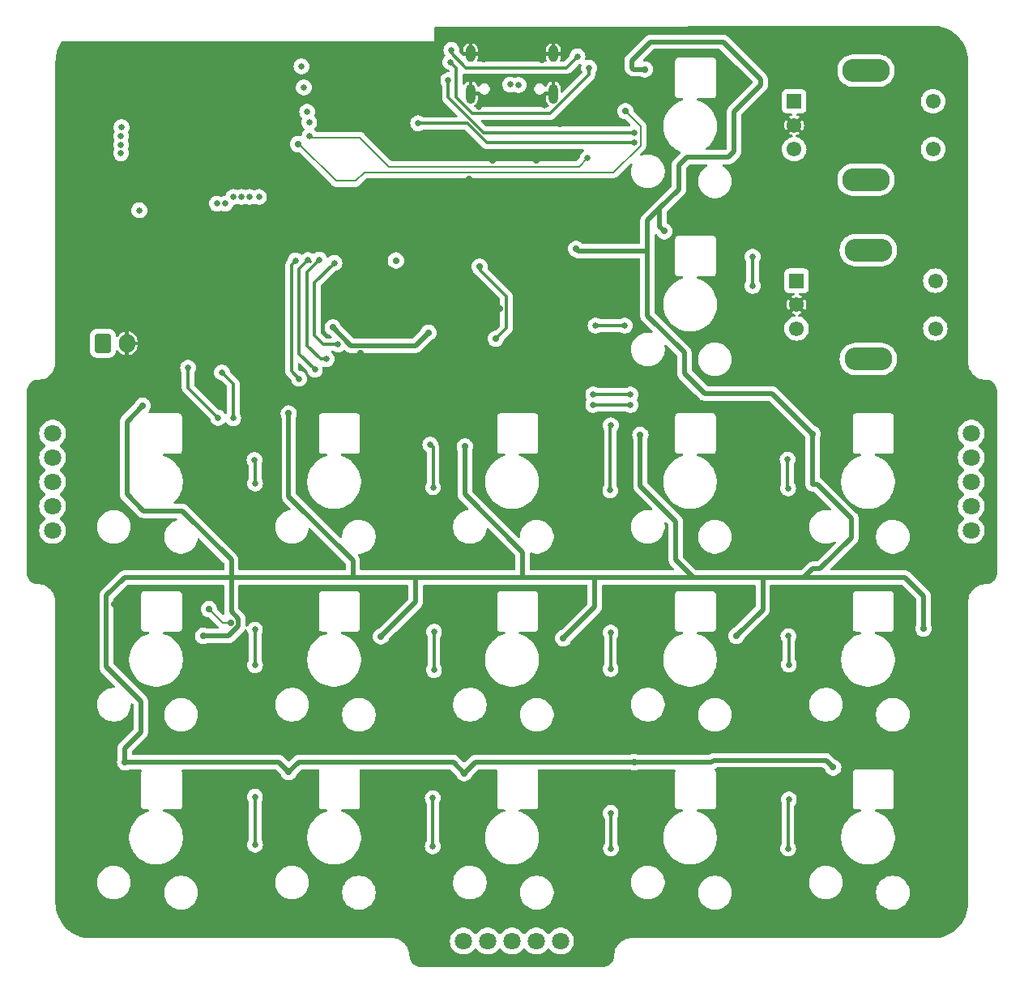
<source format=gbr>
%TF.GenerationSoftware,KiCad,Pcbnew,8.0.6*%
%TF.CreationDate,2025-02-02T15:37:03-07:00*%
%TF.ProjectId,Modular MacroPad,4d6f6475-6c61-4722-904d-6163726f5061,rev?*%
%TF.SameCoordinates,Original*%
%TF.FileFunction,Copper,L3,Inr*%
%TF.FilePolarity,Positive*%
%FSLAX46Y46*%
G04 Gerber Fmt 4.6, Leading zero omitted, Abs format (unit mm)*
G04 Created by KiCad (PCBNEW 8.0.6) date 2025-02-02 15:37:03*
%MOMM*%
%LPD*%
G01*
G04 APERTURE LIST*
G04 Aperture macros list*
%AMRoundRect*
0 Rectangle with rounded corners*
0 $1 Rounding radius*
0 $2 $3 $4 $5 $6 $7 $8 $9 X,Y pos of 4 corners*
0 Add a 4 corners polygon primitive as box body*
4,1,4,$2,$3,$4,$5,$6,$7,$8,$9,$2,$3,0*
0 Add four circle primitives for the rounded corners*
1,1,$1+$1,$2,$3*
1,1,$1+$1,$4,$5*
1,1,$1+$1,$6,$7*
1,1,$1+$1,$8,$9*
0 Add four rect primitives between the rounded corners*
20,1,$1+$1,$2,$3,$4,$5,0*
20,1,$1+$1,$4,$5,$6,$7,0*
20,1,$1+$1,$6,$7,$8,$9,0*
20,1,$1+$1,$8,$9,$2,$3,0*%
G04 Aperture macros list end*
%TA.AperFunction,ComponentPad*%
%ADD10C,1.800000*%
%TD*%
%TA.AperFunction,ComponentPad*%
%ADD11C,1.550000*%
%TD*%
%TA.AperFunction,ComponentPad*%
%ADD12R,1.550000X1.550000*%
%TD*%
%TA.AperFunction,ComponentPad*%
%ADD13RoundRect,1.200000X-1.300000X0.000010X-1.300000X-0.000010X1.300000X-0.000010X1.300000X0.000010X0*%
%TD*%
%TA.AperFunction,ComponentPad*%
%ADD14O,1.000000X2.100000*%
%TD*%
%TA.AperFunction,ComponentPad*%
%ADD15O,1.000000X1.800000*%
%TD*%
%TA.AperFunction,ComponentPad*%
%ADD16O,1.700000X2.000000*%
%TD*%
%TA.AperFunction,ComponentPad*%
%ADD17RoundRect,0.250000X-0.600000X-0.750000X0.600000X-0.750000X0.600000X0.750000X-0.600000X0.750000X0*%
%TD*%
%TA.AperFunction,ViaPad*%
%ADD18C,0.700000*%
%TD*%
%TA.AperFunction,ViaPad*%
%ADD19C,0.650000*%
%TD*%
%TA.AperFunction,Conductor*%
%ADD20C,0.300000*%
%TD*%
%TA.AperFunction,Conductor*%
%ADD21C,0.500000*%
%TD*%
%TA.AperFunction,Conductor*%
%ADD22C,0.200000*%
%TD*%
G04 APERTURE END LIST*
D10*
%TO.N,unconnected-(J4-Pin_5-Pad5)*%
%TO.C,J4*%
X153311608Y-142096589D03*
%TO.N,unconnected-(J4-Pin_4-Pad4)*%
X150771608Y-142096589D03*
%TO.N,unconnected-(J4-Pin_3-Pad3)*%
X148231608Y-142096589D03*
%TO.N,unconnected-(J4-Pin_2-Pad2)*%
X145691608Y-142096589D03*
%TO.N,unconnected-(J4-Pin_1-Pad1)*%
X143151608Y-142096589D03*
%TD*%
%TO.N,unconnected-(J3-Pin_1-Pad1)*%
%TO.C,J3*%
X100225608Y-89010589D03*
%TO.N,unconnected-(J3-Pin_2-Pad2)*%
X100225608Y-91550589D03*
%TO.N,unconnected-(J3-Pin_3-Pad3)*%
X100225608Y-94090589D03*
%TO.N,unconnected-(J3-Pin_4-Pad4)*%
X100225608Y-96630589D03*
%TO.N,unconnected-(J3-Pin_5-Pad5)*%
X100225608Y-99170589D03*
%TD*%
%TO.N,unconnected-(J2-Pin_5-Pad5)*%
%TO.C,J2*%
X196237608Y-99170589D03*
%TO.N,unconnected-(J2-Pin_4-Pad4)*%
X196237608Y-96630589D03*
%TO.N,unconnected-(J2-Pin_3-Pad3)*%
X196237608Y-94090589D03*
%TO.N,unconnected-(J2-Pin_2-Pad2)*%
X196237608Y-91550589D03*
%TO.N,unconnected-(J2-Pin_1-Pad1)*%
X196237608Y-89010589D03*
%TD*%
D11*
%TO.N,Col4*%
%TO.C,SW20*%
X192486390Y-78061208D03*
%TO.N,Net-(D41-A)*%
X192486390Y-73061208D03*
%TO.N,GND*%
X177986390Y-75561208D03*
%TO.N,Rotary2B*%
X177986390Y-78061208D03*
D12*
%TO.N,Rotary2A*%
X177986390Y-73061208D03*
D13*
%TO.N,N/C*%
X185486390Y-81261208D03*
X185486390Y-69861208D03*
%TD*%
D11*
%TO.N,Col4*%
%TO.C,SW21*%
X192236390Y-59311208D03*
%TO.N,Net-(D40-A)*%
X192236390Y-54311208D03*
%TO.N,GND*%
X177736390Y-56811208D03*
%TO.N,Rotary1B*%
X177736390Y-59311208D03*
D12*
%TO.N,Rotary1A*%
X177736390Y-54311208D03*
D13*
%TO.N,N/C*%
X185236390Y-62511208D03*
X185236390Y-51111208D03*
%TD*%
D14*
%TO.N,GND*%
%TO.C,J1*%
X152558390Y-53516208D03*
D15*
X152558390Y-49336208D03*
D14*
X143918390Y-53516208D03*
D15*
X143918390Y-49336208D03*
%TD*%
D16*
%TO.N,GND*%
%TO.C,J5*%
X107986390Y-79611208D03*
D17*
%TO.N,BAT+*%
X105486390Y-79611208D03*
%TD*%
D18*
%TO.N,GND*%
X152036390Y-65461208D03*
D19*
X111636390Y-50761208D03*
D18*
X152086390Y-51761208D03*
D19*
X120336390Y-55861208D03*
D18*
X153554408Y-89943189D03*
D19*
X113286390Y-49911208D03*
X116586390Y-49911208D03*
X111586390Y-49961208D03*
D18*
X190904408Y-89893189D03*
X109936390Y-79461208D03*
D19*
X136536390Y-53661208D03*
X124436390Y-64111208D03*
X115836390Y-58711208D03*
X118286390Y-49911208D03*
D18*
X170704408Y-72493189D03*
X132436390Y-80661208D03*
D19*
X123386390Y-49861208D03*
X114436390Y-57461208D03*
D18*
X170704408Y-128543189D03*
D19*
X115686390Y-49911208D03*
D18*
X176286390Y-56761208D03*
X147586390Y-64761208D03*
X106654408Y-106843189D03*
X146948890Y-76011208D03*
D19*
X112486390Y-49911208D03*
X119186390Y-58761208D03*
D18*
X133836390Y-73061208D03*
X133786390Y-64761208D03*
X150786390Y-60461208D03*
D19*
X110436390Y-64111208D03*
D18*
X129586390Y-64761208D03*
D19*
X119986390Y-49911208D03*
X121686390Y-49911208D03*
X122536390Y-49861208D03*
D18*
X125554408Y-106843189D03*
D19*
X144736390Y-54911208D03*
D18*
X134804408Y-127143189D03*
X134804408Y-89943189D03*
D19*
X115836390Y-52811208D03*
D18*
X162604408Y-106793189D03*
X145286390Y-49861208D03*
D19*
X114886390Y-49911208D03*
D18*
X144248890Y-76711208D03*
D19*
X136536390Y-52061208D03*
X119086390Y-52811208D03*
D18*
X107986390Y-81411208D03*
D19*
X114036390Y-49911208D03*
D18*
X144486390Y-51961208D03*
X172204408Y-89943189D03*
D19*
X108186390Y-54111208D03*
D18*
X181354408Y-106793189D03*
X130636390Y-77161208D03*
D19*
X119136390Y-49911208D03*
X114436390Y-55861208D03*
X151586390Y-54761208D03*
D18*
X146196390Y-60486208D03*
X138286390Y-66861208D03*
D19*
X118036390Y-55811208D03*
D18*
X107986390Y-77911208D03*
X109886390Y-80511208D03*
D19*
X117486390Y-58761208D03*
X117436390Y-52711208D03*
D18*
X135136390Y-73061208D03*
D19*
X117436390Y-49911208D03*
D18*
X145236390Y-48911208D03*
D19*
X120836390Y-49911208D03*
D18*
X131486390Y-64611208D03*
X153236390Y-56711208D03*
X141886390Y-64811208D03*
X116504408Y-127143189D03*
D19*
X114486390Y-54261208D03*
D18*
X179386390Y-56761208D03*
D19*
X120386390Y-54211208D03*
X127173890Y-51811208D03*
D18*
X147636390Y-67411208D03*
D19*
X120436390Y-57461208D03*
D18*
X143736390Y-62461208D03*
X116354408Y-89993189D03*
X153454408Y-127143189D03*
X144104408Y-106793189D03*
X151336390Y-49961208D03*
X190754408Y-127093189D03*
X143486390Y-66911208D03*
D19*
X123436390Y-52411208D03*
D18*
X151336390Y-48961208D03*
D19*
X123436390Y-51611208D03*
D18*
X176486390Y-75511208D03*
X130636390Y-74911208D03*
X170654408Y-53993189D03*
X179586390Y-75511208D03*
%TO.N,VBUS*%
X181804408Y-123943189D03*
X107804408Y-123393189D03*
X179654408Y-89093189D03*
X154954408Y-69743189D03*
X161654408Y-89193189D03*
X153604408Y-110443189D03*
X171704408Y-110193189D03*
X143304408Y-90393189D03*
X161004408Y-123393189D03*
X164154408Y-67893189D03*
X134554408Y-110243189D03*
X109654408Y-86143189D03*
X143254408Y-124543189D03*
X124904408Y-124443189D03*
X124904408Y-86943189D03*
X191254408Y-109443189D03*
X162129408Y-50968189D03*
X115954408Y-110193189D03*
%TO.N,BAT+*%
X139504408Y-78493189D03*
X129504408Y-77943189D03*
D19*
%TO.N,USB_N*%
X148036390Y-52561208D03*
X117388042Y-65008186D03*
%TO.N,USB_P*%
X118286390Y-65011208D03*
X148936390Y-52611208D03*
%TO.N,Col3*%
X158511390Y-94986208D03*
X158536390Y-113661208D03*
X158536390Y-128711208D03*
X158586390Y-132411208D03*
X158536390Y-109861208D03*
X158570590Y-88193189D03*
X156136390Y-60261208D03*
X127086390Y-57961208D03*
%TO.N,Col0*%
X107436390Y-57011208D03*
%TO.N,Col1*%
X121366790Y-109543189D03*
X121386390Y-94261208D03*
X109286390Y-65711208D03*
X121386390Y-113261208D03*
X121336390Y-91811208D03*
X119104408Y-87443189D03*
X121366790Y-126993189D03*
X117936390Y-82661208D03*
X121386390Y-132011208D03*
%TO.N,Col2*%
X125986390Y-83311208D03*
X125636390Y-70961208D03*
X139986390Y-94661208D03*
X139966790Y-132191608D03*
X140086390Y-109761208D03*
X140086390Y-113761208D03*
X139704408Y-90193189D03*
X139966790Y-127143189D03*
X119136390Y-64311208D03*
%TO.N,Col4*%
X177036390Y-91761208D03*
X177086390Y-132411208D03*
X160636390Y-86061208D03*
X126936390Y-70911208D03*
X156736390Y-86061208D03*
X177166790Y-113191608D03*
X177086390Y-94761208D03*
X119986390Y-64311208D03*
X177136390Y-110211208D03*
X177166790Y-127293189D03*
X127636390Y-82361208D03*
%TO.N,Rotary1B*%
X161010764Y-57586834D03*
X141586390Y-52111208D03*
X126836390Y-55411208D03*
%TO.N,Rotary1A*%
X126236390Y-50661208D03*
X155086390Y-49611208D03*
X141911390Y-48936208D03*
%TO.N,Rotary2B*%
X128886390Y-81261208D03*
X128086390Y-70861208D03*
X120836390Y-64311208D03*
X160636390Y-84961208D03*
X156736390Y-84961208D03*
%TO.N,Rotary2A*%
X129686390Y-71211208D03*
X156986390Y-77761208D03*
X121786390Y-64311208D03*
X160036390Y-77761208D03*
X130061390Y-79736208D03*
%TO.N,Row0*%
X156286390Y-50811208D03*
X141786390Y-50211208D03*
X126486390Y-52861208D03*
%TO.N,Row1*%
X173386390Y-73611208D03*
X161036390Y-58661208D03*
X138436390Y-56611208D03*
X127036390Y-56511208D03*
X173386390Y-70561208D03*
%TO.N,Row2*%
X107386390Y-59761208D03*
X117536390Y-87393189D03*
X114386390Y-82161208D03*
%TO.N,Row3*%
X107386390Y-58861208D03*
%TO.N,Row4*%
X107386390Y-57961208D03*
D18*
%TO.N,GPIO16*%
X136104408Y-70943189D03*
%TO.N,LED_GPIO*%
X160104408Y-55343189D03*
X125904408Y-58793189D03*
%TO.N,Net-(D15-DOUT)*%
X116554408Y-107393189D03*
X118854408Y-108843189D03*
%TO.N,Net-(U7-FB)*%
X146554408Y-79143189D03*
X144854408Y-71593189D03*
%TD*%
D20*
%TO.N,Rotary1A*%
X155086390Y-49611208D02*
X153888609Y-50808989D01*
X141911390Y-49263971D02*
X141911390Y-48936208D01*
X153888609Y-50808989D02*
X143456408Y-50808989D01*
X143456408Y-50808989D02*
X141911390Y-49263971D01*
D21*
%TO.N,VBUS*%
X178762408Y-104093189D02*
X174454408Y-104093189D01*
X189304408Y-104093189D02*
X178762408Y-104093189D01*
X124904408Y-95603657D02*
X124904408Y-86943189D01*
X118904408Y-102253657D02*
X113794359Y-97143608D01*
X107754408Y-123343189D02*
X107804408Y-123393189D01*
X166254408Y-82743189D02*
X166254408Y-80593189D01*
X163204408Y-96093189D02*
X161654408Y-94543189D01*
X181054408Y-123193189D02*
X181804408Y-123943189D01*
X131604408Y-104093189D02*
X118904408Y-104093189D01*
X149354408Y-104093189D02*
X138154408Y-104093189D01*
X156904408Y-107143189D02*
X153604408Y-110443189D01*
X113794359Y-97143608D02*
X109754827Y-97143608D01*
X170854408Y-60143189D02*
X171454408Y-59543189D01*
X107754408Y-121943189D02*
X107754408Y-123343189D01*
X167204408Y-104093189D02*
X156904408Y-104093189D01*
X119654408Y-108411818D02*
X118904408Y-107661818D01*
X118904408Y-107661818D02*
X118904408Y-104093189D01*
X149354408Y-104093189D02*
X149354408Y-101453657D01*
X174254408Y-52593189D02*
X174254408Y-52043189D01*
X118904408Y-104093189D02*
X107754408Y-104093189D01*
X161004408Y-123393189D02*
X169104408Y-123393189D01*
X156904408Y-104093189D02*
X156904408Y-107143189D01*
X107754408Y-104093189D02*
X105854408Y-105993189D01*
X125954408Y-123393189D02*
X142104408Y-123393189D01*
X169304408Y-123193189D02*
X181054408Y-123193189D01*
X156904408Y-104093189D02*
X149354408Y-104093189D01*
X166504408Y-60143189D02*
X170854408Y-60143189D01*
X162404408Y-66793189D02*
X163679408Y-65518189D01*
X166254408Y-80593189D02*
X162404408Y-76743189D01*
X170304408Y-48093189D02*
X162704408Y-48093189D01*
X171454408Y-59543189D02*
X171454408Y-55393189D01*
X162129408Y-50968189D02*
X160929408Y-50968189D01*
X118904408Y-104093189D02*
X118904408Y-102253657D01*
X165654408Y-60993189D02*
X166504408Y-60143189D01*
X162404408Y-76743189D02*
X162404408Y-69993189D01*
X107981790Y-87815807D02*
X109654408Y-86143189D01*
X107981790Y-95370571D02*
X107981790Y-87815807D01*
X162404408Y-69993189D02*
X155204408Y-69993189D01*
X107804408Y-123393189D02*
X123854408Y-123393189D01*
X160754408Y-50043189D02*
X160754408Y-50793189D01*
X109454408Y-120243189D02*
X107754408Y-121943189D01*
X174254408Y-52043189D02*
X170304408Y-48093189D01*
X105854408Y-105993189D02*
X105854408Y-113443189D01*
X167204408Y-104093189D02*
X165354408Y-102243189D01*
X131604408Y-104093189D02*
X131604408Y-102303657D01*
X138154408Y-106643189D02*
X134554408Y-110243189D01*
X149354408Y-101453657D02*
X143304408Y-95403657D01*
X163679408Y-65518189D02*
X165704408Y-63493189D01*
X162704408Y-48093189D02*
X160754408Y-50043189D01*
X161654408Y-94543189D02*
X161654408Y-89193189D01*
X165354408Y-98243189D02*
X163204408Y-96093189D01*
X138154408Y-104093189D02*
X138154408Y-106643189D01*
X160929408Y-50968189D02*
X160754408Y-50793189D01*
X162404408Y-69993189D02*
X162404408Y-66793189D01*
X191254408Y-109443189D02*
X191254408Y-106043189D01*
X123854408Y-123393189D02*
X124904408Y-124443189D01*
X163679408Y-67418189D02*
X163679408Y-65518189D01*
X142104408Y-123393189D02*
X143254408Y-124543189D01*
X165354408Y-102243189D02*
X165354408Y-98743189D01*
X179654408Y-89093189D02*
X175404408Y-84843189D01*
X174454408Y-107443189D02*
X171704408Y-110193189D01*
X171454408Y-55393189D02*
X174254408Y-52593189D01*
X165704408Y-63493189D02*
X165654408Y-63443189D01*
X138154408Y-104093189D02*
X131604408Y-104093189D01*
X175404408Y-84843189D02*
X168354408Y-84843189D01*
X174454408Y-104093189D02*
X174454408Y-107443189D01*
X155204408Y-69993189D02*
X154954408Y-69743189D01*
X165654408Y-63443189D02*
X165654408Y-60993189D01*
X169104408Y-123393189D02*
X169304408Y-123193189D01*
X165354408Y-98743189D02*
X165354408Y-98243189D01*
X143304408Y-95403657D02*
X143304408Y-90393189D01*
X105854408Y-113443189D02*
X109454408Y-117043189D01*
X174454408Y-104093189D02*
X167204408Y-104093189D01*
X191254408Y-106043189D02*
X189304408Y-104093189D01*
X131604408Y-102303657D02*
X124904408Y-95603657D01*
X124904408Y-124443189D02*
X125954408Y-123393189D01*
X115954408Y-110193189D02*
X118635779Y-110193189D01*
X109454408Y-117043189D02*
X109454408Y-120243189D01*
X109754827Y-97143608D02*
X107981790Y-95370571D01*
X119654408Y-109174560D02*
X119654408Y-108411818D01*
X143254408Y-124543189D02*
X144404408Y-123393189D01*
X164154408Y-67893189D02*
X163679408Y-67418189D01*
X144404408Y-123393189D02*
X161004408Y-123393189D01*
X118635779Y-110193189D02*
X119654408Y-109174560D01*
X168354408Y-84843189D02*
X166254408Y-82743189D01*
%TO.N,BAT+*%
X131422427Y-79861208D02*
X129504408Y-77943189D01*
X139504408Y-78493189D02*
X138136389Y-79861208D01*
X138136389Y-79861208D02*
X131422427Y-79861208D01*
D22*
%TO.N,Col3*%
X155261390Y-61136208D02*
X156136390Y-60261208D01*
X132336390Y-58111208D02*
X135361390Y-61136208D01*
D20*
X158511390Y-94986208D02*
X158511390Y-88252389D01*
D22*
X127236390Y-58111208D02*
X132336390Y-58111208D01*
D20*
X158570590Y-88193189D02*
X158486390Y-88277389D01*
D22*
X135361390Y-61136208D02*
X155261390Y-61136208D01*
D20*
X158586390Y-128761208D02*
X158536390Y-128711208D01*
X158586390Y-132411208D02*
X158586390Y-128761208D01*
X158511390Y-88252389D02*
X158570590Y-88193189D01*
X158536390Y-113661208D02*
X158536390Y-109861208D01*
X158536390Y-109861208D02*
X158536390Y-109761208D01*
D22*
X127086390Y-57961208D02*
X127236390Y-58111208D01*
D20*
%TO.N,Col1*%
X121386390Y-132011208D02*
X121386390Y-127012789D01*
X121386390Y-94261208D02*
X121386390Y-91861208D01*
X119104408Y-87443189D02*
X119104408Y-83829226D01*
X121366790Y-126993189D02*
X121386390Y-127012789D01*
X121366790Y-109543189D02*
X121386390Y-109562789D01*
X121386390Y-91861208D02*
X121336390Y-91811208D01*
X121386390Y-109562789D02*
X121386390Y-113261208D01*
X119104408Y-83829226D02*
X117936390Y-82661208D01*
%TO.N,Col2*%
X140086390Y-113761208D02*
X140086390Y-109761208D01*
X125204408Y-71393190D02*
X125636390Y-70961208D01*
X139986390Y-90475171D02*
X139704408Y-90193189D01*
X125986390Y-83311208D02*
X125204408Y-82529226D01*
X139986390Y-94661208D02*
X139986390Y-90475171D01*
X139966790Y-132191608D02*
X139966790Y-127143189D01*
X125204408Y-82529226D02*
X125204408Y-71393190D01*
%TO.N,Col4*%
X126004408Y-80729226D02*
X126004408Y-71843190D01*
X177166790Y-110241608D02*
X177136390Y-110211208D01*
X126936390Y-70911208D02*
X126986390Y-70911208D01*
X126986390Y-70911208D02*
X127186390Y-71111208D01*
X177036390Y-91761208D02*
X177036390Y-94711208D01*
X160636390Y-86061208D02*
X156736390Y-86061208D01*
X177166790Y-127293189D02*
X177086390Y-127373589D01*
X177036390Y-94711208D02*
X177086390Y-94761208D01*
X177086390Y-94761208D02*
X177136390Y-94811208D01*
X126004408Y-71843190D02*
X126936390Y-70911208D01*
X177086390Y-127373589D02*
X177086390Y-132411208D01*
X177166790Y-113191608D02*
X177166790Y-110241608D01*
X127636390Y-82361208D02*
X126004408Y-80729226D01*
%TO.N,Rotary1B*%
X141586390Y-53911208D02*
X141586390Y-52111208D01*
X145262016Y-57586834D02*
X141586390Y-53911208D01*
X161010764Y-57586834D02*
X145262016Y-57586834D01*
%TO.N,Rotary1A*%
X141911390Y-48936208D02*
X141886390Y-48911208D01*
%TO.N,Rotary2B*%
X128086390Y-70918314D02*
X128086390Y-70861208D01*
X126854408Y-79843189D02*
X126854408Y-72150296D01*
X160636390Y-84961208D02*
X156736390Y-84961208D01*
X128886390Y-81261208D02*
X128272427Y-81261208D01*
X126854408Y-72150296D02*
X128086390Y-70918314D01*
X128272427Y-81261208D02*
X126854408Y-79843189D01*
%TO.N,Rotary2A*%
X127604408Y-73293190D02*
X129686390Y-71211208D01*
X156886390Y-77761208D02*
X156836390Y-77711208D01*
X130061390Y-79736208D02*
X128547427Y-79736208D01*
X160036390Y-77761208D02*
X156986390Y-77761208D01*
X129686390Y-71211208D02*
X129686390Y-71161208D01*
X127604408Y-78793189D02*
X127604408Y-73293190D01*
X128547427Y-79736208D02*
X127604408Y-78793189D01*
X156986390Y-77761208D02*
X156886390Y-77761208D01*
%TO.N,Row0*%
X156286390Y-51540290D02*
X152240472Y-55586208D01*
X156286390Y-50811208D02*
X156286390Y-51540290D01*
X142436390Y-50861208D02*
X141786390Y-50211208D01*
X144111390Y-55586208D02*
X142436390Y-53911208D01*
X152240472Y-55586208D02*
X144111390Y-55586208D01*
X142436390Y-53911208D02*
X142436390Y-50861208D01*
%TO.N,Row1*%
X173386390Y-73611208D02*
X173386390Y-70561208D01*
X145629284Y-58661208D02*
X143579284Y-56611208D01*
X143579284Y-56611208D02*
X138436390Y-56611208D01*
X161036390Y-58661208D02*
X145629284Y-58661208D01*
%TO.N,Row2*%
X117536390Y-87393189D02*
X114386390Y-84243189D01*
X114386390Y-84243189D02*
X114386390Y-82161208D01*
D22*
%TO.N,LED_GPIO*%
X160104408Y-55343189D02*
X161661390Y-56900171D01*
X129854408Y-62643189D02*
X126004408Y-58793189D01*
X161661390Y-58920092D02*
X158838293Y-61743189D01*
X132804408Y-61743189D02*
X131904408Y-62643189D01*
X158838293Y-61743189D02*
X132804408Y-61743189D01*
X161661390Y-56900171D02*
X161661390Y-58920092D01*
X131904408Y-62643189D02*
X129854408Y-62643189D01*
X126004408Y-58793189D02*
X125904408Y-58793189D01*
%TO.N,Net-(D15-DOUT)*%
X118004408Y-108843189D02*
X116554408Y-107393189D01*
X118854408Y-108843189D02*
X118004408Y-108843189D01*
D20*
%TO.N,Net-(U7-FB)*%
X144954408Y-71693189D02*
X144954408Y-71993189D01*
X144854408Y-71593189D02*
X144954408Y-71693189D01*
X144954408Y-71993189D02*
X147648890Y-74687671D01*
X147648890Y-78048707D02*
X146554408Y-79143189D01*
X147648890Y-74687671D02*
X147648890Y-78048707D01*
D21*
%TO.N,VBUS*%
X178762408Y-104093189D02*
X179676808Y-103178789D01*
X180443808Y-103178789D02*
X183690008Y-99932589D01*
X183690008Y-99932589D02*
X183690008Y-97900589D01*
X179676808Y-103178789D02*
X180443808Y-103178789D01*
X183690008Y-97900589D02*
X180134008Y-94344589D01*
X180134008Y-94344589D02*
X179676808Y-94344589D01*
X179676808Y-94344589D02*
X179676808Y-89115589D01*
X179676808Y-89115589D02*
X179654408Y-89093189D01*
%TD*%
%TA.AperFunction,Conductor*%
%TO.N,GND*%
G36*
X155474691Y-50434020D02*
G01*
X155505521Y-50496720D01*
X155501270Y-50556184D01*
X155480419Y-50620359D01*
X155474482Y-50638632D01*
X155456343Y-50811208D01*
X155474482Y-50983784D01*
X155474483Y-50983787D01*
X155528102Y-51148816D01*
X155564646Y-51212111D01*
X155581119Y-51280011D01*
X155558266Y-51346038D01*
X155544940Y-51361792D01*
X153520071Y-53386662D01*
X153458748Y-53420147D01*
X153389056Y-53415163D01*
X153333123Y-53373291D01*
X153308706Y-53307827D01*
X153308390Y-53298981D01*
X153308390Y-52892336D01*
X153308389Y-52892334D01*
X153279569Y-52747448D01*
X153279567Y-52747440D01*
X153223032Y-52610953D01*
X153223027Y-52610943D01*
X153140953Y-52488111D01*
X153140950Y-52488107D01*
X153036490Y-52383647D01*
X153036486Y-52383644D01*
X152913654Y-52301570D01*
X152913644Y-52301565D01*
X152777157Y-52245030D01*
X152777149Y-52245028D01*
X152758390Y-52241296D01*
X152758390Y-52741943D01*
X152742595Y-52726148D01*
X152674186Y-52686652D01*
X152597886Y-52666208D01*
X152518894Y-52666208D01*
X152442594Y-52686652D01*
X152374185Y-52726148D01*
X152358390Y-52741943D01*
X152358390Y-52241297D01*
X152358389Y-52241296D01*
X152339630Y-52245028D01*
X152339622Y-52245030D01*
X152203135Y-52301565D01*
X152203125Y-52301570D01*
X152080293Y-52383644D01*
X152080289Y-52383647D01*
X151975829Y-52488107D01*
X151975826Y-52488111D01*
X151893752Y-52610943D01*
X151893747Y-52610953D01*
X151854936Y-52704651D01*
X151811094Y-52759055D01*
X151744800Y-52781119D01*
X151677101Y-52763839D01*
X151632988Y-52719199D01*
X151596906Y-52656703D01*
X151487895Y-52547692D01*
X151354384Y-52470609D01*
X151205473Y-52430708D01*
X151051307Y-52430708D01*
X150902396Y-52470609D01*
X150902394Y-52470609D01*
X150902394Y-52470610D01*
X150768885Y-52547692D01*
X150768882Y-52547694D01*
X150659876Y-52656700D01*
X150659874Y-52656703D01*
X150582791Y-52790214D01*
X150542890Y-52939125D01*
X150542890Y-53093291D01*
X150582791Y-53242202D01*
X150659874Y-53375713D01*
X150768885Y-53484724D01*
X150902396Y-53561807D01*
X151051307Y-53601708D01*
X151051310Y-53601708D01*
X151205470Y-53601708D01*
X151205473Y-53601708D01*
X151354384Y-53561807D01*
X151487895Y-53484724D01*
X151596906Y-53375713D01*
X151615295Y-53343861D01*
X151665862Y-53295647D01*
X151734469Y-53282423D01*
X151799333Y-53308391D01*
X151808140Y-53316208D01*
X152258390Y-53316208D01*
X152258390Y-53716208D01*
X151808390Y-53716208D01*
X151808390Y-54140081D01*
X151837210Y-54284967D01*
X151837212Y-54284975D01*
X151893747Y-54421462D01*
X151893752Y-54421472D01*
X151975826Y-54544304D01*
X151975829Y-54544308D01*
X152081446Y-54649925D01*
X152114931Y-54711248D01*
X152109947Y-54780940D01*
X152081447Y-54825286D01*
X152007343Y-54899390D01*
X151946023Y-54932874D01*
X151919664Y-54935708D01*
X144432198Y-54935708D01*
X144365159Y-54916023D01*
X144344517Y-54899389D01*
X144321938Y-54876810D01*
X144288453Y-54815487D01*
X144293437Y-54745795D01*
X144335309Y-54689862D01*
X144340730Y-54686026D01*
X144396485Y-54648772D01*
X144396490Y-54648768D01*
X144500950Y-54544308D01*
X144500953Y-54544304D01*
X144583027Y-54421472D01*
X144583032Y-54421462D01*
X144639567Y-54284975D01*
X144639569Y-54284967D01*
X144668389Y-54140081D01*
X144668390Y-54140079D01*
X144668390Y-53716208D01*
X144218390Y-53716208D01*
X144218390Y-53316208D01*
X144670029Y-53316208D01*
X144727737Y-53284696D01*
X144797429Y-53289680D01*
X144853363Y-53331550D01*
X144861483Y-53343860D01*
X144865392Y-53350630D01*
X144879874Y-53375713D01*
X144988885Y-53484724D01*
X145122396Y-53561807D01*
X145271307Y-53601708D01*
X145271310Y-53601708D01*
X145425470Y-53601708D01*
X145425473Y-53601708D01*
X145574384Y-53561807D01*
X145707895Y-53484724D01*
X145816906Y-53375713D01*
X145893989Y-53242202D01*
X145933890Y-53093291D01*
X145933890Y-52939125D01*
X145893989Y-52790214D01*
X145816906Y-52656703D01*
X145721411Y-52561208D01*
X147206343Y-52561208D01*
X147224482Y-52733784D01*
X147224483Y-52733787D01*
X147278102Y-52898816D01*
X147324419Y-52979038D01*
X147360837Y-53042116D01*
X147364867Y-53049095D01*
X147364866Y-53049095D01*
X147404658Y-53093288D01*
X147480980Y-53178053D01*
X147620799Y-53279638D01*
X147621366Y-53280050D01*
X147779885Y-53350628D01*
X147779891Y-53350630D01*
X147949626Y-53386708D01*
X147949627Y-53386708D01*
X148123152Y-53386708D01*
X148123154Y-53386708D01*
X148292889Y-53350630D01*
X148386715Y-53308855D01*
X148455962Y-53299570D01*
X148510035Y-53321817D01*
X148521366Y-53330050D01*
X148593087Y-53361982D01*
X148679885Y-53400628D01*
X148679891Y-53400630D01*
X148849626Y-53436708D01*
X148849627Y-53436708D01*
X149023152Y-53436708D01*
X149023154Y-53436708D01*
X149192889Y-53400630D01*
X149192891Y-53400628D01*
X149192894Y-53400628D01*
X149254293Y-53373291D01*
X149351414Y-53330050D01*
X149491800Y-53228053D01*
X149607912Y-53099097D01*
X149694676Y-52948819D01*
X149748298Y-52783784D01*
X149766437Y-52611208D01*
X149748298Y-52438632D01*
X149694676Y-52273597D01*
X149607912Y-52123319D01*
X149506487Y-52010674D01*
X149491801Y-51994364D01*
X149457262Y-51969270D01*
X149358676Y-51897642D01*
X149351413Y-51892365D01*
X149192894Y-51821787D01*
X149192888Y-51821785D01*
X149059231Y-51793376D01*
X149023154Y-51785708D01*
X148849626Y-51785708D01*
X148819873Y-51792032D01*
X148679891Y-51821785D01*
X148586065Y-51863560D01*
X148516815Y-51872844D01*
X148462746Y-51850599D01*
X148451414Y-51842366D01*
X148405191Y-51821786D01*
X148292894Y-51771787D01*
X148292888Y-51771785D01*
X148159231Y-51743376D01*
X148123154Y-51735708D01*
X147949626Y-51735708D01*
X147919873Y-51742032D01*
X147779891Y-51771785D01*
X147779886Y-51771787D01*
X147621367Y-51842365D01*
X147621362Y-51842368D01*
X147480981Y-51944361D01*
X147480979Y-51944363D01*
X147364867Y-52073320D01*
X147278102Y-52223599D01*
X147224483Y-52388628D01*
X147224482Y-52388632D01*
X147206343Y-52561208D01*
X145721411Y-52561208D01*
X145707895Y-52547692D01*
X145574384Y-52470609D01*
X145425473Y-52430708D01*
X145271307Y-52430708D01*
X145122396Y-52470609D01*
X145122394Y-52470609D01*
X145122394Y-52470610D01*
X144988885Y-52547692D01*
X144988882Y-52547694D01*
X144879876Y-52656700D01*
X144879872Y-52656706D01*
X144843790Y-52719200D01*
X144793222Y-52767415D01*
X144724615Y-52780636D01*
X144659751Y-52754667D01*
X144621843Y-52704650D01*
X144583034Y-52610956D01*
X144583027Y-52610943D01*
X144500953Y-52488111D01*
X144500950Y-52488107D01*
X144396490Y-52383647D01*
X144396486Y-52383644D01*
X144273654Y-52301570D01*
X144273644Y-52301565D01*
X144137157Y-52245030D01*
X144137149Y-52245028D01*
X144118390Y-52241296D01*
X144118390Y-52741943D01*
X144102595Y-52726148D01*
X144034186Y-52686652D01*
X143957886Y-52666208D01*
X143878894Y-52666208D01*
X143802594Y-52686652D01*
X143734185Y-52726148D01*
X143718390Y-52741943D01*
X143718390Y-52241297D01*
X143718389Y-52241296D01*
X143699630Y-52245028D01*
X143699622Y-52245030D01*
X143563135Y-52301565D01*
X143563125Y-52301570D01*
X143440293Y-52383644D01*
X143440289Y-52383647D01*
X143335829Y-52488107D01*
X143335824Y-52488113D01*
X143313991Y-52520789D01*
X143260379Y-52565593D01*
X143191054Y-52574300D01*
X143128027Y-52544145D01*
X143091308Y-52484701D01*
X143086890Y-52451897D01*
X143086890Y-51545604D01*
X143106575Y-51478565D01*
X143159379Y-51432810D01*
X143228537Y-51422866D01*
X143258338Y-51431041D01*
X143266664Y-51434490D01*
X143266668Y-51434490D01*
X143266669Y-51434491D01*
X143392336Y-51459489D01*
X143392339Y-51459489D01*
X153952680Y-51459489D01*
X154037224Y-51442671D01*
X154078353Y-51434490D01*
X154196736Y-51385454D01*
X154207735Y-51378105D01*
X154303278Y-51314266D01*
X155156937Y-50460604D01*
X155218258Y-50427121D01*
X155218433Y-50427083D01*
X155342889Y-50400630D01*
X155342897Y-50400626D01*
X155345016Y-50399938D01*
X155346315Y-50399900D01*
X155349246Y-50399278D01*
X155349359Y-50399813D01*
X155414858Y-50397941D01*
X155474691Y-50434020D01*
G37*
%TD.AperFunction*%
%TA.AperFunction,Conductor*%
G36*
X192624716Y-46424902D02*
G01*
X192934609Y-46470870D01*
X192944117Y-46472281D01*
X192956051Y-46474655D01*
X193046132Y-46497219D01*
X193296420Y-46559913D01*
X193308040Y-46563438D01*
X193580527Y-46660936D01*
X193638403Y-46681645D01*
X193649644Y-46686301D01*
X193875264Y-46793010D01*
X193966840Y-46836322D01*
X193977557Y-46842050D01*
X194278509Y-47022434D01*
X194288627Y-47029194D01*
X194570456Y-47238213D01*
X194579862Y-47245933D01*
X194839841Y-47481565D01*
X194848432Y-47490156D01*
X195049919Y-47712462D01*
X195084064Y-47750135D01*
X195091784Y-47759541D01*
X195300803Y-48041370D01*
X195307563Y-48051488D01*
X195487940Y-48352428D01*
X195493677Y-48363160D01*
X195643698Y-48680351D01*
X195648352Y-48691589D01*
X195756687Y-48994363D01*
X195766555Y-49021941D01*
X195770088Y-49033587D01*
X195855343Y-49373945D01*
X195857717Y-49385879D01*
X195909201Y-49732946D01*
X195910394Y-49745056D01*
X195927759Y-50098495D01*
X195927908Y-50104580D01*
X195927908Y-81647916D01*
X195927910Y-81647953D01*
X195927910Y-81719597D01*
X195958716Y-81953604D01*
X195989719Y-82069309D01*
X196019802Y-82181581D01*
X196019803Y-82181583D01*
X196019807Y-82181596D01*
X196110117Y-82399626D01*
X196110120Y-82399631D01*
X196110123Y-82399638D01*
X196128007Y-82430615D01*
X196228133Y-82604041D01*
X196371812Y-82791287D01*
X196371818Y-82791294D01*
X196538706Y-82958182D01*
X196538712Y-82958187D01*
X196725956Y-83101864D01*
X196930354Y-83219873D01*
X196930364Y-83219878D01*
X197148404Y-83310193D01*
X197148414Y-83310197D01*
X197318581Y-83355792D01*
X197376390Y-83371282D01*
X197376392Y-83371282D01*
X197376395Y-83371283D01*
X197545323Y-83393522D01*
X197610397Y-83402089D01*
X197610398Y-83402089D01*
X197680812Y-83402089D01*
X197723529Y-83402089D01*
X197733258Y-83402471D01*
X197776517Y-83405875D01*
X197906326Y-83416092D01*
X197925535Y-83419135D01*
X198089590Y-83458521D01*
X198108082Y-83464529D01*
X198263961Y-83529098D01*
X198281282Y-83537924D01*
X198425137Y-83626079D01*
X198440873Y-83637512D01*
X198569161Y-83747080D01*
X198582921Y-83760839D01*
X198692486Y-83889124D01*
X198703922Y-83904864D01*
X198792074Y-84048715D01*
X198800902Y-84066041D01*
X198803787Y-84073004D01*
X198865465Y-84221908D01*
X198871478Y-84240413D01*
X198910863Y-84404459D01*
X198913907Y-84423677D01*
X198927526Y-84596699D01*
X198927908Y-84606429D01*
X198927908Y-103546385D01*
X198927907Y-103546403D01*
X198927907Y-103596717D01*
X198927525Y-103606444D01*
X198913907Y-103779507D01*
X198910863Y-103798727D01*
X198871480Y-103962772D01*
X198865467Y-103981277D01*
X198800908Y-104137139D01*
X198792075Y-104154476D01*
X198703926Y-104298324D01*
X198692489Y-104314066D01*
X198582923Y-104442354D01*
X198569164Y-104456113D01*
X198440880Y-104565678D01*
X198425139Y-104577115D01*
X198281293Y-104665266D01*
X198263955Y-104674100D01*
X198108089Y-104738663D01*
X198089584Y-104744676D01*
X197925540Y-104784060D01*
X197906322Y-104787104D01*
X197733500Y-104800707D01*
X197723770Y-104801089D01*
X197671099Y-104801089D01*
X197670859Y-104801108D01*
X197610398Y-104801108D01*
X197376395Y-104831913D01*
X197196903Y-104880008D01*
X197148419Y-104892999D01*
X197148417Y-104892999D01*
X197148416Y-104893000D01*
X197148403Y-104893004D01*
X196930372Y-104983314D01*
X196930361Y-104983320D01*
X196725967Y-105101325D01*
X196725963Y-105101328D01*
X196538717Y-105245004D01*
X196371818Y-105411901D01*
X196371818Y-105411902D01*
X196228147Y-105599134D01*
X196228140Y-105599145D01*
X196110128Y-105803544D01*
X196110127Y-105803547D01*
X196110125Y-105803549D01*
X196019806Y-106021597D01*
X195958716Y-106249580D01*
X195927908Y-106483577D01*
X195927908Y-106601587D01*
X195927907Y-106659170D01*
X195927908Y-106659183D01*
X195927908Y-138098539D01*
X195927759Y-138104623D01*
X195910393Y-138458123D01*
X195909200Y-138470233D01*
X195857718Y-138817302D01*
X195855344Y-138829237D01*
X195770092Y-139169587D01*
X195766559Y-139181232D01*
X195648352Y-139511599D01*
X195643696Y-139522841D01*
X195493684Y-139840018D01*
X195487948Y-139850750D01*
X195307567Y-140151701D01*
X195300806Y-140161820D01*
X195091789Y-140443647D01*
X195084069Y-140453053D01*
X194848444Y-140713027D01*
X194839840Y-140721632D01*
X194579868Y-140957258D01*
X194570461Y-140964978D01*
X194288632Y-141173997D01*
X194278514Y-141180757D01*
X193977573Y-141361136D01*
X193966841Y-141366873D01*
X193649650Y-141516894D01*
X193638408Y-141521550D01*
X193308059Y-141639752D01*
X193296413Y-141643285D01*
X192956054Y-141728540D01*
X192944120Y-141730914D01*
X192597052Y-141782398D01*
X192584942Y-141783591D01*
X192231828Y-141800940D01*
X192225743Y-141801089D01*
X160680876Y-141801089D01*
X160680585Y-141801108D01*
X160610399Y-141801108D01*
X160376394Y-141831913D01*
X160148420Y-141892998D01*
X160148404Y-141893003D01*
X159930374Y-141983313D01*
X159930363Y-141983319D01*
X159725966Y-142101325D01*
X159725955Y-142101332D01*
X159538718Y-142245003D01*
X159371816Y-142411903D01*
X159371815Y-142411904D01*
X159228142Y-142599140D01*
X159110131Y-142803538D01*
X159019805Y-143021599D01*
X158958718Y-143249575D01*
X158958717Y-143249581D01*
X158927908Y-143483576D01*
X158927908Y-143547866D01*
X158927907Y-143547888D01*
X158927907Y-143596718D01*
X158927525Y-143606446D01*
X158913906Y-143779509D01*
X158910862Y-143798728D01*
X158871479Y-143962773D01*
X158865467Y-143981278D01*
X158800909Y-144137139D01*
X158792075Y-144154476D01*
X158703926Y-144298325D01*
X158692489Y-144314067D01*
X158582922Y-144442354D01*
X158569164Y-144456113D01*
X158440892Y-144565670D01*
X158440879Y-144565681D01*
X158425136Y-144577118D01*
X158281295Y-144665264D01*
X158263959Y-144674098D01*
X158108089Y-144738663D01*
X158089583Y-144744676D01*
X157925539Y-144784060D01*
X157906321Y-144787104D01*
X157733500Y-144800707D01*
X157723770Y-144801089D01*
X138786002Y-144801089D01*
X138785990Y-144801088D01*
X138733279Y-144801088D01*
X138723551Y-144800706D01*
X138550492Y-144787087D01*
X138531273Y-144784043D01*
X138367227Y-144744660D01*
X138348722Y-144738647D01*
X138192863Y-144674089D01*
X138175531Y-144665258D01*
X138054032Y-144590803D01*
X138031680Y-144577106D01*
X138015940Y-144565670D01*
X137887654Y-144456104D01*
X137873895Y-144442345D01*
X137837423Y-144399642D01*
X137764328Y-144314058D01*
X137752894Y-144298321D01*
X137664743Y-144154469D01*
X137655910Y-144137133D01*
X137616743Y-144042577D01*
X137591349Y-143981270D01*
X137585337Y-143962765D01*
X137545955Y-143798719D01*
X137542913Y-143779515D01*
X137529291Y-143606420D01*
X137528910Y-143596739D01*
X137528910Y-143483576D01*
X137498101Y-143249574D01*
X137437013Y-143021595D01*
X137346691Y-142803540D01*
X137228679Y-142599139D01*
X137084998Y-142411891D01*
X137038507Y-142365400D01*
X136918110Y-142245003D01*
X136918103Y-142244997D01*
X136730865Y-142101324D01*
X136730863Y-142101322D01*
X136730857Y-142101318D01*
X136730852Y-142101315D01*
X136730849Y-142101313D01*
X136722655Y-142096582D01*
X141746308Y-142096582D01*
X141746308Y-142096595D01*
X141765472Y-142327886D01*
X141765474Y-142327897D01*
X141822450Y-142552889D01*
X141915683Y-142765437D01*
X142042624Y-142959736D01*
X142042627Y-142959740D01*
X142042629Y-142959742D01*
X142199824Y-143130502D01*
X142199827Y-143130504D01*
X142199830Y-143130507D01*
X142382973Y-143273053D01*
X142382979Y-143273057D01*
X142382982Y-143273059D01*
X142587105Y-143383525D01*
X142675724Y-143413948D01*
X142806623Y-143458886D01*
X142806625Y-143458886D01*
X142806627Y-143458887D01*
X143035559Y-143497089D01*
X143035560Y-143497089D01*
X143267656Y-143497089D01*
X143267657Y-143497089D01*
X143496589Y-143458887D01*
X143716111Y-143383525D01*
X143920234Y-143273059D01*
X143950407Y-143249575D01*
X143981737Y-143225189D01*
X144103392Y-143130502D01*
X144260587Y-142959742D01*
X144317799Y-142872171D01*
X144370945Y-142826815D01*
X144440176Y-142817391D01*
X144503512Y-142846893D01*
X144525417Y-142872172D01*
X144582624Y-142959736D01*
X144582627Y-142959740D01*
X144582629Y-142959742D01*
X144739824Y-143130502D01*
X144739827Y-143130504D01*
X144739830Y-143130507D01*
X144922973Y-143273053D01*
X144922979Y-143273057D01*
X144922982Y-143273059D01*
X145127105Y-143383525D01*
X145215724Y-143413948D01*
X145346623Y-143458886D01*
X145346625Y-143458886D01*
X145346627Y-143458887D01*
X145575559Y-143497089D01*
X145575560Y-143497089D01*
X145807656Y-143497089D01*
X145807657Y-143497089D01*
X146036589Y-143458887D01*
X146256111Y-143383525D01*
X146460234Y-143273059D01*
X146490407Y-143249575D01*
X146521737Y-143225189D01*
X146643392Y-143130502D01*
X146800587Y-142959742D01*
X146857799Y-142872171D01*
X146910945Y-142826815D01*
X146980176Y-142817391D01*
X147043512Y-142846893D01*
X147065417Y-142872172D01*
X147122624Y-142959736D01*
X147122627Y-142959740D01*
X147122629Y-142959742D01*
X147279824Y-143130502D01*
X147279827Y-143130504D01*
X147279830Y-143130507D01*
X147462973Y-143273053D01*
X147462979Y-143273057D01*
X147462982Y-143273059D01*
X147667105Y-143383525D01*
X147755724Y-143413948D01*
X147886623Y-143458886D01*
X147886625Y-143458886D01*
X147886627Y-143458887D01*
X148115559Y-143497089D01*
X148115560Y-143497089D01*
X148347656Y-143497089D01*
X148347657Y-143497089D01*
X148576589Y-143458887D01*
X148796111Y-143383525D01*
X149000234Y-143273059D01*
X149030407Y-143249575D01*
X149061737Y-143225189D01*
X149183392Y-143130502D01*
X149340587Y-142959742D01*
X149397799Y-142872171D01*
X149450945Y-142826815D01*
X149520176Y-142817391D01*
X149583512Y-142846893D01*
X149605417Y-142872172D01*
X149662624Y-142959736D01*
X149662627Y-142959740D01*
X149662629Y-142959742D01*
X149819824Y-143130502D01*
X149819827Y-143130504D01*
X149819830Y-143130507D01*
X150002973Y-143273053D01*
X150002979Y-143273057D01*
X150002982Y-143273059D01*
X150207105Y-143383525D01*
X150295724Y-143413948D01*
X150426623Y-143458886D01*
X150426625Y-143458886D01*
X150426627Y-143458887D01*
X150655559Y-143497089D01*
X150655560Y-143497089D01*
X150887656Y-143497089D01*
X150887657Y-143497089D01*
X151116589Y-143458887D01*
X151336111Y-143383525D01*
X151540234Y-143273059D01*
X151570407Y-143249575D01*
X151601737Y-143225189D01*
X151723392Y-143130502D01*
X151880587Y-142959742D01*
X151937799Y-142872171D01*
X151990945Y-142826815D01*
X152060176Y-142817391D01*
X152123512Y-142846893D01*
X152145417Y-142872172D01*
X152202624Y-142959736D01*
X152202627Y-142959740D01*
X152202629Y-142959742D01*
X152359824Y-143130502D01*
X152359827Y-143130504D01*
X152359830Y-143130507D01*
X152542973Y-143273053D01*
X152542979Y-143273057D01*
X152542982Y-143273059D01*
X152747105Y-143383525D01*
X152835724Y-143413948D01*
X152966623Y-143458886D01*
X152966625Y-143458886D01*
X152966627Y-143458887D01*
X153195559Y-143497089D01*
X153195560Y-143497089D01*
X153427656Y-143497089D01*
X153427657Y-143497089D01*
X153656589Y-143458887D01*
X153876111Y-143383525D01*
X154080234Y-143273059D01*
X154110407Y-143249575D01*
X154141737Y-143225189D01*
X154263392Y-143130502D01*
X154420587Y-142959742D01*
X154547532Y-142765438D01*
X154640765Y-142552889D01*
X154697742Y-142327894D01*
X154697743Y-142327886D01*
X154716908Y-142096595D01*
X154716908Y-142096582D01*
X154697743Y-141865291D01*
X154697741Y-141865280D01*
X154640765Y-141640288D01*
X154547532Y-141427740D01*
X154420591Y-141233441D01*
X154420588Y-141233438D01*
X154420587Y-141233436D01*
X154263392Y-141062676D01*
X154263387Y-141062672D01*
X154263385Y-141062670D01*
X154080242Y-140920124D01*
X154080236Y-140920120D01*
X153876112Y-140809653D01*
X153876103Y-140809650D01*
X153656592Y-140734291D01*
X153484890Y-140705639D01*
X153427657Y-140696089D01*
X153195559Y-140696089D01*
X153149772Y-140703729D01*
X152966623Y-140734291D01*
X152747112Y-140809650D01*
X152747103Y-140809653D01*
X152542979Y-140920120D01*
X152542973Y-140920124D01*
X152359830Y-141062670D01*
X152359827Y-141062673D01*
X152202624Y-141233441D01*
X152145417Y-141321005D01*
X152092270Y-141366362D01*
X152023039Y-141375786D01*
X151959703Y-141346284D01*
X151937799Y-141321005D01*
X151880591Y-141233441D01*
X151880588Y-141233438D01*
X151880587Y-141233436D01*
X151723392Y-141062676D01*
X151723387Y-141062672D01*
X151723385Y-141062670D01*
X151540242Y-140920124D01*
X151540236Y-140920120D01*
X151336112Y-140809653D01*
X151336103Y-140809650D01*
X151116592Y-140734291D01*
X150944890Y-140705639D01*
X150887657Y-140696089D01*
X150655559Y-140696089D01*
X150609772Y-140703729D01*
X150426623Y-140734291D01*
X150207112Y-140809650D01*
X150207103Y-140809653D01*
X150002979Y-140920120D01*
X150002973Y-140920124D01*
X149819830Y-141062670D01*
X149819827Y-141062673D01*
X149662624Y-141233441D01*
X149605417Y-141321005D01*
X149552270Y-141366362D01*
X149483039Y-141375786D01*
X149419703Y-141346284D01*
X149397799Y-141321005D01*
X149340591Y-141233441D01*
X149340588Y-141233438D01*
X149340587Y-141233436D01*
X149183392Y-141062676D01*
X149183387Y-141062672D01*
X149183385Y-141062670D01*
X149000242Y-140920124D01*
X149000236Y-140920120D01*
X148796112Y-140809653D01*
X148796103Y-140809650D01*
X148576592Y-140734291D01*
X148404890Y-140705639D01*
X148347657Y-140696089D01*
X148115559Y-140696089D01*
X148069772Y-140703729D01*
X147886623Y-140734291D01*
X147667112Y-140809650D01*
X147667103Y-140809653D01*
X147462979Y-140920120D01*
X147462973Y-140920124D01*
X147279830Y-141062670D01*
X147279827Y-141062673D01*
X147122624Y-141233441D01*
X147065417Y-141321005D01*
X147012270Y-141366362D01*
X146943039Y-141375786D01*
X146879703Y-141346284D01*
X146857799Y-141321005D01*
X146800591Y-141233441D01*
X146800588Y-141233438D01*
X146800587Y-141233436D01*
X146643392Y-141062676D01*
X146643387Y-141062672D01*
X146643385Y-141062670D01*
X146460242Y-140920124D01*
X146460236Y-140920120D01*
X146256112Y-140809653D01*
X146256103Y-140809650D01*
X146036592Y-140734291D01*
X145864890Y-140705639D01*
X145807657Y-140696089D01*
X145575559Y-140696089D01*
X145529772Y-140703729D01*
X145346623Y-140734291D01*
X145127112Y-140809650D01*
X145127103Y-140809653D01*
X144922979Y-140920120D01*
X144922973Y-140920124D01*
X144739830Y-141062670D01*
X144739827Y-141062673D01*
X144582624Y-141233441D01*
X144525417Y-141321005D01*
X144472270Y-141366362D01*
X144403039Y-141375786D01*
X144339703Y-141346284D01*
X144317799Y-141321005D01*
X144260591Y-141233441D01*
X144260588Y-141233438D01*
X144260587Y-141233436D01*
X144103392Y-141062676D01*
X144103387Y-141062672D01*
X144103385Y-141062670D01*
X143920242Y-140920124D01*
X143920236Y-140920120D01*
X143716112Y-140809653D01*
X143716103Y-140809650D01*
X143496592Y-140734291D01*
X143324890Y-140705639D01*
X143267657Y-140696089D01*
X143035559Y-140696089D01*
X142989772Y-140703729D01*
X142806623Y-140734291D01*
X142587112Y-140809650D01*
X142587103Y-140809653D01*
X142382979Y-140920120D01*
X142382973Y-140920124D01*
X142199830Y-141062670D01*
X142199827Y-141062673D01*
X142042624Y-141233441D01*
X141915683Y-141427740D01*
X141822450Y-141640288D01*
X141765474Y-141865280D01*
X141765472Y-141865291D01*
X141746308Y-142096582D01*
X136722655Y-142096582D01*
X136526463Y-141983310D01*
X136526452Y-141983305D01*
X136308401Y-141892985D01*
X136205005Y-141865280D01*
X136080422Y-141831898D01*
X136080421Y-141831897D01*
X136080418Y-141831897D01*
X135846412Y-141801089D01*
X135767970Y-141801089D01*
X135767969Y-141801089D01*
X104231458Y-141801089D01*
X104225374Y-141800940D01*
X103871875Y-141783574D01*
X103859764Y-141782381D01*
X103512693Y-141730898D01*
X103500759Y-141728524D01*
X103160412Y-141643272D01*
X103148767Y-141639740D01*
X102818404Y-141521535D01*
X102807161Y-141516878D01*
X102588894Y-141413646D01*
X102489971Y-141366858D01*
X102479248Y-141361126D01*
X102266209Y-141233436D01*
X102178303Y-141180747D01*
X102168185Y-141173987D01*
X101886356Y-140964968D01*
X101876950Y-140957248D01*
X101714101Y-140809650D01*
X101616971Y-140721616D01*
X101608380Y-140713025D01*
X101372748Y-140453046D01*
X101365028Y-140443640D01*
X101156010Y-140161811D01*
X101149250Y-140151693D01*
X100968866Y-139850740D01*
X100963142Y-139840032D01*
X100813114Y-139522823D01*
X100808466Y-139511602D01*
X100690254Y-139181218D01*
X100686727Y-139169587D01*
X100601473Y-138829232D01*
X100599100Y-138817300D01*
X100591192Y-138763985D01*
X100547617Y-138470227D01*
X100546425Y-138458121D01*
X100529057Y-138104560D01*
X100528908Y-138098476D01*
X100528908Y-135868211D01*
X104881290Y-135868211D01*
X104881290Y-136099004D01*
X104901603Y-136253288D01*
X104911413Y-136327801D01*
X104941278Y-136439258D01*
X104971143Y-136550718D01*
X105059455Y-136763921D01*
X105059459Y-136763931D01*
X105174846Y-136963787D01*
X105315334Y-137146875D01*
X105315340Y-137146882D01*
X105478515Y-137310057D01*
X105478522Y-137310063D01*
X105661610Y-137450551D01*
X105861466Y-137565938D01*
X105861467Y-137565938D01*
X105861470Y-137565940D01*
X105945427Y-137600716D01*
X106074679Y-137654254D01*
X106074680Y-137654254D01*
X106074682Y-137654255D01*
X106297597Y-137713985D01*
X106526401Y-137744108D01*
X106526408Y-137744108D01*
X106757172Y-137744108D01*
X106757179Y-137744108D01*
X106985983Y-137713985D01*
X107208898Y-137654255D01*
X107422110Y-137565940D01*
X107621970Y-137450551D01*
X107805059Y-137310062D01*
X107968244Y-137146877D01*
X108108733Y-136963788D01*
X108135047Y-136918211D01*
X111881290Y-136918211D01*
X111881290Y-137149004D01*
X111902494Y-137310057D01*
X111911413Y-137377801D01*
X111941278Y-137489258D01*
X111971143Y-137600718D01*
X112059455Y-137813921D01*
X112059459Y-137813931D01*
X112174846Y-138013787D01*
X112315334Y-138196875D01*
X112315340Y-138196882D01*
X112478515Y-138360057D01*
X112478522Y-138360063D01*
X112661610Y-138500551D01*
X112861466Y-138615938D01*
X112861467Y-138615938D01*
X112861470Y-138615940D01*
X113003611Y-138674816D01*
X113074679Y-138704254D01*
X113074680Y-138704254D01*
X113074682Y-138704255D01*
X113297597Y-138763985D01*
X113526401Y-138794108D01*
X113526408Y-138794108D01*
X113757172Y-138794108D01*
X113757179Y-138794108D01*
X113985983Y-138763985D01*
X114208898Y-138704255D01*
X114422110Y-138615940D01*
X114621970Y-138500551D01*
X114805059Y-138360062D01*
X114968244Y-138196877D01*
X115108733Y-138013788D01*
X115224122Y-137813928D01*
X115312437Y-137600716D01*
X115372167Y-137377801D01*
X115402290Y-137148997D01*
X115402290Y-136918219D01*
X115372167Y-136689415D01*
X115312437Y-136466500D01*
X115224122Y-136253288D01*
X115108733Y-136053428D01*
X114968244Y-135870339D01*
X114968239Y-135870333D01*
X114966117Y-135868211D01*
X123481290Y-135868211D01*
X123481290Y-136099004D01*
X123501603Y-136253288D01*
X123511413Y-136327801D01*
X123541278Y-136439258D01*
X123571143Y-136550718D01*
X123659455Y-136763921D01*
X123659459Y-136763931D01*
X123774846Y-136963787D01*
X123915334Y-137146875D01*
X123915340Y-137146882D01*
X124078515Y-137310057D01*
X124078522Y-137310063D01*
X124261610Y-137450551D01*
X124461466Y-137565938D01*
X124461467Y-137565938D01*
X124461470Y-137565940D01*
X124545427Y-137600716D01*
X124674679Y-137654254D01*
X124674680Y-137654254D01*
X124674682Y-137654255D01*
X124897597Y-137713985D01*
X125126401Y-137744108D01*
X125126408Y-137744108D01*
X125357172Y-137744108D01*
X125357179Y-137744108D01*
X125585983Y-137713985D01*
X125808898Y-137654255D01*
X126022110Y-137565940D01*
X126221970Y-137450551D01*
X126405059Y-137310062D01*
X126568244Y-137146877D01*
X126708733Y-136963788D01*
X126735047Y-136918211D01*
X130481290Y-136918211D01*
X130481290Y-137149004D01*
X130502494Y-137310057D01*
X130511413Y-137377801D01*
X130541278Y-137489258D01*
X130571143Y-137600718D01*
X130659455Y-137813921D01*
X130659459Y-137813931D01*
X130774846Y-138013787D01*
X130915334Y-138196875D01*
X130915340Y-138196882D01*
X131078515Y-138360057D01*
X131078522Y-138360063D01*
X131261610Y-138500551D01*
X131461466Y-138615938D01*
X131461467Y-138615938D01*
X131461470Y-138615940D01*
X131603611Y-138674816D01*
X131674679Y-138704254D01*
X131674680Y-138704254D01*
X131674682Y-138704255D01*
X131897597Y-138763985D01*
X132126401Y-138794108D01*
X132126408Y-138794108D01*
X132357172Y-138794108D01*
X132357179Y-138794108D01*
X132585983Y-138763985D01*
X132808898Y-138704255D01*
X133022110Y-138615940D01*
X133221970Y-138500551D01*
X133405059Y-138360062D01*
X133568244Y-138196877D01*
X133708733Y-138013788D01*
X133824122Y-137813928D01*
X133912437Y-137600716D01*
X133972167Y-137377801D01*
X134002290Y-137148997D01*
X134002290Y-136918219D01*
X133972167Y-136689415D01*
X133912437Y-136466500D01*
X133824122Y-136253288D01*
X133708733Y-136053428D01*
X133568244Y-135870339D01*
X133568239Y-135870333D01*
X133566117Y-135868211D01*
X142081290Y-135868211D01*
X142081290Y-136099004D01*
X142101603Y-136253288D01*
X142111413Y-136327801D01*
X142141278Y-136439258D01*
X142171143Y-136550718D01*
X142259455Y-136763921D01*
X142259459Y-136763931D01*
X142374846Y-136963787D01*
X142515334Y-137146875D01*
X142515340Y-137146882D01*
X142678515Y-137310057D01*
X142678522Y-137310063D01*
X142861610Y-137450551D01*
X143061466Y-137565938D01*
X143061467Y-137565938D01*
X143061470Y-137565940D01*
X143145427Y-137600716D01*
X143274679Y-137654254D01*
X143274680Y-137654254D01*
X143274682Y-137654255D01*
X143497597Y-137713985D01*
X143726401Y-137744108D01*
X143726408Y-137744108D01*
X143957172Y-137744108D01*
X143957179Y-137744108D01*
X144185983Y-137713985D01*
X144408898Y-137654255D01*
X144622110Y-137565940D01*
X144821970Y-137450551D01*
X145005059Y-137310062D01*
X145168244Y-137146877D01*
X145308733Y-136963788D01*
X145335047Y-136918211D01*
X149081290Y-136918211D01*
X149081290Y-137149004D01*
X149102494Y-137310057D01*
X149111413Y-137377801D01*
X149141278Y-137489258D01*
X149171143Y-137600718D01*
X149259455Y-137813921D01*
X149259459Y-137813931D01*
X149374846Y-138013787D01*
X149515334Y-138196875D01*
X149515340Y-138196882D01*
X149678515Y-138360057D01*
X149678522Y-138360063D01*
X149861610Y-138500551D01*
X150061466Y-138615938D01*
X150061467Y-138615938D01*
X150061470Y-138615940D01*
X150203611Y-138674816D01*
X150274679Y-138704254D01*
X150274680Y-138704254D01*
X150274682Y-138704255D01*
X150497597Y-138763985D01*
X150726401Y-138794108D01*
X150726408Y-138794108D01*
X150957172Y-138794108D01*
X150957179Y-138794108D01*
X151185983Y-138763985D01*
X151408898Y-138704255D01*
X151622110Y-138615940D01*
X151821970Y-138500551D01*
X152005059Y-138360062D01*
X152168244Y-138196877D01*
X152308733Y-138013788D01*
X152424122Y-137813928D01*
X152512437Y-137600716D01*
X152572167Y-137377801D01*
X152602290Y-137148997D01*
X152602290Y-136918219D01*
X152572167Y-136689415D01*
X152512437Y-136466500D01*
X152424122Y-136253288D01*
X152308733Y-136053428D01*
X152168244Y-135870339D01*
X152168239Y-135870333D01*
X152166117Y-135868211D01*
X160681290Y-135868211D01*
X160681290Y-136099004D01*
X160701603Y-136253288D01*
X160711413Y-136327801D01*
X160741278Y-136439258D01*
X160771143Y-136550718D01*
X160859455Y-136763921D01*
X160859459Y-136763931D01*
X160974846Y-136963787D01*
X161115334Y-137146875D01*
X161115340Y-137146882D01*
X161278515Y-137310057D01*
X161278522Y-137310063D01*
X161461610Y-137450551D01*
X161661466Y-137565938D01*
X161661467Y-137565938D01*
X161661470Y-137565940D01*
X161745427Y-137600716D01*
X161874679Y-137654254D01*
X161874680Y-137654254D01*
X161874682Y-137654255D01*
X162097597Y-137713985D01*
X162326401Y-137744108D01*
X162326408Y-137744108D01*
X162557172Y-137744108D01*
X162557179Y-137744108D01*
X162785983Y-137713985D01*
X163008898Y-137654255D01*
X163222110Y-137565940D01*
X163421970Y-137450551D01*
X163605059Y-137310062D01*
X163768244Y-137146877D01*
X163908733Y-136963788D01*
X163935047Y-136918211D01*
X167681290Y-136918211D01*
X167681290Y-137149004D01*
X167702494Y-137310057D01*
X167711413Y-137377801D01*
X167741278Y-137489258D01*
X167771143Y-137600718D01*
X167859455Y-137813921D01*
X167859459Y-137813931D01*
X167974846Y-138013787D01*
X168115334Y-138196875D01*
X168115340Y-138196882D01*
X168278515Y-138360057D01*
X168278522Y-138360063D01*
X168461610Y-138500551D01*
X168661466Y-138615938D01*
X168661467Y-138615938D01*
X168661470Y-138615940D01*
X168803611Y-138674816D01*
X168874679Y-138704254D01*
X168874680Y-138704254D01*
X168874682Y-138704255D01*
X169097597Y-138763985D01*
X169326401Y-138794108D01*
X169326408Y-138794108D01*
X169557172Y-138794108D01*
X169557179Y-138794108D01*
X169785983Y-138763985D01*
X170008898Y-138704255D01*
X170222110Y-138615940D01*
X170421970Y-138500551D01*
X170605059Y-138360062D01*
X170768244Y-138196877D01*
X170908733Y-138013788D01*
X171024122Y-137813928D01*
X171112437Y-137600716D01*
X171172167Y-137377801D01*
X171202290Y-137148997D01*
X171202290Y-136918219D01*
X171172167Y-136689415D01*
X171112437Y-136466500D01*
X171024122Y-136253288D01*
X170908733Y-136053428D01*
X170768244Y-135870339D01*
X170768239Y-135870333D01*
X170766117Y-135868211D01*
X179281290Y-135868211D01*
X179281290Y-136099004D01*
X179301603Y-136253288D01*
X179311413Y-136327801D01*
X179341278Y-136439258D01*
X179371143Y-136550718D01*
X179459455Y-136763921D01*
X179459459Y-136763931D01*
X179574846Y-136963787D01*
X179715334Y-137146875D01*
X179715340Y-137146882D01*
X179878515Y-137310057D01*
X179878522Y-137310063D01*
X180061610Y-137450551D01*
X180261466Y-137565938D01*
X180261467Y-137565938D01*
X180261470Y-137565940D01*
X180345427Y-137600716D01*
X180474679Y-137654254D01*
X180474680Y-137654254D01*
X180474682Y-137654255D01*
X180697597Y-137713985D01*
X180926401Y-137744108D01*
X180926408Y-137744108D01*
X181157172Y-137744108D01*
X181157179Y-137744108D01*
X181385983Y-137713985D01*
X181608898Y-137654255D01*
X181822110Y-137565940D01*
X182021970Y-137450551D01*
X182205059Y-137310062D01*
X182368244Y-137146877D01*
X182508733Y-136963788D01*
X182535047Y-136918211D01*
X186281290Y-136918211D01*
X186281290Y-137149004D01*
X186302494Y-137310057D01*
X186311413Y-137377801D01*
X186341278Y-137489258D01*
X186371143Y-137600718D01*
X186459455Y-137813921D01*
X186459459Y-137813931D01*
X186574846Y-138013787D01*
X186715334Y-138196875D01*
X186715340Y-138196882D01*
X186878515Y-138360057D01*
X186878522Y-138360063D01*
X187061610Y-138500551D01*
X187261466Y-138615938D01*
X187261467Y-138615938D01*
X187261470Y-138615940D01*
X187403611Y-138674816D01*
X187474679Y-138704254D01*
X187474680Y-138704254D01*
X187474682Y-138704255D01*
X187697597Y-138763985D01*
X187926401Y-138794108D01*
X187926408Y-138794108D01*
X188157172Y-138794108D01*
X188157179Y-138794108D01*
X188385983Y-138763985D01*
X188608898Y-138704255D01*
X188822110Y-138615940D01*
X189021970Y-138500551D01*
X189205059Y-138360062D01*
X189368244Y-138196877D01*
X189508733Y-138013788D01*
X189624122Y-137813928D01*
X189712437Y-137600716D01*
X189772167Y-137377801D01*
X189802290Y-137148997D01*
X189802290Y-136918219D01*
X189772167Y-136689415D01*
X189712437Y-136466500D01*
X189624122Y-136253288D01*
X189508733Y-136053428D01*
X189368244Y-135870339D01*
X189368239Y-135870333D01*
X189205064Y-135707158D01*
X189205057Y-135707152D01*
X189021969Y-135566664D01*
X188822113Y-135451277D01*
X188822103Y-135451273D01*
X188608900Y-135362961D01*
X188497440Y-135333096D01*
X188385983Y-135303231D01*
X188335137Y-135296537D01*
X188157186Y-135273108D01*
X188157179Y-135273108D01*
X187926401Y-135273108D01*
X187926393Y-135273108D01*
X187723019Y-135299884D01*
X187697597Y-135303231D01*
X187641868Y-135318163D01*
X187474679Y-135362961D01*
X187261476Y-135451273D01*
X187261466Y-135451277D01*
X187061610Y-135566664D01*
X186878522Y-135707152D01*
X186878515Y-135707158D01*
X186715340Y-135870333D01*
X186715334Y-135870340D01*
X186574846Y-136053428D01*
X186459459Y-136253284D01*
X186459455Y-136253294D01*
X186371143Y-136466497D01*
X186311413Y-136689416D01*
X186281290Y-136918211D01*
X182535047Y-136918211D01*
X182624122Y-136763928D01*
X182712437Y-136550716D01*
X182772167Y-136327801D01*
X182802290Y-136098997D01*
X182802290Y-135868219D01*
X182772167Y-135639415D01*
X182712437Y-135416500D01*
X182690260Y-135362961D01*
X182682998Y-135345429D01*
X182624122Y-135203288D01*
X182508733Y-135003428D01*
X182368244Y-134820339D01*
X182368239Y-134820333D01*
X182205064Y-134657158D01*
X182205057Y-134657152D01*
X182021969Y-134516664D01*
X181822113Y-134401277D01*
X181822103Y-134401273D01*
X181608900Y-134312961D01*
X181497440Y-134283096D01*
X181385983Y-134253231D01*
X181335137Y-134246537D01*
X181157186Y-134223108D01*
X181157179Y-134223108D01*
X180926401Y-134223108D01*
X180926393Y-134223108D01*
X180723019Y-134249884D01*
X180697597Y-134253231D01*
X180641868Y-134268163D01*
X180474679Y-134312961D01*
X180261476Y-134401273D01*
X180261466Y-134401277D01*
X180061610Y-134516664D01*
X179878522Y-134657152D01*
X179878515Y-134657158D01*
X179715340Y-134820333D01*
X179715334Y-134820340D01*
X179574846Y-135003428D01*
X179459459Y-135203284D01*
X179459455Y-135203294D01*
X179371143Y-135416497D01*
X179311413Y-135639416D01*
X179281290Y-135868211D01*
X170766117Y-135868211D01*
X170605064Y-135707158D01*
X170605057Y-135707152D01*
X170421969Y-135566664D01*
X170222113Y-135451277D01*
X170222103Y-135451273D01*
X170008900Y-135362961D01*
X169897440Y-135333096D01*
X169785983Y-135303231D01*
X169735137Y-135296537D01*
X169557186Y-135273108D01*
X169557179Y-135273108D01*
X169326401Y-135273108D01*
X169326393Y-135273108D01*
X169123019Y-135299884D01*
X169097597Y-135303231D01*
X169041868Y-135318163D01*
X168874679Y-135362961D01*
X168661476Y-135451273D01*
X168661466Y-135451277D01*
X168461610Y-135566664D01*
X168278522Y-135707152D01*
X168278515Y-135707158D01*
X168115340Y-135870333D01*
X168115334Y-135870340D01*
X167974846Y-136053428D01*
X167859459Y-136253284D01*
X167859455Y-136253294D01*
X167771143Y-136466497D01*
X167711413Y-136689416D01*
X167681290Y-136918211D01*
X163935047Y-136918211D01*
X164024122Y-136763928D01*
X164112437Y-136550716D01*
X164172167Y-136327801D01*
X164202290Y-136098997D01*
X164202290Y-135868219D01*
X164172167Y-135639415D01*
X164112437Y-135416500D01*
X164090260Y-135362961D01*
X164082998Y-135345429D01*
X164024122Y-135203288D01*
X163908733Y-135003428D01*
X163768244Y-134820339D01*
X163768239Y-134820333D01*
X163605064Y-134657158D01*
X163605057Y-134657152D01*
X163421969Y-134516664D01*
X163222113Y-134401277D01*
X163222103Y-134401273D01*
X163008900Y-134312961D01*
X162897440Y-134283096D01*
X162785983Y-134253231D01*
X162735137Y-134246537D01*
X162557186Y-134223108D01*
X162557179Y-134223108D01*
X162326401Y-134223108D01*
X162326393Y-134223108D01*
X162123019Y-134249884D01*
X162097597Y-134253231D01*
X162041868Y-134268163D01*
X161874679Y-134312961D01*
X161661476Y-134401273D01*
X161661466Y-134401277D01*
X161461610Y-134516664D01*
X161278522Y-134657152D01*
X161278515Y-134657158D01*
X161115340Y-134820333D01*
X161115334Y-134820340D01*
X160974846Y-135003428D01*
X160859459Y-135203284D01*
X160859455Y-135203294D01*
X160771143Y-135416497D01*
X160711413Y-135639416D01*
X160681290Y-135868211D01*
X152166117Y-135868211D01*
X152005064Y-135707158D01*
X152005057Y-135707152D01*
X151821969Y-135566664D01*
X151622113Y-135451277D01*
X151622103Y-135451273D01*
X151408900Y-135362961D01*
X151297440Y-135333096D01*
X151185983Y-135303231D01*
X151135137Y-135296537D01*
X150957186Y-135273108D01*
X150957179Y-135273108D01*
X150726401Y-135273108D01*
X150726393Y-135273108D01*
X150523019Y-135299884D01*
X150497597Y-135303231D01*
X150441868Y-135318163D01*
X150274679Y-135362961D01*
X150061476Y-135451273D01*
X150061466Y-135451277D01*
X149861610Y-135566664D01*
X149678522Y-135707152D01*
X149678515Y-135707158D01*
X149515340Y-135870333D01*
X149515334Y-135870340D01*
X149374846Y-136053428D01*
X149259459Y-136253284D01*
X149259455Y-136253294D01*
X149171143Y-136466497D01*
X149111413Y-136689416D01*
X149081290Y-136918211D01*
X145335047Y-136918211D01*
X145424122Y-136763928D01*
X145512437Y-136550716D01*
X145572167Y-136327801D01*
X145602290Y-136098997D01*
X145602290Y-135868219D01*
X145572167Y-135639415D01*
X145512437Y-135416500D01*
X145490260Y-135362961D01*
X145482998Y-135345429D01*
X145424122Y-135203288D01*
X145308733Y-135003428D01*
X145168244Y-134820339D01*
X145168239Y-134820333D01*
X145005064Y-134657158D01*
X145005057Y-134657152D01*
X144821969Y-134516664D01*
X144622113Y-134401277D01*
X144622103Y-134401273D01*
X144408900Y-134312961D01*
X144297440Y-134283096D01*
X144185983Y-134253231D01*
X144135137Y-134246537D01*
X143957186Y-134223108D01*
X143957179Y-134223108D01*
X143726401Y-134223108D01*
X143726393Y-134223108D01*
X143523019Y-134249884D01*
X143497597Y-134253231D01*
X143441868Y-134268163D01*
X143274679Y-134312961D01*
X143061476Y-134401273D01*
X143061466Y-134401277D01*
X142861610Y-134516664D01*
X142678522Y-134657152D01*
X142678515Y-134657158D01*
X142515340Y-134820333D01*
X142515334Y-134820340D01*
X142374846Y-135003428D01*
X142259459Y-135203284D01*
X142259455Y-135203294D01*
X142171143Y-135416497D01*
X142111413Y-135639416D01*
X142081290Y-135868211D01*
X133566117Y-135868211D01*
X133405064Y-135707158D01*
X133405057Y-135707152D01*
X133221969Y-135566664D01*
X133022113Y-135451277D01*
X133022103Y-135451273D01*
X132808900Y-135362961D01*
X132697440Y-135333096D01*
X132585983Y-135303231D01*
X132535137Y-135296537D01*
X132357186Y-135273108D01*
X132357179Y-135273108D01*
X132126401Y-135273108D01*
X132126393Y-135273108D01*
X131923019Y-135299884D01*
X131897597Y-135303231D01*
X131841868Y-135318163D01*
X131674679Y-135362961D01*
X131461476Y-135451273D01*
X131461466Y-135451277D01*
X131261610Y-135566664D01*
X131078522Y-135707152D01*
X131078515Y-135707158D01*
X130915340Y-135870333D01*
X130915334Y-135870340D01*
X130774846Y-136053428D01*
X130659459Y-136253284D01*
X130659455Y-136253294D01*
X130571143Y-136466497D01*
X130511413Y-136689416D01*
X130481290Y-136918211D01*
X126735047Y-136918211D01*
X126824122Y-136763928D01*
X126912437Y-136550716D01*
X126972167Y-136327801D01*
X127002290Y-136098997D01*
X127002290Y-135868219D01*
X126972167Y-135639415D01*
X126912437Y-135416500D01*
X126890260Y-135362961D01*
X126882998Y-135345429D01*
X126824122Y-135203288D01*
X126708733Y-135003428D01*
X126568244Y-134820339D01*
X126568239Y-134820333D01*
X126405064Y-134657158D01*
X126405057Y-134657152D01*
X126221969Y-134516664D01*
X126022113Y-134401277D01*
X126022103Y-134401273D01*
X125808900Y-134312961D01*
X125697440Y-134283096D01*
X125585983Y-134253231D01*
X125535137Y-134246537D01*
X125357186Y-134223108D01*
X125357179Y-134223108D01*
X125126401Y-134223108D01*
X125126393Y-134223108D01*
X124923019Y-134249884D01*
X124897597Y-134253231D01*
X124841868Y-134268163D01*
X124674679Y-134312961D01*
X124461476Y-134401273D01*
X124461466Y-134401277D01*
X124261610Y-134516664D01*
X124078522Y-134657152D01*
X124078515Y-134657158D01*
X123915340Y-134820333D01*
X123915334Y-134820340D01*
X123774846Y-135003428D01*
X123659459Y-135203284D01*
X123659455Y-135203294D01*
X123571143Y-135416497D01*
X123511413Y-135639416D01*
X123481290Y-135868211D01*
X114966117Y-135868211D01*
X114805064Y-135707158D01*
X114805057Y-135707152D01*
X114621969Y-135566664D01*
X114422113Y-135451277D01*
X114422103Y-135451273D01*
X114208900Y-135362961D01*
X114097440Y-135333096D01*
X113985983Y-135303231D01*
X113935137Y-135296537D01*
X113757186Y-135273108D01*
X113757179Y-135273108D01*
X113526401Y-135273108D01*
X113526393Y-135273108D01*
X113323019Y-135299884D01*
X113297597Y-135303231D01*
X113241868Y-135318163D01*
X113074679Y-135362961D01*
X112861476Y-135451273D01*
X112861466Y-135451277D01*
X112661610Y-135566664D01*
X112478522Y-135707152D01*
X112478515Y-135707158D01*
X112315340Y-135870333D01*
X112315334Y-135870340D01*
X112174846Y-136053428D01*
X112059459Y-136253284D01*
X112059455Y-136253294D01*
X111971143Y-136466497D01*
X111911413Y-136689416D01*
X111881290Y-136918211D01*
X108135047Y-136918211D01*
X108224122Y-136763928D01*
X108312437Y-136550716D01*
X108372167Y-136327801D01*
X108402290Y-136098997D01*
X108402290Y-135868219D01*
X108372167Y-135639415D01*
X108312437Y-135416500D01*
X108290260Y-135362961D01*
X108282998Y-135345429D01*
X108224122Y-135203288D01*
X108108733Y-135003428D01*
X107968244Y-134820339D01*
X107968239Y-134820333D01*
X107805064Y-134657158D01*
X107805057Y-134657152D01*
X107621969Y-134516664D01*
X107422113Y-134401277D01*
X107422103Y-134401273D01*
X107208900Y-134312961D01*
X107097440Y-134283096D01*
X106985983Y-134253231D01*
X106935137Y-134246537D01*
X106757186Y-134223108D01*
X106757179Y-134223108D01*
X106526401Y-134223108D01*
X106526393Y-134223108D01*
X106323019Y-134249884D01*
X106297597Y-134253231D01*
X106241868Y-134268163D01*
X106074679Y-134312961D01*
X105861476Y-134401273D01*
X105861466Y-134401277D01*
X105661610Y-134516664D01*
X105478522Y-134657152D01*
X105478515Y-134657158D01*
X105315340Y-134820333D01*
X105315334Y-134820340D01*
X105174846Y-135003428D01*
X105059459Y-135203284D01*
X105059455Y-135203294D01*
X104971143Y-135416497D01*
X104911413Y-135639416D01*
X104881290Y-135868211D01*
X100528908Y-135868211D01*
X100528908Y-117268211D01*
X104881290Y-117268211D01*
X104881290Y-117499004D01*
X104901603Y-117653288D01*
X104911413Y-117727801D01*
X104941278Y-117839258D01*
X104971143Y-117950718D01*
X105059455Y-118163921D01*
X105059459Y-118163931D01*
X105174846Y-118363787D01*
X105315334Y-118546875D01*
X105315340Y-118546882D01*
X105478515Y-118710057D01*
X105478522Y-118710063D01*
X105661610Y-118850551D01*
X105861466Y-118965938D01*
X105861467Y-118965938D01*
X105861470Y-118965940D01*
X105945427Y-119000716D01*
X106074679Y-119054254D01*
X106074680Y-119054254D01*
X106074682Y-119054255D01*
X106297597Y-119113985D01*
X106526401Y-119144108D01*
X106526408Y-119144108D01*
X106757172Y-119144108D01*
X106757179Y-119144108D01*
X106985983Y-119113985D01*
X107208898Y-119054255D01*
X107422110Y-118965940D01*
X107621970Y-118850551D01*
X107805059Y-118710062D01*
X107968244Y-118546877D01*
X108108733Y-118363788D01*
X108224122Y-118163928D01*
X108312437Y-117950716D01*
X108372167Y-117727801D01*
X108402290Y-117498997D01*
X108402290Y-117351801D01*
X108421975Y-117284762D01*
X108474779Y-117239007D01*
X108543937Y-117229063D01*
X108607493Y-117258088D01*
X108613971Y-117264120D01*
X108667589Y-117317738D01*
X108701074Y-117379061D01*
X108703908Y-117405419D01*
X108703908Y-119880958D01*
X108684223Y-119947997D01*
X108667589Y-119968639D01*
X107171458Y-121464769D01*
X107171452Y-121464777D01*
X107122220Y-121538457D01*
X107122221Y-121538458D01*
X107089329Y-121587685D01*
X107089322Y-121587697D01*
X107032750Y-121724275D01*
X107032748Y-121724281D01*
X107003908Y-121869268D01*
X107003908Y-123084959D01*
X106997839Y-123123277D01*
X106967912Y-123215381D01*
X106967911Y-123215383D01*
X106949223Y-123393189D01*
X106967911Y-123570994D01*
X106967912Y-123570996D01*
X107023155Y-123741018D01*
X107023158Y-123741024D01*
X107112549Y-123895854D01*
X107154220Y-123942135D01*
X107232172Y-124028710D01*
X107232175Y-124028712D01*
X107232178Y-124028715D01*
X107376815Y-124133801D01*
X107540141Y-124206518D01*
X107715017Y-124243689D01*
X107715018Y-124243689D01*
X107893797Y-124243689D01*
X107893799Y-124243689D01*
X108068675Y-124206518D01*
X108185714Y-124154408D01*
X108236149Y-124143689D01*
X109395476Y-124143689D01*
X109462515Y-124163374D01*
X109508270Y-124216178D01*
X109518214Y-124285336D01*
X109508703Y-124311616D01*
X109511071Y-124312534D01*
X109506920Y-124323246D01*
X109486290Y-124433610D01*
X109486290Y-128033605D01*
X109487592Y-128061791D01*
X109487594Y-128061800D01*
X109518316Y-128169777D01*
X109518317Y-128169779D01*
X109518318Y-128169781D01*
X109570908Y-128239422D01*
X109585976Y-128259375D01*
X109681429Y-128318477D01*
X109681431Y-128318478D01*
X109791790Y-128339108D01*
X109791792Y-128339108D01*
X110217405Y-128339108D01*
X110284444Y-128358793D01*
X110330199Y-128411597D01*
X110340143Y-128480755D01*
X110311118Y-128544311D01*
X110258360Y-128580149D01*
X109964570Y-128682951D01*
X109964548Y-128682960D01*
X109680161Y-128819913D01*
X109412873Y-128987862D01*
X109166072Y-129184678D01*
X108942860Y-129407890D01*
X108746044Y-129654691D01*
X108578095Y-129921979D01*
X108441142Y-130206366D01*
X108441133Y-130206388D01*
X108336880Y-130504324D01*
X108336876Y-130504336D01*
X108266634Y-130812090D01*
X108266632Y-130812102D01*
X108231290Y-131125769D01*
X108231290Y-131441446D01*
X108266632Y-131755113D01*
X108266634Y-131755125D01*
X108336876Y-132062879D01*
X108336880Y-132062891D01*
X108441133Y-132360827D01*
X108441142Y-132360849D01*
X108578095Y-132645236D01*
X108643179Y-132748816D01*
X108746045Y-132912526D01*
X108942861Y-133159326D01*
X109166072Y-133382537D01*
X109412872Y-133579353D01*
X109680156Y-133747299D01*
X109680161Y-133747302D01*
X109964548Y-133884255D01*
X109964557Y-133884258D01*
X109964564Y-133884262D01*
X109964570Y-133884264D01*
X110262506Y-133988517D01*
X110262518Y-133988521D01*
X110570272Y-134058764D01*
X110883952Y-134094107D01*
X110883953Y-134094108D01*
X110883956Y-134094108D01*
X111199627Y-134094108D01*
X111199627Y-134094107D01*
X111513308Y-134058764D01*
X111821062Y-133988521D01*
X112119016Y-133884262D01*
X112403424Y-133747299D01*
X112670708Y-133579353D01*
X112917508Y-133382537D01*
X113140719Y-133159326D01*
X113337535Y-132912526D01*
X113505481Y-132645242D01*
X113535076Y-132583787D01*
X113642437Y-132360849D01*
X113642438Y-132360845D01*
X113642444Y-132360834D01*
X113746703Y-132062880D01*
X113816946Y-131755126D01*
X113852290Y-131441442D01*
X113852290Y-131125774D01*
X113816946Y-130812090D01*
X113746703Y-130504336D01*
X113642444Y-130206382D01*
X113642440Y-130206375D01*
X113642437Y-130206366D01*
X113505484Y-129921979D01*
X113505481Y-129921974D01*
X113337535Y-129654690D01*
X113140719Y-129407890D01*
X112917508Y-129184679D01*
X112670708Y-128987863D01*
X112403424Y-128819917D01*
X112403425Y-128819917D01*
X112403418Y-128819913D01*
X112119031Y-128682960D01*
X112119009Y-128682951D01*
X111825220Y-128580149D01*
X111768444Y-128539428D01*
X111742697Y-128474475D01*
X111756153Y-128405913D01*
X111804541Y-128355510D01*
X111866175Y-128339108D01*
X113441788Y-128339108D01*
X113441790Y-128339108D01*
X113469978Y-128337805D01*
X113577963Y-128307080D01*
X113667557Y-128239422D01*
X113726660Y-128143967D01*
X113747290Y-128033608D01*
X113747290Y-126993189D01*
X120536743Y-126993189D01*
X120554882Y-127165765D01*
X120554883Y-127165768D01*
X120608502Y-127330797D01*
X120608504Y-127330800D01*
X120695107Y-127480800D01*
X120695267Y-127481076D01*
X120695266Y-127481076D01*
X120704039Y-127490819D01*
X120734269Y-127553810D01*
X120735890Y-127573792D01*
X120735890Y-131454094D01*
X120717346Y-131517246D01*
X120718117Y-131517691D01*
X120716282Y-131520867D01*
X120716205Y-131521133D01*
X120715720Y-131521842D01*
X120628102Y-131673599D01*
X120574483Y-131838628D01*
X120574482Y-131838632D01*
X120556343Y-132011208D01*
X120574482Y-132183784D01*
X120574483Y-132183787D01*
X120628102Y-132348816D01*
X120714867Y-132499095D01*
X120714866Y-132499095D01*
X120714868Y-132499097D01*
X120830980Y-132628053D01*
X120971366Y-132730050D01*
X121129885Y-132800628D01*
X121129891Y-132800630D01*
X121299626Y-132836708D01*
X121299627Y-132836708D01*
X121473152Y-132836708D01*
X121473154Y-132836708D01*
X121642889Y-132800630D01*
X121642891Y-132800628D01*
X121642894Y-132800628D01*
X121759258Y-132748819D01*
X121801414Y-132730050D01*
X121941800Y-132628053D01*
X122057912Y-132499097D01*
X122144676Y-132348819D01*
X122198298Y-132183784D01*
X122216437Y-132011208D01*
X122198298Y-131838632D01*
X122153753Y-131701533D01*
X122144677Y-131673599D01*
X122054663Y-131517691D01*
X122056811Y-131516450D01*
X122037091Y-131461158D01*
X122036890Y-131454094D01*
X122036890Y-127516766D01*
X122053502Y-127454768D01*
X122125076Y-127330800D01*
X122178698Y-127165765D01*
X122196837Y-126993189D01*
X122178698Y-126820613D01*
X122142950Y-126710589D01*
X122125077Y-126655580D01*
X122078178Y-126574349D01*
X122038312Y-126505300D01*
X121922200Y-126376344D01*
X121781814Y-126274347D01*
X121781813Y-126274346D01*
X121623294Y-126203768D01*
X121623288Y-126203766D01*
X121489631Y-126175357D01*
X121453554Y-126167689D01*
X121280026Y-126167689D01*
X121250273Y-126174013D01*
X121110291Y-126203766D01*
X121110286Y-126203768D01*
X120951767Y-126274346D01*
X120951762Y-126274349D01*
X120811381Y-126376342D01*
X120811379Y-126376344D01*
X120695267Y-126505301D01*
X120608502Y-126655580D01*
X120559857Y-126805300D01*
X120554882Y-126820613D01*
X120536743Y-126993189D01*
X113747290Y-126993189D01*
X113747290Y-124433608D01*
X113745987Y-124405420D01*
X113716454Y-124301624D01*
X113717040Y-124231756D01*
X113755307Y-124173298D01*
X113819104Y-124144807D01*
X113835720Y-124143689D01*
X123492178Y-124143689D01*
X123559217Y-124163374D01*
X123579859Y-124180008D01*
X124069513Y-124669662D01*
X124099763Y-124719024D01*
X124123156Y-124791020D01*
X124123158Y-124791024D01*
X124212549Y-124945854D01*
X124254220Y-124992135D01*
X124332172Y-125078710D01*
X124332175Y-125078712D01*
X124332178Y-125078715D01*
X124476815Y-125183801D01*
X124640141Y-125256518D01*
X124815017Y-125293689D01*
X124815018Y-125293689D01*
X124993797Y-125293689D01*
X124993799Y-125293689D01*
X125168675Y-125256518D01*
X125332001Y-125183801D01*
X125476638Y-125078715D01*
X125596267Y-124945854D01*
X125666766Y-124823745D01*
X125685656Y-124791028D01*
X125685656Y-124791026D01*
X125685658Y-124791024D01*
X125709052Y-124719021D01*
X125739298Y-124669664D01*
X126228956Y-124180008D01*
X126290279Y-124146523D01*
X126316637Y-124143689D01*
X127995476Y-124143689D01*
X128062515Y-124163374D01*
X128108270Y-124216178D01*
X128118214Y-124285336D01*
X128108703Y-124311616D01*
X128111071Y-124312534D01*
X128106920Y-124323246D01*
X128086290Y-124433610D01*
X128086290Y-128033605D01*
X128087592Y-128061791D01*
X128087594Y-128061800D01*
X128118316Y-128169777D01*
X128118317Y-128169779D01*
X128118318Y-128169781D01*
X128170908Y-128239422D01*
X128185976Y-128259375D01*
X128281429Y-128318477D01*
X128281431Y-128318478D01*
X128391790Y-128339108D01*
X128391792Y-128339108D01*
X128817405Y-128339108D01*
X128884444Y-128358793D01*
X128930199Y-128411597D01*
X128940143Y-128480755D01*
X128911118Y-128544311D01*
X128858360Y-128580149D01*
X128564570Y-128682951D01*
X128564548Y-128682960D01*
X128280161Y-128819913D01*
X128012873Y-128987862D01*
X127766072Y-129184678D01*
X127542860Y-129407890D01*
X127346044Y-129654691D01*
X127178095Y-129921979D01*
X127041142Y-130206366D01*
X127041133Y-130206388D01*
X126936880Y-130504324D01*
X126936876Y-130504336D01*
X126866634Y-130812090D01*
X126866632Y-130812102D01*
X126831290Y-131125769D01*
X126831290Y-131441446D01*
X126866632Y-131755113D01*
X126866634Y-131755125D01*
X126936876Y-132062879D01*
X126936880Y-132062891D01*
X127041133Y-132360827D01*
X127041142Y-132360849D01*
X127178095Y-132645236D01*
X127243179Y-132748816D01*
X127346045Y-132912526D01*
X127542861Y-133159326D01*
X127766072Y-133382537D01*
X128012872Y-133579353D01*
X128280156Y-133747299D01*
X128280161Y-133747302D01*
X128564548Y-133884255D01*
X128564557Y-133884258D01*
X128564564Y-133884262D01*
X128564570Y-133884264D01*
X128862506Y-133988517D01*
X128862518Y-133988521D01*
X129170272Y-134058764D01*
X129483952Y-134094107D01*
X129483953Y-134094108D01*
X129483956Y-134094108D01*
X129799627Y-134094108D01*
X129799627Y-134094107D01*
X130113308Y-134058764D01*
X130421062Y-133988521D01*
X130719016Y-133884262D01*
X131003424Y-133747299D01*
X131270708Y-133579353D01*
X131517508Y-133382537D01*
X131740719Y-133159326D01*
X131937535Y-132912526D01*
X132105481Y-132645242D01*
X132135076Y-132583787D01*
X132242437Y-132360849D01*
X132242438Y-132360845D01*
X132242444Y-132360834D01*
X132346703Y-132062880D01*
X132416946Y-131755126D01*
X132452290Y-131441442D01*
X132452290Y-131125774D01*
X132416946Y-130812090D01*
X132346703Y-130504336D01*
X132242444Y-130206382D01*
X132242440Y-130206375D01*
X132242437Y-130206366D01*
X132105484Y-129921979D01*
X132105481Y-129921974D01*
X131937535Y-129654690D01*
X131740719Y-129407890D01*
X131517508Y-129184679D01*
X131270708Y-128987863D01*
X131003424Y-128819917D01*
X131003425Y-128819917D01*
X131003418Y-128819913D01*
X130719031Y-128682960D01*
X130719009Y-128682951D01*
X130425220Y-128580149D01*
X130368444Y-128539428D01*
X130342697Y-128474475D01*
X130356153Y-128405913D01*
X130404541Y-128355510D01*
X130466175Y-128339108D01*
X132041788Y-128339108D01*
X132041790Y-128339108D01*
X132069978Y-128337805D01*
X132177963Y-128307080D01*
X132267557Y-128239422D01*
X132326660Y-128143967D01*
X132347290Y-128033608D01*
X132347290Y-127143189D01*
X139136743Y-127143189D01*
X139154882Y-127315765D01*
X139154883Y-127315768D01*
X139208502Y-127480797D01*
X139298517Y-127636706D01*
X139296361Y-127637950D01*
X139316086Y-127693201D01*
X139316290Y-127700302D01*
X139316290Y-131634494D01*
X139297746Y-131697646D01*
X139298517Y-131698091D01*
X139296682Y-131701267D01*
X139296605Y-131701533D01*
X139296120Y-131702242D01*
X139208502Y-131853999D01*
X139157424Y-132011208D01*
X139154882Y-132019032D01*
X139136743Y-132191608D01*
X139154882Y-132364184D01*
X139154883Y-132364187D01*
X139208502Y-132529216D01*
X139295267Y-132679495D01*
X139295266Y-132679495D01*
X139357686Y-132748819D01*
X139411380Y-132808453D01*
X139536137Y-132899095D01*
X139551766Y-132910450D01*
X139710285Y-132981028D01*
X139710291Y-132981030D01*
X139880026Y-133017108D01*
X139880027Y-133017108D01*
X140053552Y-133017108D01*
X140053554Y-133017108D01*
X140223289Y-132981030D01*
X140223291Y-132981028D01*
X140223294Y-132981028D01*
X140276689Y-132957254D01*
X140381814Y-132910450D01*
X140522200Y-132808453D01*
X140638312Y-132679497D01*
X140725076Y-132529219D01*
X140778698Y-132364184D01*
X140796837Y-132191608D01*
X140778698Y-132019032D01*
X140725076Y-131853997D01*
X140638312Y-131703719D01*
X140635063Y-131698091D01*
X140637211Y-131696850D01*
X140617491Y-131641558D01*
X140617290Y-131634494D01*
X140617290Y-127700302D01*
X140635833Y-127637150D01*
X140635063Y-127636706D01*
X140636896Y-127633530D01*
X140636975Y-127633263D01*
X140637461Y-127632550D01*
X140638308Y-127631081D01*
X140638312Y-127631078D01*
X140725076Y-127480800D01*
X140778698Y-127315765D01*
X140796837Y-127143189D01*
X140778698Y-126970613D01*
X140725076Y-126805578D01*
X140638312Y-126655300D01*
X140522200Y-126526344D01*
X140381814Y-126424347D01*
X140381813Y-126424346D01*
X140223294Y-126353768D01*
X140223288Y-126353766D01*
X140089631Y-126325357D01*
X140053554Y-126317689D01*
X139880026Y-126317689D01*
X139850273Y-126324013D01*
X139710291Y-126353766D01*
X139710286Y-126353768D01*
X139551767Y-126424346D01*
X139551762Y-126424349D01*
X139411381Y-126526342D01*
X139411379Y-126526344D01*
X139295267Y-126655301D01*
X139208502Y-126805580D01*
X139159767Y-126955578D01*
X139154882Y-126970613D01*
X139136743Y-127143189D01*
X132347290Y-127143189D01*
X132347290Y-124433608D01*
X132345987Y-124405420D01*
X132316454Y-124301624D01*
X132317040Y-124231756D01*
X132355307Y-124173298D01*
X132419104Y-124144807D01*
X132435720Y-124143689D01*
X141742178Y-124143689D01*
X141809217Y-124163374D01*
X141829859Y-124180008D01*
X142419513Y-124769662D01*
X142449763Y-124819024D01*
X142473156Y-124891020D01*
X142473158Y-124891024D01*
X142562549Y-125045854D01*
X142604220Y-125092135D01*
X142682172Y-125178710D01*
X142682175Y-125178712D01*
X142682178Y-125178715D01*
X142826815Y-125283801D01*
X142990141Y-125356518D01*
X143165017Y-125393689D01*
X143165018Y-125393689D01*
X143343797Y-125393689D01*
X143343799Y-125393689D01*
X143518675Y-125356518D01*
X143682001Y-125283801D01*
X143826638Y-125178715D01*
X143946267Y-125045854D01*
X144035658Y-124891024D01*
X144059052Y-124819021D01*
X144089298Y-124769664D01*
X144678956Y-124180008D01*
X144740279Y-124146523D01*
X144766637Y-124143689D01*
X146595476Y-124143689D01*
X146662515Y-124163374D01*
X146708270Y-124216178D01*
X146718214Y-124285336D01*
X146708703Y-124311616D01*
X146711071Y-124312534D01*
X146706920Y-124323246D01*
X146686290Y-124433610D01*
X146686290Y-128033605D01*
X146687592Y-128061791D01*
X146687594Y-128061800D01*
X146718316Y-128169777D01*
X146718317Y-128169779D01*
X146718318Y-128169781D01*
X146770908Y-128239422D01*
X146785976Y-128259375D01*
X146881429Y-128318477D01*
X146881431Y-128318478D01*
X146991790Y-128339108D01*
X146991792Y-128339108D01*
X147417405Y-128339108D01*
X147484444Y-128358793D01*
X147530199Y-128411597D01*
X147540143Y-128480755D01*
X147511118Y-128544311D01*
X147458360Y-128580149D01*
X147164570Y-128682951D01*
X147164548Y-128682960D01*
X146880161Y-128819913D01*
X146612873Y-128987862D01*
X146366072Y-129184678D01*
X146142860Y-129407890D01*
X145946044Y-129654691D01*
X145778095Y-129921979D01*
X145641142Y-130206366D01*
X145641133Y-130206388D01*
X145536880Y-130504324D01*
X145536876Y-130504336D01*
X145466634Y-130812090D01*
X145466632Y-130812102D01*
X145431290Y-131125769D01*
X145431290Y-131441446D01*
X145466632Y-131755113D01*
X145466634Y-131755125D01*
X145536876Y-132062879D01*
X145536880Y-132062891D01*
X145641133Y-132360827D01*
X145641142Y-132360849D01*
X145778095Y-132645236D01*
X145843179Y-132748816D01*
X145946045Y-132912526D01*
X146142861Y-133159326D01*
X146366072Y-133382537D01*
X146612872Y-133579353D01*
X146880156Y-133747299D01*
X146880161Y-133747302D01*
X147164548Y-133884255D01*
X147164557Y-133884258D01*
X147164564Y-133884262D01*
X147164570Y-133884264D01*
X147462506Y-133988517D01*
X147462518Y-133988521D01*
X147770272Y-134058764D01*
X148083952Y-134094107D01*
X148083953Y-134094108D01*
X148083956Y-134094108D01*
X148399627Y-134094108D01*
X148399627Y-134094107D01*
X148713308Y-134058764D01*
X149021062Y-133988521D01*
X149319016Y-133884262D01*
X149603424Y-133747299D01*
X149870708Y-133579353D01*
X150117508Y-133382537D01*
X150340719Y-133159326D01*
X150537535Y-132912526D01*
X150705481Y-132645242D01*
X150735076Y-132583787D01*
X150842437Y-132360849D01*
X150842438Y-132360845D01*
X150842444Y-132360834D01*
X150946703Y-132062880D01*
X151016946Y-131755126D01*
X151052290Y-131441442D01*
X151052290Y-131125774D01*
X151016946Y-130812090D01*
X150946703Y-130504336D01*
X150842444Y-130206382D01*
X150842440Y-130206375D01*
X150842437Y-130206366D01*
X150705484Y-129921979D01*
X150705481Y-129921974D01*
X150537535Y-129654690D01*
X150340719Y-129407890D01*
X150117508Y-129184679D01*
X149870708Y-128987863D01*
X149603424Y-128819917D01*
X149603425Y-128819917D01*
X149603418Y-128819913D01*
X149377689Y-128711208D01*
X157706343Y-128711208D01*
X157724482Y-128883784D01*
X157724483Y-128883787D01*
X157778102Y-129048816D01*
X157864867Y-129199095D01*
X157864866Y-129199095D01*
X157864868Y-129199097D01*
X157904039Y-129242601D01*
X157934269Y-129305591D01*
X157935890Y-129325573D01*
X157935890Y-131854094D01*
X157917346Y-131917246D01*
X157918117Y-131917691D01*
X157916282Y-131920867D01*
X157916205Y-131921133D01*
X157915720Y-131921842D01*
X157828102Y-132073599D01*
X157774483Y-132238628D01*
X157774482Y-132238632D01*
X157756343Y-132411208D01*
X157774482Y-132583784D01*
X157774483Y-132583787D01*
X157828102Y-132748816D01*
X157914867Y-132899095D01*
X157914866Y-132899095D01*
X157988639Y-132981028D01*
X158030980Y-133028053D01*
X158171366Y-133130050D01*
X158329885Y-133200628D01*
X158329891Y-133200630D01*
X158499626Y-133236708D01*
X158499627Y-133236708D01*
X158673152Y-133236708D01*
X158673154Y-133236708D01*
X158842889Y-133200630D01*
X158842891Y-133200628D01*
X158842894Y-133200628D01*
X158935661Y-133159325D01*
X159001414Y-133130050D01*
X159141800Y-133028053D01*
X159257912Y-132899097D01*
X159344676Y-132748819D01*
X159398298Y-132583784D01*
X159416437Y-132411208D01*
X159398298Y-132238632D01*
X159344676Y-132073597D01*
X159257912Y-131923319D01*
X159254663Y-131917691D01*
X159256811Y-131916450D01*
X159237091Y-131861158D01*
X159236890Y-131854094D01*
X159236890Y-129182132D01*
X159253503Y-129120132D01*
X159258863Y-129110847D01*
X159294676Y-129048819D01*
X159348298Y-128883784D01*
X159366437Y-128711208D01*
X159348298Y-128538632D01*
X159294676Y-128373597D01*
X159207912Y-128223319D01*
X159136464Y-128143967D01*
X159091801Y-128094364D01*
X159046975Y-128061796D01*
X158951414Y-127992366D01*
X158951413Y-127992365D01*
X158792894Y-127921787D01*
X158792888Y-127921785D01*
X158659231Y-127893376D01*
X158623154Y-127885708D01*
X158449626Y-127885708D01*
X158419873Y-127892032D01*
X158279891Y-127921785D01*
X158279886Y-127921787D01*
X158121367Y-127992365D01*
X158121362Y-127992368D01*
X157980981Y-128094361D01*
X157980979Y-128094363D01*
X157864867Y-128223320D01*
X157778102Y-128373599D01*
X157724483Y-128538628D01*
X157724482Y-128538632D01*
X157706343Y-128711208D01*
X149377689Y-128711208D01*
X149319031Y-128682960D01*
X149319009Y-128682951D01*
X149025220Y-128580149D01*
X148968444Y-128539428D01*
X148942697Y-128474475D01*
X148956153Y-128405913D01*
X149004541Y-128355510D01*
X149066175Y-128339108D01*
X150641788Y-128339108D01*
X150641790Y-128339108D01*
X150669978Y-128337805D01*
X150777963Y-128307080D01*
X150867557Y-128239422D01*
X150926660Y-128143967D01*
X150947290Y-128033608D01*
X150947290Y-124433608D01*
X150945987Y-124405420D01*
X150916454Y-124301624D01*
X150917040Y-124231756D01*
X150955307Y-124173298D01*
X151019104Y-124144807D01*
X151035720Y-124143689D01*
X160572667Y-124143689D01*
X160623101Y-124154408D01*
X160740141Y-124206518D01*
X160915017Y-124243689D01*
X160915018Y-124243689D01*
X161093797Y-124243689D01*
X161093799Y-124243689D01*
X161268675Y-124206518D01*
X161385714Y-124154408D01*
X161436149Y-124143689D01*
X165195476Y-124143689D01*
X165262515Y-124163374D01*
X165308270Y-124216178D01*
X165318214Y-124285336D01*
X165308703Y-124311616D01*
X165311071Y-124312534D01*
X165306920Y-124323246D01*
X165286290Y-124433610D01*
X165286290Y-128033605D01*
X165287592Y-128061791D01*
X165287594Y-128061800D01*
X165318316Y-128169777D01*
X165318317Y-128169779D01*
X165318318Y-128169781D01*
X165370908Y-128239422D01*
X165385976Y-128259375D01*
X165481429Y-128318477D01*
X165481431Y-128318478D01*
X165591790Y-128339108D01*
X165591792Y-128339108D01*
X166017405Y-128339108D01*
X166084444Y-128358793D01*
X166130199Y-128411597D01*
X166140143Y-128480755D01*
X166111118Y-128544311D01*
X166058360Y-128580149D01*
X165764570Y-128682951D01*
X165764548Y-128682960D01*
X165480161Y-128819913D01*
X165212873Y-128987862D01*
X164966072Y-129184678D01*
X164742860Y-129407890D01*
X164546044Y-129654691D01*
X164378095Y-129921979D01*
X164241142Y-130206366D01*
X164241133Y-130206388D01*
X164136880Y-130504324D01*
X164136876Y-130504336D01*
X164066634Y-130812090D01*
X164066632Y-130812102D01*
X164031290Y-131125769D01*
X164031290Y-131441446D01*
X164066632Y-131755113D01*
X164066634Y-131755125D01*
X164136876Y-132062879D01*
X164136880Y-132062891D01*
X164241133Y-132360827D01*
X164241142Y-132360849D01*
X164378095Y-132645236D01*
X164443179Y-132748816D01*
X164546045Y-132912526D01*
X164742861Y-133159326D01*
X164966072Y-133382537D01*
X165212872Y-133579353D01*
X165480156Y-133747299D01*
X165480161Y-133747302D01*
X165764548Y-133884255D01*
X165764557Y-133884258D01*
X165764564Y-133884262D01*
X165764570Y-133884264D01*
X166062506Y-133988517D01*
X166062518Y-133988521D01*
X166370272Y-134058764D01*
X166683952Y-134094107D01*
X166683953Y-134094108D01*
X166683956Y-134094108D01*
X166999627Y-134094108D01*
X166999627Y-134094107D01*
X167313308Y-134058764D01*
X167621062Y-133988521D01*
X167919016Y-133884262D01*
X168203424Y-133747299D01*
X168470708Y-133579353D01*
X168717508Y-133382537D01*
X168940719Y-133159326D01*
X169137535Y-132912526D01*
X169305481Y-132645242D01*
X169335076Y-132583787D01*
X169418185Y-132411208D01*
X176256343Y-132411208D01*
X176274482Y-132583784D01*
X176274483Y-132583787D01*
X176328102Y-132748816D01*
X176414867Y-132899095D01*
X176414866Y-132899095D01*
X176488639Y-132981028D01*
X176530980Y-133028053D01*
X176671366Y-133130050D01*
X176829885Y-133200628D01*
X176829891Y-133200630D01*
X176999626Y-133236708D01*
X176999627Y-133236708D01*
X177173152Y-133236708D01*
X177173154Y-133236708D01*
X177342889Y-133200630D01*
X177342891Y-133200628D01*
X177342894Y-133200628D01*
X177435661Y-133159325D01*
X177501414Y-133130050D01*
X177641800Y-133028053D01*
X177757912Y-132899097D01*
X177844676Y-132748819D01*
X177898298Y-132583784D01*
X177916437Y-132411208D01*
X177898298Y-132238632D01*
X177844676Y-132073597D01*
X177757912Y-131923319D01*
X177754663Y-131917691D01*
X177756811Y-131916450D01*
X177737091Y-131861158D01*
X177736890Y-131854094D01*
X177736890Y-131125769D01*
X182631290Y-131125769D01*
X182631290Y-131441446D01*
X182666632Y-131755113D01*
X182666634Y-131755125D01*
X182736876Y-132062879D01*
X182736880Y-132062891D01*
X182841133Y-132360827D01*
X182841142Y-132360849D01*
X182978095Y-132645236D01*
X183043179Y-132748816D01*
X183146045Y-132912526D01*
X183342861Y-133159326D01*
X183566072Y-133382537D01*
X183812872Y-133579353D01*
X184080156Y-133747299D01*
X184080161Y-133747302D01*
X184364548Y-133884255D01*
X184364557Y-133884258D01*
X184364564Y-133884262D01*
X184364570Y-133884264D01*
X184662506Y-133988517D01*
X184662518Y-133988521D01*
X184970272Y-134058764D01*
X185283952Y-134094107D01*
X185283953Y-134094108D01*
X185283956Y-134094108D01*
X185599627Y-134094108D01*
X185599627Y-134094107D01*
X185913308Y-134058764D01*
X186221062Y-133988521D01*
X186519016Y-133884262D01*
X186803424Y-133747299D01*
X187070708Y-133579353D01*
X187317508Y-133382537D01*
X187540719Y-133159326D01*
X187737535Y-132912526D01*
X187905481Y-132645242D01*
X187935076Y-132583787D01*
X188042437Y-132360849D01*
X188042438Y-132360845D01*
X188042444Y-132360834D01*
X188146703Y-132062880D01*
X188216946Y-131755126D01*
X188252290Y-131441442D01*
X188252290Y-131125774D01*
X188216946Y-130812090D01*
X188146703Y-130504336D01*
X188042444Y-130206382D01*
X188042440Y-130206375D01*
X188042437Y-130206366D01*
X187905484Y-129921979D01*
X187905481Y-129921974D01*
X187737535Y-129654690D01*
X187540719Y-129407890D01*
X187317508Y-129184679D01*
X187070708Y-128987863D01*
X186803424Y-128819917D01*
X186803425Y-128819917D01*
X186803418Y-128819913D01*
X186519031Y-128682960D01*
X186519009Y-128682951D01*
X186225220Y-128580149D01*
X186168444Y-128539428D01*
X186142697Y-128474475D01*
X186156153Y-128405913D01*
X186204541Y-128355510D01*
X186266175Y-128339108D01*
X187841788Y-128339108D01*
X187841790Y-128339108D01*
X187869978Y-128337805D01*
X187977963Y-128307080D01*
X188067557Y-128239422D01*
X188126660Y-128143967D01*
X188147290Y-128033608D01*
X188147290Y-124433608D01*
X188145987Y-124405420D01*
X188115262Y-124297435D01*
X188047604Y-124207841D01*
X188047603Y-124207840D01*
X187952150Y-124148738D01*
X187952151Y-124148738D01*
X187896969Y-124138423D01*
X187841790Y-124128108D01*
X184191790Y-124128108D01*
X184188920Y-124128240D01*
X184163606Y-124129410D01*
X184163597Y-124129412D01*
X184055620Y-124160134D01*
X184055615Y-124160137D01*
X183966022Y-124227794D01*
X183906920Y-124323247D01*
X183906920Y-124323249D01*
X183891560Y-124405420D01*
X183886290Y-124433610D01*
X183886290Y-128033605D01*
X183887592Y-128061791D01*
X183887594Y-128061800D01*
X183918316Y-128169777D01*
X183918317Y-128169779D01*
X183918318Y-128169781D01*
X183970908Y-128239422D01*
X183985976Y-128259375D01*
X184081429Y-128318477D01*
X184081431Y-128318478D01*
X184191790Y-128339108D01*
X184191792Y-128339108D01*
X184617405Y-128339108D01*
X184684444Y-128358793D01*
X184730199Y-128411597D01*
X184740143Y-128480755D01*
X184711118Y-128544311D01*
X184658360Y-128580149D01*
X184364570Y-128682951D01*
X184364548Y-128682960D01*
X184080161Y-128819913D01*
X183812873Y-128987862D01*
X183566072Y-129184678D01*
X183342860Y-129407890D01*
X183146044Y-129654691D01*
X182978095Y-129921979D01*
X182841142Y-130206366D01*
X182841133Y-130206388D01*
X182736880Y-130504324D01*
X182736876Y-130504336D01*
X182666634Y-130812090D01*
X182666632Y-130812102D01*
X182631290Y-131125769D01*
X177736890Y-131125769D01*
X177736890Y-127941317D01*
X177756575Y-127874278D01*
X177768735Y-127858350D01*
X177838312Y-127781078D01*
X177925076Y-127630800D01*
X177978698Y-127465765D01*
X177996837Y-127293189D01*
X177978698Y-127120613D01*
X177925076Y-126955578D01*
X177838312Y-126805300D01*
X177722200Y-126676344D01*
X177581814Y-126574347D01*
X177581813Y-126574346D01*
X177423294Y-126503768D01*
X177423288Y-126503766D01*
X177289631Y-126475357D01*
X177253554Y-126467689D01*
X177080026Y-126467689D01*
X177050273Y-126474013D01*
X176910291Y-126503766D01*
X176910286Y-126503768D01*
X176751767Y-126574346D01*
X176751762Y-126574349D01*
X176611381Y-126676342D01*
X176611379Y-126676344D01*
X176495267Y-126805301D01*
X176408502Y-126955580D01*
X176354883Y-127120609D01*
X176354882Y-127120613D01*
X176336743Y-127293189D01*
X176354882Y-127465765D01*
X176408504Y-127630800D01*
X176412632Y-127637950D01*
X176419276Y-127649457D01*
X176435890Y-127711459D01*
X176435890Y-131854094D01*
X176417346Y-131917246D01*
X176418117Y-131917691D01*
X176416282Y-131920867D01*
X176416205Y-131921133D01*
X176415720Y-131921842D01*
X176328102Y-132073599D01*
X176274483Y-132238628D01*
X176274482Y-132238632D01*
X176256343Y-132411208D01*
X169418185Y-132411208D01*
X169442437Y-132360849D01*
X169442438Y-132360845D01*
X169442444Y-132360834D01*
X169546703Y-132062880D01*
X169616946Y-131755126D01*
X169652290Y-131441442D01*
X169652290Y-131125774D01*
X169616946Y-130812090D01*
X169546703Y-130504336D01*
X169442444Y-130206382D01*
X169442440Y-130206375D01*
X169442437Y-130206366D01*
X169305484Y-129921979D01*
X169305481Y-129921974D01*
X169137535Y-129654690D01*
X168940719Y-129407890D01*
X168717508Y-129184679D01*
X168470708Y-128987863D01*
X168203424Y-128819917D01*
X168203425Y-128819917D01*
X168203418Y-128819913D01*
X167919031Y-128682960D01*
X167919009Y-128682951D01*
X167625220Y-128580149D01*
X167568444Y-128539428D01*
X167542697Y-128474475D01*
X167556153Y-128405913D01*
X167604541Y-128355510D01*
X167666175Y-128339108D01*
X169241788Y-128339108D01*
X169241790Y-128339108D01*
X169269978Y-128337805D01*
X169377963Y-128307080D01*
X169467557Y-128239422D01*
X169526660Y-128143967D01*
X169547290Y-128033608D01*
X169547290Y-124433608D01*
X169545987Y-124405420D01*
X169515262Y-124297435D01*
X169515261Y-124297434D01*
X169515261Y-124297433D01*
X169474675Y-124243689D01*
X169455829Y-124218733D01*
X169431138Y-124153374D01*
X169445703Y-124085039D01*
X169485893Y-124040907D01*
X169534156Y-124008659D01*
X169582824Y-123976141D01*
X169582826Y-123976138D01*
X169587527Y-123972281D01*
X169589254Y-123974385D01*
X169640280Y-123946523D01*
X169666638Y-123943689D01*
X180692178Y-123943689D01*
X180759217Y-123963374D01*
X180779859Y-123980008D01*
X180969513Y-124169662D01*
X180999763Y-124219024D01*
X181023156Y-124291020D01*
X181023158Y-124291024D01*
X181112549Y-124445854D01*
X181154220Y-124492135D01*
X181232172Y-124578710D01*
X181232175Y-124578712D01*
X181232178Y-124578715D01*
X181376815Y-124683801D01*
X181540141Y-124756518D01*
X181715017Y-124793689D01*
X181715018Y-124793689D01*
X181893797Y-124793689D01*
X181893799Y-124793689D01*
X182068675Y-124756518D01*
X182232001Y-124683801D01*
X182376638Y-124578715D01*
X182496267Y-124445854D01*
X182585658Y-124291024D01*
X182640905Y-124120992D01*
X182659593Y-123943189D01*
X182640905Y-123765386D01*
X182585658Y-123595354D01*
X182496267Y-123440524D01*
X182449411Y-123388485D01*
X182376643Y-123307667D01*
X182376640Y-123307665D01*
X182376639Y-123307664D01*
X182376638Y-123307663D01*
X182232001Y-123202577D01*
X182068675Y-123129860D01*
X182068673Y-123129859D01*
X182062738Y-123127217D01*
X182063514Y-123125473D01*
X182023583Y-123100997D01*
X181532829Y-122610241D01*
X181532822Y-122610235D01*
X181459137Y-122561001D01*
X181459137Y-122561002D01*
X181409899Y-122528102D01*
X181273325Y-122471532D01*
X181273315Y-122471529D01*
X181128328Y-122442689D01*
X181128326Y-122442689D01*
X169230490Y-122442689D01*
X169230484Y-122442689D01*
X169201650Y-122448423D01*
X169201651Y-122448424D01*
X169085501Y-122471528D01*
X169085491Y-122471531D01*
X169005489Y-122504668D01*
X169005490Y-122504669D01*
X168948910Y-122528106D01*
X168899677Y-122561002D01*
X168825996Y-122610233D01*
X168821282Y-122614102D01*
X168819554Y-122611996D01*
X168768535Y-122639855D01*
X168742177Y-122642689D01*
X161436149Y-122642689D01*
X161385714Y-122631969D01*
X161268675Y-122579860D01*
X161268673Y-122579859D01*
X161141002Y-122552722D01*
X161093799Y-122542689D01*
X160915017Y-122542689D01*
X160884362Y-122549204D01*
X160740141Y-122579859D01*
X160623102Y-122631969D01*
X160572667Y-122642689D01*
X144330484Y-122642689D01*
X144301650Y-122648423D01*
X144301651Y-122648424D01*
X144185501Y-122671528D01*
X144185491Y-122671531D01*
X144105489Y-122704668D01*
X144105490Y-122704669D01*
X144048914Y-122728104D01*
X144000824Y-122760237D01*
X143925990Y-122810238D01*
X143925987Y-122810241D01*
X143342088Y-123394139D01*
X143280765Y-123427624D01*
X143211073Y-123422640D01*
X143166726Y-123394139D01*
X142582829Y-122810241D01*
X142582822Y-122810235D01*
X142504239Y-122757728D01*
X142504140Y-122757663D01*
X142459903Y-122728105D01*
X142459902Y-122728104D01*
X142459900Y-122728103D01*
X142323325Y-122671532D01*
X142323315Y-122671529D01*
X142178328Y-122642689D01*
X142178326Y-122642689D01*
X126028325Y-122642689D01*
X125880490Y-122642689D01*
X125880488Y-122642689D01*
X125735500Y-122671529D01*
X125735490Y-122671532D01*
X125598919Y-122728101D01*
X125598906Y-122728108D01*
X125475992Y-122810237D01*
X125475988Y-122810240D01*
X124992089Y-123294139D01*
X124930766Y-123327624D01*
X124861074Y-123322640D01*
X124816727Y-123294139D01*
X124332829Y-122810241D01*
X124332822Y-122810235D01*
X124254239Y-122757728D01*
X124254140Y-122757663D01*
X124209903Y-122728105D01*
X124209902Y-122728104D01*
X124209900Y-122728103D01*
X124073325Y-122671532D01*
X124073315Y-122671529D01*
X123928328Y-122642689D01*
X123928326Y-122642689D01*
X108628908Y-122642689D01*
X108561869Y-122623004D01*
X108516114Y-122570200D01*
X108504908Y-122518689D01*
X108504908Y-122305419D01*
X108524593Y-122238380D01*
X108541227Y-122217738D01*
X109220508Y-121538457D01*
X110037360Y-120721605D01*
X110086594Y-120647918D01*
X110119492Y-120598684D01*
X110176066Y-120462102D01*
X110204908Y-120317107D01*
X110204908Y-118318211D01*
X111881290Y-118318211D01*
X111881290Y-118549004D01*
X111902494Y-118710057D01*
X111911413Y-118777801D01*
X111941278Y-118889258D01*
X111971143Y-119000718D01*
X112059455Y-119213921D01*
X112059459Y-119213931D01*
X112174846Y-119413787D01*
X112315334Y-119596875D01*
X112315340Y-119596882D01*
X112478515Y-119760057D01*
X112478522Y-119760063D01*
X112661610Y-119900551D01*
X112861466Y-120015938D01*
X112861467Y-120015938D01*
X112861470Y-120015940D01*
X113003611Y-120074816D01*
X113074679Y-120104254D01*
X113074680Y-120104254D01*
X113074682Y-120104255D01*
X113297597Y-120163985D01*
X113526401Y-120194108D01*
X113526408Y-120194108D01*
X113757172Y-120194108D01*
X113757179Y-120194108D01*
X113985983Y-120163985D01*
X114208898Y-120104255D01*
X114422110Y-120015940D01*
X114621970Y-119900551D01*
X114805059Y-119760062D01*
X114968244Y-119596877D01*
X115108733Y-119413788D01*
X115224122Y-119213928D01*
X115312437Y-119000716D01*
X115372167Y-118777801D01*
X115402290Y-118548997D01*
X115402290Y-118318219D01*
X115372167Y-118089415D01*
X115312437Y-117866500D01*
X115224122Y-117653288D01*
X115108733Y-117453428D01*
X115030752Y-117351801D01*
X114968245Y-117270340D01*
X114968239Y-117270333D01*
X114966117Y-117268211D01*
X123481290Y-117268211D01*
X123481290Y-117499004D01*
X123501603Y-117653288D01*
X123511413Y-117727801D01*
X123541278Y-117839258D01*
X123571143Y-117950718D01*
X123659455Y-118163921D01*
X123659459Y-118163931D01*
X123774846Y-118363787D01*
X123915334Y-118546875D01*
X123915340Y-118546882D01*
X124078515Y-118710057D01*
X124078522Y-118710063D01*
X124261610Y-118850551D01*
X124461466Y-118965938D01*
X124461467Y-118965938D01*
X124461470Y-118965940D01*
X124545427Y-119000716D01*
X124674679Y-119054254D01*
X124674680Y-119054254D01*
X124674682Y-119054255D01*
X124897597Y-119113985D01*
X125126401Y-119144108D01*
X125126408Y-119144108D01*
X125357172Y-119144108D01*
X125357179Y-119144108D01*
X125585983Y-119113985D01*
X125808898Y-119054255D01*
X126022110Y-118965940D01*
X126221970Y-118850551D01*
X126405059Y-118710062D01*
X126568244Y-118546877D01*
X126708733Y-118363788D01*
X126735047Y-118318211D01*
X130481290Y-118318211D01*
X130481290Y-118549004D01*
X130502494Y-118710057D01*
X130511413Y-118777801D01*
X130541278Y-118889258D01*
X130571143Y-119000718D01*
X130659455Y-119213921D01*
X130659459Y-119213931D01*
X130774846Y-119413787D01*
X130915334Y-119596875D01*
X130915340Y-119596882D01*
X131078515Y-119760057D01*
X131078522Y-119760063D01*
X131261610Y-119900551D01*
X131461466Y-120015938D01*
X131461467Y-120015938D01*
X131461470Y-120015940D01*
X131603611Y-120074816D01*
X131674679Y-120104254D01*
X131674680Y-120104254D01*
X131674682Y-120104255D01*
X131897597Y-120163985D01*
X132126401Y-120194108D01*
X132126408Y-120194108D01*
X132357172Y-120194108D01*
X132357179Y-120194108D01*
X132585983Y-120163985D01*
X132808898Y-120104255D01*
X133022110Y-120015940D01*
X133221970Y-119900551D01*
X133405059Y-119760062D01*
X133568244Y-119596877D01*
X133708733Y-119413788D01*
X133824122Y-119213928D01*
X133912437Y-119000716D01*
X133972167Y-118777801D01*
X134002290Y-118548997D01*
X134002290Y-118318219D01*
X133972167Y-118089415D01*
X133912437Y-117866500D01*
X133824122Y-117653288D01*
X133708733Y-117453428D01*
X133630752Y-117351801D01*
X133568245Y-117270340D01*
X133568239Y-117270333D01*
X133566117Y-117268211D01*
X142081290Y-117268211D01*
X142081290Y-117499004D01*
X142101603Y-117653288D01*
X142111413Y-117727801D01*
X142141278Y-117839258D01*
X142171143Y-117950718D01*
X142259455Y-118163921D01*
X142259459Y-118163931D01*
X142374846Y-118363787D01*
X142515334Y-118546875D01*
X142515340Y-118546882D01*
X142678515Y-118710057D01*
X142678522Y-118710063D01*
X142861610Y-118850551D01*
X143061466Y-118965938D01*
X143061467Y-118965938D01*
X143061470Y-118965940D01*
X143145427Y-119000716D01*
X143274679Y-119054254D01*
X143274680Y-119054254D01*
X143274682Y-119054255D01*
X143497597Y-119113985D01*
X143726401Y-119144108D01*
X143726408Y-119144108D01*
X143957172Y-119144108D01*
X143957179Y-119144108D01*
X144185983Y-119113985D01*
X144408898Y-119054255D01*
X144622110Y-118965940D01*
X144821970Y-118850551D01*
X145005059Y-118710062D01*
X145168244Y-118546877D01*
X145308733Y-118363788D01*
X145335047Y-118318211D01*
X149081290Y-118318211D01*
X149081290Y-118549004D01*
X149102494Y-118710057D01*
X149111413Y-118777801D01*
X149141278Y-118889258D01*
X149171143Y-119000718D01*
X149259455Y-119213921D01*
X149259459Y-119213931D01*
X149374846Y-119413787D01*
X149515334Y-119596875D01*
X149515340Y-119596882D01*
X149678515Y-119760057D01*
X149678522Y-119760063D01*
X149861610Y-119900551D01*
X150061466Y-120015938D01*
X150061467Y-120015938D01*
X150061470Y-120015940D01*
X150203611Y-120074816D01*
X150274679Y-120104254D01*
X150274680Y-120104254D01*
X150274682Y-120104255D01*
X150497597Y-120163985D01*
X150726401Y-120194108D01*
X150726408Y-120194108D01*
X150957172Y-120194108D01*
X150957179Y-120194108D01*
X151185983Y-120163985D01*
X151408898Y-120104255D01*
X151622110Y-120015940D01*
X151821970Y-119900551D01*
X152005059Y-119760062D01*
X152168244Y-119596877D01*
X152308733Y-119413788D01*
X152424122Y-119213928D01*
X152512437Y-119000716D01*
X152572167Y-118777801D01*
X152602290Y-118548997D01*
X152602290Y-118318219D01*
X152572167Y-118089415D01*
X152512437Y-117866500D01*
X152424122Y-117653288D01*
X152308733Y-117453428D01*
X152230752Y-117351801D01*
X152168245Y-117270340D01*
X152168239Y-117270333D01*
X152166117Y-117268211D01*
X160681290Y-117268211D01*
X160681290Y-117499004D01*
X160701603Y-117653288D01*
X160711413Y-117727801D01*
X160741278Y-117839258D01*
X160771143Y-117950718D01*
X160859455Y-118163921D01*
X160859459Y-118163931D01*
X160974846Y-118363787D01*
X161115334Y-118546875D01*
X161115340Y-118546882D01*
X161278515Y-118710057D01*
X161278522Y-118710063D01*
X161461610Y-118850551D01*
X161661466Y-118965938D01*
X161661467Y-118965938D01*
X161661470Y-118965940D01*
X161745427Y-119000716D01*
X161874679Y-119054254D01*
X161874680Y-119054254D01*
X161874682Y-119054255D01*
X162097597Y-119113985D01*
X162326401Y-119144108D01*
X162326408Y-119144108D01*
X162557172Y-119144108D01*
X162557179Y-119144108D01*
X162785983Y-119113985D01*
X163008898Y-119054255D01*
X163222110Y-118965940D01*
X163421970Y-118850551D01*
X163605059Y-118710062D01*
X163768244Y-118546877D01*
X163908733Y-118363788D01*
X163935047Y-118318211D01*
X167681290Y-118318211D01*
X167681290Y-118549004D01*
X167702494Y-118710057D01*
X167711413Y-118777801D01*
X167741278Y-118889258D01*
X167771143Y-119000718D01*
X167859455Y-119213921D01*
X167859459Y-119213931D01*
X167974846Y-119413787D01*
X168115334Y-119596875D01*
X168115340Y-119596882D01*
X168278515Y-119760057D01*
X168278522Y-119760063D01*
X168461610Y-119900551D01*
X168661466Y-120015938D01*
X168661467Y-120015938D01*
X168661470Y-120015940D01*
X168803611Y-120074816D01*
X168874679Y-120104254D01*
X168874680Y-120104254D01*
X168874682Y-120104255D01*
X169097597Y-120163985D01*
X169326401Y-120194108D01*
X169326408Y-120194108D01*
X169557172Y-120194108D01*
X169557179Y-120194108D01*
X169785983Y-120163985D01*
X170008898Y-120104255D01*
X170222110Y-120015940D01*
X170421970Y-119900551D01*
X170605059Y-119760062D01*
X170768244Y-119596877D01*
X170908733Y-119413788D01*
X171024122Y-119213928D01*
X171112437Y-119000716D01*
X171172167Y-118777801D01*
X171202290Y-118548997D01*
X171202290Y-118318219D01*
X171172167Y-118089415D01*
X171112437Y-117866500D01*
X171024122Y-117653288D01*
X170908733Y-117453428D01*
X170830752Y-117351801D01*
X170768245Y-117270340D01*
X170768239Y-117270333D01*
X170766117Y-117268211D01*
X179281290Y-117268211D01*
X179281290Y-117499004D01*
X179301603Y-117653288D01*
X179311413Y-117727801D01*
X179341278Y-117839258D01*
X179371143Y-117950718D01*
X179459455Y-118163921D01*
X179459459Y-118163931D01*
X179574846Y-118363787D01*
X179715334Y-118546875D01*
X179715340Y-118546882D01*
X179878515Y-118710057D01*
X179878522Y-118710063D01*
X180061610Y-118850551D01*
X180261466Y-118965938D01*
X180261467Y-118965938D01*
X180261470Y-118965940D01*
X180345427Y-119000716D01*
X180474679Y-119054254D01*
X180474680Y-119054254D01*
X180474682Y-119054255D01*
X180697597Y-119113985D01*
X180926401Y-119144108D01*
X180926408Y-119144108D01*
X181157172Y-119144108D01*
X181157179Y-119144108D01*
X181385983Y-119113985D01*
X181608898Y-119054255D01*
X181822110Y-118965940D01*
X182021970Y-118850551D01*
X182205059Y-118710062D01*
X182368244Y-118546877D01*
X182508733Y-118363788D01*
X182535047Y-118318211D01*
X186281290Y-118318211D01*
X186281290Y-118549004D01*
X186302494Y-118710057D01*
X186311413Y-118777801D01*
X186341278Y-118889258D01*
X186371143Y-119000718D01*
X186459455Y-119213921D01*
X186459459Y-119213931D01*
X186574846Y-119413787D01*
X186715334Y-119596875D01*
X186715340Y-119596882D01*
X186878515Y-119760057D01*
X186878522Y-119760063D01*
X187061610Y-119900551D01*
X187261466Y-120015938D01*
X187261467Y-120015938D01*
X187261470Y-120015940D01*
X187403611Y-120074816D01*
X187474679Y-120104254D01*
X187474680Y-120104254D01*
X187474682Y-120104255D01*
X187697597Y-120163985D01*
X187926401Y-120194108D01*
X187926408Y-120194108D01*
X188157172Y-120194108D01*
X188157179Y-120194108D01*
X188385983Y-120163985D01*
X188608898Y-120104255D01*
X188822110Y-120015940D01*
X189021970Y-119900551D01*
X189205059Y-119760062D01*
X189368244Y-119596877D01*
X189508733Y-119413788D01*
X189624122Y-119213928D01*
X189712437Y-119000716D01*
X189772167Y-118777801D01*
X189802290Y-118548997D01*
X189802290Y-118318219D01*
X189772167Y-118089415D01*
X189712437Y-117866500D01*
X189624122Y-117653288D01*
X189508733Y-117453428D01*
X189430752Y-117351801D01*
X189368245Y-117270340D01*
X189368239Y-117270333D01*
X189205064Y-117107158D01*
X189205057Y-117107152D01*
X189021969Y-116966664D01*
X188822113Y-116851277D01*
X188822103Y-116851273D01*
X188608900Y-116762961D01*
X188497440Y-116733096D01*
X188385983Y-116703231D01*
X188335137Y-116696537D01*
X188157186Y-116673108D01*
X188157179Y-116673108D01*
X187926401Y-116673108D01*
X187926393Y-116673108D01*
X187723019Y-116699884D01*
X187697597Y-116703231D01*
X187641868Y-116718163D01*
X187474679Y-116762961D01*
X187261476Y-116851273D01*
X187261466Y-116851277D01*
X187061610Y-116966664D01*
X186878522Y-117107152D01*
X186878515Y-117107158D01*
X186715340Y-117270333D01*
X186715334Y-117270340D01*
X186574846Y-117453428D01*
X186459459Y-117653284D01*
X186459455Y-117653294D01*
X186371143Y-117866497D01*
X186311413Y-118089416D01*
X186281290Y-118318211D01*
X182535047Y-118318211D01*
X182624122Y-118163928D01*
X182712437Y-117950716D01*
X182772167Y-117727801D01*
X182802290Y-117498997D01*
X182802290Y-117268219D01*
X182772167Y-117039415D01*
X182712437Y-116816500D01*
X182690260Y-116762961D01*
X182682998Y-116745429D01*
X182624122Y-116603288D01*
X182601885Y-116564773D01*
X182508733Y-116403428D01*
X182368245Y-116220340D01*
X182368239Y-116220333D01*
X182205064Y-116057158D01*
X182205057Y-116057152D01*
X182021969Y-115916664D01*
X181822113Y-115801277D01*
X181822103Y-115801273D01*
X181608900Y-115712961D01*
X181497440Y-115683096D01*
X181385983Y-115653231D01*
X181335137Y-115646537D01*
X181157186Y-115623108D01*
X181157179Y-115623108D01*
X180926401Y-115623108D01*
X180926393Y-115623108D01*
X180723019Y-115649884D01*
X180697597Y-115653231D01*
X180674242Y-115659489D01*
X180474679Y-115712961D01*
X180261476Y-115801273D01*
X180261466Y-115801277D01*
X180061610Y-115916664D01*
X179878522Y-116057152D01*
X179878515Y-116057158D01*
X179715340Y-116220333D01*
X179715334Y-116220340D01*
X179574846Y-116403428D01*
X179459459Y-116603284D01*
X179459455Y-116603294D01*
X179371143Y-116816497D01*
X179311413Y-117039416D01*
X179281290Y-117268211D01*
X170766117Y-117268211D01*
X170605064Y-117107158D01*
X170605057Y-117107152D01*
X170421969Y-116966664D01*
X170222113Y-116851277D01*
X170222103Y-116851273D01*
X170008900Y-116762961D01*
X169897440Y-116733096D01*
X169785983Y-116703231D01*
X169735137Y-116696537D01*
X169557186Y-116673108D01*
X169557179Y-116673108D01*
X169326401Y-116673108D01*
X169326393Y-116673108D01*
X169123019Y-116699884D01*
X169097597Y-116703231D01*
X169041868Y-116718163D01*
X168874679Y-116762961D01*
X168661476Y-116851273D01*
X168661466Y-116851277D01*
X168461610Y-116966664D01*
X168278522Y-117107152D01*
X168278515Y-117107158D01*
X168115340Y-117270333D01*
X168115334Y-117270340D01*
X167974846Y-117453428D01*
X167859459Y-117653284D01*
X167859455Y-117653294D01*
X167771143Y-117866497D01*
X167711413Y-118089416D01*
X167681290Y-118318211D01*
X163935047Y-118318211D01*
X164024122Y-118163928D01*
X164112437Y-117950716D01*
X164172167Y-117727801D01*
X164202290Y-117498997D01*
X164202290Y-117268219D01*
X164172167Y-117039415D01*
X164112437Y-116816500D01*
X164090260Y-116762961D01*
X164082998Y-116745429D01*
X164024122Y-116603288D01*
X164001885Y-116564773D01*
X163908733Y-116403428D01*
X163768245Y-116220340D01*
X163768239Y-116220333D01*
X163605064Y-116057158D01*
X163605057Y-116057152D01*
X163421969Y-115916664D01*
X163222113Y-115801277D01*
X163222103Y-115801273D01*
X163008900Y-115712961D01*
X162897440Y-115683096D01*
X162785983Y-115653231D01*
X162735137Y-115646537D01*
X162557186Y-115623108D01*
X162557179Y-115623108D01*
X162326401Y-115623108D01*
X162326393Y-115623108D01*
X162123019Y-115649884D01*
X162097597Y-115653231D01*
X162074242Y-115659489D01*
X161874679Y-115712961D01*
X161661476Y-115801273D01*
X161661466Y-115801277D01*
X161461610Y-115916664D01*
X161278522Y-116057152D01*
X161278515Y-116057158D01*
X161115340Y-116220333D01*
X161115334Y-116220340D01*
X160974846Y-116403428D01*
X160859459Y-116603284D01*
X160859455Y-116603294D01*
X160771143Y-116816497D01*
X160711413Y-117039416D01*
X160681290Y-117268211D01*
X152166117Y-117268211D01*
X152005064Y-117107158D01*
X152005057Y-117107152D01*
X151821969Y-116966664D01*
X151622113Y-116851277D01*
X151622103Y-116851273D01*
X151408900Y-116762961D01*
X151297440Y-116733096D01*
X151185983Y-116703231D01*
X151135137Y-116696537D01*
X150957186Y-116673108D01*
X150957179Y-116673108D01*
X150726401Y-116673108D01*
X150726393Y-116673108D01*
X150523019Y-116699884D01*
X150497597Y-116703231D01*
X150441868Y-116718163D01*
X150274679Y-116762961D01*
X150061476Y-116851273D01*
X150061466Y-116851277D01*
X149861610Y-116966664D01*
X149678522Y-117107152D01*
X149678515Y-117107158D01*
X149515340Y-117270333D01*
X149515334Y-117270340D01*
X149374846Y-117453428D01*
X149259459Y-117653284D01*
X149259455Y-117653294D01*
X149171143Y-117866497D01*
X149111413Y-118089416D01*
X149081290Y-118318211D01*
X145335047Y-118318211D01*
X145424122Y-118163928D01*
X145512437Y-117950716D01*
X145572167Y-117727801D01*
X145602290Y-117498997D01*
X145602290Y-117268219D01*
X145572167Y-117039415D01*
X145512437Y-116816500D01*
X145490260Y-116762961D01*
X145482998Y-116745429D01*
X145424122Y-116603288D01*
X145401885Y-116564773D01*
X145308733Y-116403428D01*
X145168245Y-116220340D01*
X145168239Y-116220333D01*
X145005064Y-116057158D01*
X145005057Y-116057152D01*
X144821969Y-115916664D01*
X144622113Y-115801277D01*
X144622103Y-115801273D01*
X144408900Y-115712961D01*
X144297440Y-115683096D01*
X144185983Y-115653231D01*
X144135137Y-115646537D01*
X143957186Y-115623108D01*
X143957179Y-115623108D01*
X143726401Y-115623108D01*
X143726393Y-115623108D01*
X143523019Y-115649884D01*
X143497597Y-115653231D01*
X143474242Y-115659489D01*
X143274679Y-115712961D01*
X143061476Y-115801273D01*
X143061466Y-115801277D01*
X142861610Y-115916664D01*
X142678522Y-116057152D01*
X142678515Y-116057158D01*
X142515340Y-116220333D01*
X142515334Y-116220340D01*
X142374846Y-116403428D01*
X142259459Y-116603284D01*
X142259455Y-116603294D01*
X142171143Y-116816497D01*
X142111413Y-117039416D01*
X142081290Y-117268211D01*
X133566117Y-117268211D01*
X133405064Y-117107158D01*
X133405057Y-117107152D01*
X133221969Y-116966664D01*
X133022113Y-116851277D01*
X133022103Y-116851273D01*
X132808900Y-116762961D01*
X132697440Y-116733096D01*
X132585983Y-116703231D01*
X132535137Y-116696537D01*
X132357186Y-116673108D01*
X132357179Y-116673108D01*
X132126401Y-116673108D01*
X132126393Y-116673108D01*
X131923019Y-116699884D01*
X131897597Y-116703231D01*
X131841868Y-116718163D01*
X131674679Y-116762961D01*
X131461476Y-116851273D01*
X131461466Y-116851277D01*
X131261610Y-116966664D01*
X131078522Y-117107152D01*
X131078515Y-117107158D01*
X130915340Y-117270333D01*
X130915334Y-117270340D01*
X130774846Y-117453428D01*
X130659459Y-117653284D01*
X130659455Y-117653294D01*
X130571143Y-117866497D01*
X130511413Y-118089416D01*
X130481290Y-118318211D01*
X126735047Y-118318211D01*
X126824122Y-118163928D01*
X126912437Y-117950716D01*
X126972167Y-117727801D01*
X127002290Y-117498997D01*
X127002290Y-117268219D01*
X126972167Y-117039415D01*
X126912437Y-116816500D01*
X126890260Y-116762961D01*
X126882998Y-116745429D01*
X126824122Y-116603288D01*
X126801885Y-116564773D01*
X126708733Y-116403428D01*
X126568245Y-116220340D01*
X126568239Y-116220333D01*
X126405064Y-116057158D01*
X126405057Y-116057152D01*
X126221969Y-115916664D01*
X126022113Y-115801277D01*
X126022103Y-115801273D01*
X125808900Y-115712961D01*
X125697440Y-115683096D01*
X125585983Y-115653231D01*
X125535137Y-115646537D01*
X125357186Y-115623108D01*
X125357179Y-115623108D01*
X125126401Y-115623108D01*
X125126393Y-115623108D01*
X124923019Y-115649884D01*
X124897597Y-115653231D01*
X124874242Y-115659489D01*
X124674679Y-115712961D01*
X124461476Y-115801273D01*
X124461466Y-115801277D01*
X124261610Y-115916664D01*
X124078522Y-116057152D01*
X124078515Y-116057158D01*
X123915340Y-116220333D01*
X123915334Y-116220340D01*
X123774846Y-116403428D01*
X123659459Y-116603284D01*
X123659455Y-116603294D01*
X123571143Y-116816497D01*
X123511413Y-117039416D01*
X123481290Y-117268211D01*
X114966117Y-117268211D01*
X114805064Y-117107158D01*
X114805057Y-117107152D01*
X114621969Y-116966664D01*
X114422113Y-116851277D01*
X114422103Y-116851273D01*
X114208900Y-116762961D01*
X114097440Y-116733096D01*
X113985983Y-116703231D01*
X113935137Y-116696537D01*
X113757186Y-116673108D01*
X113757179Y-116673108D01*
X113526401Y-116673108D01*
X113526393Y-116673108D01*
X113323019Y-116699884D01*
X113297597Y-116703231D01*
X113241868Y-116718163D01*
X113074679Y-116762961D01*
X112861476Y-116851273D01*
X112861466Y-116851277D01*
X112661610Y-116966664D01*
X112478522Y-117107152D01*
X112478515Y-117107158D01*
X112315340Y-117270333D01*
X112315334Y-117270340D01*
X112174846Y-117453428D01*
X112059459Y-117653284D01*
X112059455Y-117653294D01*
X111971143Y-117866497D01*
X111911413Y-118089416D01*
X111881290Y-118318211D01*
X110204908Y-118318211D01*
X110204908Y-116969271D01*
X110204908Y-116969268D01*
X110176067Y-116824281D01*
X110176066Y-116824280D01*
X110176066Y-116824276D01*
X110119492Y-116687694D01*
X110063094Y-116603288D01*
X110037360Y-116564773D01*
X106641227Y-113168640D01*
X106607742Y-113107317D01*
X106604908Y-113080959D01*
X106604908Y-112525769D01*
X108231290Y-112525769D01*
X108231290Y-112841446D01*
X108266632Y-113155113D01*
X108266633Y-113155122D01*
X108266634Y-113155126D01*
X108274961Y-113191608D01*
X108336876Y-113462879D01*
X108336880Y-113462891D01*
X108441133Y-113760827D01*
X108441142Y-113760849D01*
X108578095Y-114045236D01*
X108604154Y-114086708D01*
X108746045Y-114312526D01*
X108856179Y-114450630D01*
X108935924Y-114550628D01*
X108942861Y-114559326D01*
X109166072Y-114782537D01*
X109412872Y-114979353D01*
X109680156Y-115147299D01*
X109680161Y-115147302D01*
X109964548Y-115284255D01*
X109964557Y-115284258D01*
X109964564Y-115284262D01*
X109964570Y-115284264D01*
X110262506Y-115388517D01*
X110262518Y-115388521D01*
X110570272Y-115458764D01*
X110883952Y-115494107D01*
X110883953Y-115494108D01*
X110883956Y-115494108D01*
X111199627Y-115494108D01*
X111199627Y-115494107D01*
X111513308Y-115458764D01*
X111821062Y-115388521D01*
X112119016Y-115284262D01*
X112403424Y-115147299D01*
X112670708Y-114979353D01*
X112917508Y-114782537D01*
X113140719Y-114559326D01*
X113337535Y-114312526D01*
X113505481Y-114045242D01*
X113527837Y-113998819D01*
X113642437Y-113760849D01*
X113642438Y-113760845D01*
X113642444Y-113760834D01*
X113746703Y-113462880D01*
X113816946Y-113155126D01*
X113852290Y-112841442D01*
X113852290Y-112525774D01*
X113816946Y-112212090D01*
X113746703Y-111904336D01*
X113642444Y-111606382D01*
X113642440Y-111606375D01*
X113642437Y-111606366D01*
X113505484Y-111321979D01*
X113418661Y-111183801D01*
X113337535Y-111054690D01*
X113140719Y-110807890D01*
X112917508Y-110584679D01*
X112670708Y-110387863D01*
X112487020Y-110272444D01*
X112403418Y-110219913D01*
X112119031Y-110082960D01*
X112119009Y-110082951D01*
X111825220Y-109980149D01*
X111768444Y-109939428D01*
X111742697Y-109874475D01*
X111756153Y-109805913D01*
X111804541Y-109755510D01*
X111866175Y-109739108D01*
X113441788Y-109739108D01*
X113441790Y-109739108D01*
X113469978Y-109737805D01*
X113577963Y-109707080D01*
X113667557Y-109639422D01*
X113726660Y-109543967D01*
X113747290Y-109433608D01*
X113747290Y-105833608D01*
X113745987Y-105805420D01*
X113715262Y-105697435D01*
X113647604Y-105607841D01*
X113647603Y-105607840D01*
X113552150Y-105548738D01*
X113552151Y-105548738D01*
X113496969Y-105538423D01*
X113441790Y-105528108D01*
X109791790Y-105528108D01*
X109788920Y-105528240D01*
X109763606Y-105529410D01*
X109763597Y-105529412D01*
X109655620Y-105560134D01*
X109655615Y-105560137D01*
X109566022Y-105627794D01*
X109506920Y-105723247D01*
X109501279Y-105753426D01*
X109488035Y-105824276D01*
X109486290Y-105833610D01*
X109486290Y-109433605D01*
X109487592Y-109461791D01*
X109487594Y-109461800D01*
X109518316Y-109569777D01*
X109518317Y-109569779D01*
X109518318Y-109569781D01*
X109585976Y-109659375D01*
X109681429Y-109718477D01*
X109681431Y-109718478D01*
X109791790Y-109739108D01*
X109791792Y-109739108D01*
X110217405Y-109739108D01*
X110284444Y-109758793D01*
X110330199Y-109811597D01*
X110340143Y-109880755D01*
X110311118Y-109944311D01*
X110258360Y-109980149D01*
X109964570Y-110082951D01*
X109964548Y-110082960D01*
X109680161Y-110219913D01*
X109412873Y-110387862D01*
X109166072Y-110584678D01*
X109051659Y-110699092D01*
X108942861Y-110807890D01*
X108886380Y-110878715D01*
X108746044Y-111054691D01*
X108578095Y-111321979D01*
X108441142Y-111606366D01*
X108441133Y-111606388D01*
X108336880Y-111904324D01*
X108336876Y-111904336D01*
X108266634Y-112212090D01*
X108266632Y-112212102D01*
X108231290Y-112525769D01*
X106604908Y-112525769D01*
X106604908Y-106355419D01*
X106624593Y-106288380D01*
X106641227Y-106267738D01*
X108028957Y-104880008D01*
X108090280Y-104846523D01*
X108116638Y-104843689D01*
X118029908Y-104843689D01*
X118096947Y-104863374D01*
X118142702Y-104916178D01*
X118153908Y-104967689D01*
X118153908Y-107735740D01*
X118175397Y-107843772D01*
X118169170Y-107913363D01*
X118126307Y-107968541D01*
X118060417Y-107991785D01*
X117992420Y-107975717D01*
X117966099Y-107955644D01*
X117441341Y-107430886D01*
X117407856Y-107369563D01*
X117405703Y-107356181D01*
X117390905Y-107215386D01*
X117360433Y-107121603D01*
X117335660Y-107045359D01*
X117335657Y-107045353D01*
X117246267Y-106890524D01*
X117193861Y-106832321D01*
X117126643Y-106757667D01*
X117126640Y-106757665D01*
X117126639Y-106757664D01*
X117126638Y-106757663D01*
X116982001Y-106652577D01*
X116818675Y-106579860D01*
X116818673Y-106579859D01*
X116691002Y-106552722D01*
X116643799Y-106542689D01*
X116465017Y-106542689D01*
X116434362Y-106549204D01*
X116290141Y-106579859D01*
X116290136Y-106579861D01*
X116126816Y-106652576D01*
X115982176Y-106757664D01*
X115862548Y-106890525D01*
X115773158Y-107045353D01*
X115773155Y-107045359D01*
X115717912Y-107215381D01*
X115717911Y-107215383D01*
X115699223Y-107393189D01*
X115717911Y-107570994D01*
X115717912Y-107570996D01*
X115773155Y-107741018D01*
X115773158Y-107741024D01*
X115862549Y-107895854D01*
X115904220Y-107942135D01*
X115982172Y-108028710D01*
X115982175Y-108028712D01*
X115982178Y-108028715D01*
X116126815Y-108133801D01*
X116290141Y-108206518D01*
X116465017Y-108243689D01*
X116504311Y-108243689D01*
X116571350Y-108263374D01*
X116591992Y-108280008D01*
X117542991Y-109231008D01*
X117576476Y-109292331D01*
X117571492Y-109362023D01*
X117529620Y-109417956D01*
X117464156Y-109442373D01*
X117455310Y-109442689D01*
X116386149Y-109442689D01*
X116335714Y-109431969D01*
X116325043Y-109427218D01*
X116218675Y-109379860D01*
X116218673Y-109379859D01*
X116091002Y-109352722D01*
X116043799Y-109342689D01*
X115865017Y-109342689D01*
X115834362Y-109349204D01*
X115690141Y-109379859D01*
X115690136Y-109379861D01*
X115526816Y-109452576D01*
X115382176Y-109557664D01*
X115262548Y-109690525D01*
X115173158Y-109845353D01*
X115173155Y-109845359D01*
X115117912Y-110015381D01*
X115117911Y-110015383D01*
X115099223Y-110193189D01*
X115117911Y-110370994D01*
X115117912Y-110370996D01*
X115173155Y-110541018D01*
X115173158Y-110541024D01*
X115262549Y-110695854D01*
X115304220Y-110742135D01*
X115382172Y-110828710D01*
X115382175Y-110828712D01*
X115382178Y-110828715D01*
X115526815Y-110933801D01*
X115690141Y-111006518D01*
X115865017Y-111043689D01*
X115865018Y-111043689D01*
X116043797Y-111043689D01*
X116043799Y-111043689D01*
X116218675Y-111006518D01*
X116335714Y-110954408D01*
X116386149Y-110943689D01*
X118709699Y-110943689D01*
X118807241Y-110924285D01*
X118854692Y-110914847D01*
X118991274Y-110858273D01*
X119066678Y-110807890D01*
X119114195Y-110776141D01*
X120237360Y-109652976D01*
X120293878Y-109568389D01*
X120315455Y-109536095D01*
X120369067Y-109491293D01*
X120438392Y-109482587D01*
X120501419Y-109512743D01*
X120538137Y-109572187D01*
X120541876Y-109592027D01*
X120542122Y-109594363D01*
X120554882Y-109715765D01*
X120554883Y-109715768D01*
X120608502Y-109880797D01*
X120695267Y-110031076D01*
X120695266Y-110031076D01*
X120704039Y-110040819D01*
X120734269Y-110103810D01*
X120735890Y-110123792D01*
X120735890Y-112704094D01*
X120717346Y-112767246D01*
X120718117Y-112767691D01*
X120716282Y-112770867D01*
X120716205Y-112771133D01*
X120715720Y-112771842D01*
X120628102Y-112923599D01*
X120576975Y-113080959D01*
X120574482Y-113088632D01*
X120556343Y-113261208D01*
X120574482Y-113433784D01*
X120574483Y-113433787D01*
X120628102Y-113598816D01*
X120714867Y-113749095D01*
X120714866Y-113749095D01*
X120783459Y-113825275D01*
X120830980Y-113878053D01*
X120890931Y-113921610D01*
X120971366Y-113980050D01*
X121129885Y-114050628D01*
X121129891Y-114050630D01*
X121299626Y-114086708D01*
X121299627Y-114086708D01*
X121473152Y-114086708D01*
X121473154Y-114086708D01*
X121642889Y-114050630D01*
X121642891Y-114050628D01*
X121642894Y-114050628D01*
X121696289Y-114026854D01*
X121801414Y-113980050D01*
X121941800Y-113878053D01*
X122057912Y-113749097D01*
X122144676Y-113598819D01*
X122198298Y-113433784D01*
X122216437Y-113261208D01*
X122198298Y-113088632D01*
X122144676Y-112923597D01*
X122097246Y-112841446D01*
X122054663Y-112767691D01*
X122056811Y-112766450D01*
X122037091Y-112711158D01*
X122036890Y-112704094D01*
X122036890Y-112525769D01*
X126831290Y-112525769D01*
X126831290Y-112841446D01*
X126866632Y-113155113D01*
X126866633Y-113155122D01*
X126866634Y-113155126D01*
X126874961Y-113191608D01*
X126936876Y-113462879D01*
X126936880Y-113462891D01*
X127041133Y-113760827D01*
X127041142Y-113760849D01*
X127178095Y-114045236D01*
X127204154Y-114086708D01*
X127346045Y-114312526D01*
X127456179Y-114450630D01*
X127535924Y-114550628D01*
X127542861Y-114559326D01*
X127766072Y-114782537D01*
X128012872Y-114979353D01*
X128280156Y-115147299D01*
X128280161Y-115147302D01*
X128564548Y-115284255D01*
X128564557Y-115284258D01*
X128564564Y-115284262D01*
X128564570Y-115284264D01*
X128862506Y-115388517D01*
X128862518Y-115388521D01*
X129170272Y-115458764D01*
X129483952Y-115494107D01*
X129483953Y-115494108D01*
X129483956Y-115494108D01*
X129799627Y-115494108D01*
X129799627Y-115494107D01*
X130113308Y-115458764D01*
X130421062Y-115388521D01*
X130719016Y-115284262D01*
X131003424Y-115147299D01*
X131270708Y-114979353D01*
X131517508Y-114782537D01*
X131740719Y-114559326D01*
X131937535Y-114312526D01*
X132105481Y-114045242D01*
X132127837Y-113998819D01*
X132242437Y-113760849D01*
X132242438Y-113760845D01*
X132242444Y-113760834D01*
X132346703Y-113462880D01*
X132416946Y-113155126D01*
X132452290Y-112841442D01*
X132452290Y-112525774D01*
X132416946Y-112212090D01*
X132346703Y-111904336D01*
X132242444Y-111606382D01*
X132242440Y-111606375D01*
X132242437Y-111606366D01*
X132105484Y-111321979D01*
X132018661Y-111183801D01*
X131937535Y-111054690D01*
X131740719Y-110807890D01*
X131517508Y-110584679D01*
X131270708Y-110387863D01*
X131087020Y-110272444D01*
X131003418Y-110219913D01*
X130719031Y-110082960D01*
X130719009Y-110082951D01*
X130425220Y-109980149D01*
X130368444Y-109939428D01*
X130342697Y-109874475D01*
X130356153Y-109805913D01*
X130404541Y-109755510D01*
X130466175Y-109739108D01*
X132041788Y-109739108D01*
X132041790Y-109739108D01*
X132069978Y-109737805D01*
X132177963Y-109707080D01*
X132267557Y-109639422D01*
X132326660Y-109543967D01*
X132347290Y-109433608D01*
X132347290Y-105833608D01*
X132345987Y-105805420D01*
X132315262Y-105697435D01*
X132247604Y-105607841D01*
X132247603Y-105607840D01*
X132152150Y-105548738D01*
X132152151Y-105548738D01*
X132096969Y-105538423D01*
X132041790Y-105528108D01*
X128391790Y-105528108D01*
X128388920Y-105528240D01*
X128363606Y-105529410D01*
X128363597Y-105529412D01*
X128255620Y-105560134D01*
X128255615Y-105560137D01*
X128166022Y-105627794D01*
X128106920Y-105723247D01*
X128101279Y-105753426D01*
X128088035Y-105824276D01*
X128086290Y-105833610D01*
X128086290Y-109433605D01*
X128087592Y-109461791D01*
X128087594Y-109461800D01*
X128118316Y-109569777D01*
X128118317Y-109569779D01*
X128118318Y-109569781D01*
X128185976Y-109659375D01*
X128281429Y-109718477D01*
X128281431Y-109718478D01*
X128391790Y-109739108D01*
X128391792Y-109739108D01*
X128817405Y-109739108D01*
X128884444Y-109758793D01*
X128930199Y-109811597D01*
X128940143Y-109880755D01*
X128911118Y-109944311D01*
X128858360Y-109980149D01*
X128564570Y-110082951D01*
X128564548Y-110082960D01*
X128280161Y-110219913D01*
X128012873Y-110387862D01*
X127766072Y-110584678D01*
X127651659Y-110699092D01*
X127542861Y-110807890D01*
X127486380Y-110878715D01*
X127346044Y-111054691D01*
X127178095Y-111321979D01*
X127041142Y-111606366D01*
X127041133Y-111606388D01*
X126936880Y-111904324D01*
X126936876Y-111904336D01*
X126866634Y-112212090D01*
X126866632Y-112212102D01*
X126831290Y-112525769D01*
X122036890Y-112525769D01*
X122036890Y-110066766D01*
X122053502Y-110004768D01*
X122125076Y-109880800D01*
X122178698Y-109715765D01*
X122196837Y-109543189D01*
X122178698Y-109370613D01*
X122133339Y-109231008D01*
X122125077Y-109205580D01*
X122097285Y-109157443D01*
X122038312Y-109055300D01*
X122026421Y-109042093D01*
X121922201Y-108926345D01*
X121781813Y-108824346D01*
X121623294Y-108753768D01*
X121623288Y-108753766D01*
X121489631Y-108725357D01*
X121453554Y-108717689D01*
X121280026Y-108717689D01*
X121250273Y-108724013D01*
X121110291Y-108753766D01*
X121110286Y-108753768D01*
X120951767Y-108824346D01*
X120951762Y-108824349D01*
X120811381Y-108926342D01*
X120811379Y-108926344D01*
X120695266Y-109055301D01*
X120636295Y-109157443D01*
X120585728Y-109205659D01*
X120517121Y-109218881D01*
X120452256Y-109192913D01*
X120411728Y-109135999D01*
X120404908Y-109095443D01*
X120404908Y-108337897D01*
X120376067Y-108192910D01*
X120376066Y-108192909D01*
X120376066Y-108192905D01*
X120354249Y-108140234D01*
X120319495Y-108056329D01*
X120319488Y-108056316D01*
X120237360Y-107933403D01*
X120199809Y-107895852D01*
X120132824Y-107828867D01*
X119691227Y-107387269D01*
X119657742Y-107325946D01*
X119654908Y-107299588D01*
X119654908Y-104967689D01*
X119674593Y-104900650D01*
X119727397Y-104854895D01*
X119778908Y-104843689D01*
X131530490Y-104843689D01*
X137279908Y-104843689D01*
X137346947Y-104863374D01*
X137392702Y-104916178D01*
X137403908Y-104967689D01*
X137403908Y-106280958D01*
X137384223Y-106347997D01*
X137367589Y-106368639D01*
X134335228Y-109400999D01*
X134295302Y-109425478D01*
X134296077Y-109427218D01*
X134290144Y-109429859D01*
X134290141Y-109429860D01*
X134149746Y-109492368D01*
X134126814Y-109502578D01*
X133982176Y-109607664D01*
X133862548Y-109740525D01*
X133773158Y-109895353D01*
X133773155Y-109895359D01*
X133717912Y-110065381D01*
X133717911Y-110065383D01*
X133699223Y-110243189D01*
X133717911Y-110420994D01*
X133717912Y-110420996D01*
X133773155Y-110591018D01*
X133773158Y-110591024D01*
X133862549Y-110745854D01*
X133896736Y-110783822D01*
X133982172Y-110878710D01*
X133982175Y-110878712D01*
X133982178Y-110878715D01*
X134126815Y-110983801D01*
X134290141Y-111056518D01*
X134465017Y-111093689D01*
X134465018Y-111093689D01*
X134643797Y-111093689D01*
X134643799Y-111093689D01*
X134818675Y-111056518D01*
X134982001Y-110983801D01*
X135126638Y-110878715D01*
X135246267Y-110745854D01*
X135335658Y-110591024D01*
X135359052Y-110519023D01*
X135389298Y-110469665D01*
X136097755Y-109761208D01*
X139256343Y-109761208D01*
X139274482Y-109933784D01*
X139274483Y-109933787D01*
X139328102Y-110098816D01*
X139418117Y-110254725D01*
X139415961Y-110255969D01*
X139435686Y-110311220D01*
X139435890Y-110318321D01*
X139435890Y-113204094D01*
X139417346Y-113267246D01*
X139418117Y-113267691D01*
X139416282Y-113270867D01*
X139416205Y-113271133D01*
X139415720Y-113271842D01*
X139328102Y-113423599D01*
X139274483Y-113588628D01*
X139274482Y-113588632D01*
X139256343Y-113761208D01*
X139274482Y-113933784D01*
X139274483Y-113933787D01*
X139328102Y-114098816D01*
X139414867Y-114249095D01*
X139414866Y-114249095D01*
X139471978Y-114312524D01*
X139530980Y-114378053D01*
X139630873Y-114450630D01*
X139671366Y-114480050D01*
X139829885Y-114550628D01*
X139829891Y-114550630D01*
X139999626Y-114586708D01*
X139999627Y-114586708D01*
X140173152Y-114586708D01*
X140173154Y-114586708D01*
X140342889Y-114550630D01*
X140342891Y-114550628D01*
X140342894Y-114550628D01*
X140396289Y-114526854D01*
X140501414Y-114480050D01*
X140641800Y-114378053D01*
X140757912Y-114249097D01*
X140844676Y-114098819D01*
X140898298Y-113933784D01*
X140916437Y-113761208D01*
X140898298Y-113588632D01*
X140844676Y-113423597D01*
X140810374Y-113364184D01*
X140754663Y-113267691D01*
X140756811Y-113266450D01*
X140737091Y-113211158D01*
X140736890Y-113204094D01*
X140736890Y-112525769D01*
X145431290Y-112525769D01*
X145431290Y-112841446D01*
X145466632Y-113155113D01*
X145466633Y-113155122D01*
X145466634Y-113155126D01*
X145474961Y-113191608D01*
X145536876Y-113462879D01*
X145536880Y-113462891D01*
X145641133Y-113760827D01*
X145641142Y-113760849D01*
X145778095Y-114045236D01*
X145804154Y-114086708D01*
X145946045Y-114312526D01*
X146056179Y-114450630D01*
X146135924Y-114550628D01*
X146142861Y-114559326D01*
X146366072Y-114782537D01*
X146612872Y-114979353D01*
X146880156Y-115147299D01*
X146880161Y-115147302D01*
X147164548Y-115284255D01*
X147164557Y-115284258D01*
X147164564Y-115284262D01*
X147164570Y-115284264D01*
X147462506Y-115388517D01*
X147462518Y-115388521D01*
X147770272Y-115458764D01*
X148083952Y-115494107D01*
X148083953Y-115494108D01*
X148083956Y-115494108D01*
X148399627Y-115494108D01*
X148399627Y-115494107D01*
X148713308Y-115458764D01*
X149021062Y-115388521D01*
X149319016Y-115284262D01*
X149603424Y-115147299D01*
X149870708Y-114979353D01*
X150117508Y-114782537D01*
X150340719Y-114559326D01*
X150537535Y-114312526D01*
X150705481Y-114045242D01*
X150727837Y-113998819D01*
X150842437Y-113760849D01*
X150842438Y-113760845D01*
X150842444Y-113760834D01*
X150946703Y-113462880D01*
X151016946Y-113155126D01*
X151052290Y-112841442D01*
X151052290Y-112525774D01*
X151016946Y-112212090D01*
X150946703Y-111904336D01*
X150842444Y-111606382D01*
X150842440Y-111606375D01*
X150842437Y-111606366D01*
X150705484Y-111321979D01*
X150618661Y-111183801D01*
X150537535Y-111054690D01*
X150340719Y-110807890D01*
X150117508Y-110584679D01*
X149870708Y-110387863D01*
X149687020Y-110272444D01*
X149603418Y-110219913D01*
X149319031Y-110082960D01*
X149319009Y-110082951D01*
X149025220Y-109980149D01*
X148968444Y-109939428D01*
X148942697Y-109874475D01*
X148956153Y-109805913D01*
X149004541Y-109755510D01*
X149066175Y-109739108D01*
X150641788Y-109739108D01*
X150641790Y-109739108D01*
X150669978Y-109737805D01*
X150777963Y-109707080D01*
X150867557Y-109639422D01*
X150926660Y-109543967D01*
X150947290Y-109433608D01*
X150947290Y-105833608D01*
X150945987Y-105805420D01*
X150915262Y-105697435D01*
X150847604Y-105607841D01*
X150847603Y-105607840D01*
X150752150Y-105548738D01*
X150752151Y-105548738D01*
X150696969Y-105538423D01*
X150641790Y-105528108D01*
X146991790Y-105528108D01*
X146988920Y-105528240D01*
X146963606Y-105529410D01*
X146963597Y-105529412D01*
X146855620Y-105560134D01*
X146855615Y-105560137D01*
X146766022Y-105627794D01*
X146706920Y-105723247D01*
X146701279Y-105753426D01*
X146688035Y-105824276D01*
X146686290Y-105833610D01*
X146686290Y-109433605D01*
X146687592Y-109461791D01*
X146687594Y-109461800D01*
X146718316Y-109569777D01*
X146718317Y-109569779D01*
X146718318Y-109569781D01*
X146785976Y-109659375D01*
X146881429Y-109718477D01*
X146881431Y-109718478D01*
X146991790Y-109739108D01*
X146991792Y-109739108D01*
X147417405Y-109739108D01*
X147484444Y-109758793D01*
X147530199Y-109811597D01*
X147540143Y-109880755D01*
X147511118Y-109944311D01*
X147458360Y-109980149D01*
X147164570Y-110082951D01*
X147164548Y-110082960D01*
X146880161Y-110219913D01*
X146612873Y-110387862D01*
X146366072Y-110584678D01*
X146251659Y-110699092D01*
X146142861Y-110807890D01*
X146086380Y-110878715D01*
X145946044Y-111054691D01*
X145778095Y-111321979D01*
X145641142Y-111606366D01*
X145641133Y-111606388D01*
X145536880Y-111904324D01*
X145536876Y-111904336D01*
X145466634Y-112212090D01*
X145466632Y-112212102D01*
X145431290Y-112525769D01*
X140736890Y-112525769D01*
X140736890Y-110318321D01*
X140755433Y-110255169D01*
X140754663Y-110254725D01*
X140756496Y-110251549D01*
X140756575Y-110251282D01*
X140757061Y-110250569D01*
X140757908Y-110249100D01*
X140757912Y-110249097D01*
X140844676Y-110098819D01*
X140898298Y-109933784D01*
X140916437Y-109761208D01*
X140898298Y-109588632D01*
X140845853Y-109427218D01*
X140844677Y-109423599D01*
X140831629Y-109400999D01*
X140757912Y-109273319D01*
X140750767Y-109265383D01*
X140641801Y-109144364D01*
X140501413Y-109042365D01*
X140342894Y-108971787D01*
X140342888Y-108971785D01*
X140209231Y-108943376D01*
X140173154Y-108935708D01*
X139999626Y-108935708D01*
X139969873Y-108942032D01*
X139829891Y-108971785D01*
X139829886Y-108971787D01*
X139671367Y-109042365D01*
X139671362Y-109042368D01*
X139530981Y-109144361D01*
X139530979Y-109144363D01*
X139414867Y-109273320D01*
X139328102Y-109423599D01*
X139279825Y-109572187D01*
X139274482Y-109588632D01*
X139256343Y-109761208D01*
X136097755Y-109761208D01*
X138737360Y-107121605D01*
X138772328Y-107069271D01*
X138802260Y-107024475D01*
X138812115Y-107009722D01*
X138819492Y-106998684D01*
X138876066Y-106862102D01*
X138896840Y-106757667D01*
X138904908Y-106717109D01*
X138904908Y-104967689D01*
X138924593Y-104900650D01*
X138977397Y-104854895D01*
X139028908Y-104843689D01*
X149280490Y-104843689D01*
X156029908Y-104843689D01*
X156096947Y-104863374D01*
X156142702Y-104916178D01*
X156153908Y-104967689D01*
X156153908Y-106780958D01*
X156134223Y-106847997D01*
X156117589Y-106868639D01*
X153385228Y-109600999D01*
X153345302Y-109625478D01*
X153346077Y-109627218D01*
X153340144Y-109629859D01*
X153340141Y-109629860D01*
X153176816Y-109702577D01*
X153176814Y-109702578D01*
X153032176Y-109807664D01*
X152912548Y-109940525D01*
X152823158Y-110095353D01*
X152823155Y-110095359D01*
X152767912Y-110265381D01*
X152767911Y-110265383D01*
X152749223Y-110443189D01*
X152767911Y-110620994D01*
X152767912Y-110620996D01*
X152823155Y-110791018D01*
X152823158Y-110791024D01*
X152912549Y-110945854D01*
X152946715Y-110983799D01*
X153032172Y-111078710D01*
X153032175Y-111078712D01*
X153032178Y-111078715D01*
X153176815Y-111183801D01*
X153340141Y-111256518D01*
X153515017Y-111293689D01*
X153515018Y-111293689D01*
X153693797Y-111293689D01*
X153693799Y-111293689D01*
X153868675Y-111256518D01*
X154032001Y-111183801D01*
X154176638Y-111078715D01*
X154296267Y-110945854D01*
X154375920Y-110807891D01*
X154385656Y-110791028D01*
X154385656Y-110791026D01*
X154385658Y-110791024D01*
X154409052Y-110719023D01*
X154439298Y-110669665D01*
X155247756Y-109861208D01*
X157706343Y-109861208D01*
X157724482Y-110033784D01*
X157724483Y-110033787D01*
X157778102Y-110198816D01*
X157868117Y-110354725D01*
X157865961Y-110355969D01*
X157885686Y-110411220D01*
X157885890Y-110418321D01*
X157885890Y-113104094D01*
X157867346Y-113167246D01*
X157868117Y-113167691D01*
X157866282Y-113170867D01*
X157866205Y-113171133D01*
X157865720Y-113171842D01*
X157778102Y-113323599D01*
X157724483Y-113488628D01*
X157724482Y-113488632D01*
X157706343Y-113661208D01*
X157724482Y-113833784D01*
X157724483Y-113833787D01*
X157778102Y-113998816D01*
X157864867Y-114149095D01*
X157864866Y-114149095D01*
X157864868Y-114149097D01*
X157980980Y-114278053D01*
X158028425Y-114312524D01*
X158121366Y-114380050D01*
X158279885Y-114450628D01*
X158279891Y-114450630D01*
X158449626Y-114486708D01*
X158449627Y-114486708D01*
X158623152Y-114486708D01*
X158623154Y-114486708D01*
X158792889Y-114450630D01*
X158792891Y-114450628D01*
X158792894Y-114450628D01*
X158846289Y-114426854D01*
X158951414Y-114380050D01*
X159091800Y-114278053D01*
X159207912Y-114149097D01*
X159294676Y-113998819D01*
X159348298Y-113833784D01*
X159366437Y-113661208D01*
X159348298Y-113488632D01*
X159294676Y-113323597D01*
X159225680Y-113204094D01*
X159204663Y-113167691D01*
X159206811Y-113166450D01*
X159187091Y-113111158D01*
X159186890Y-113104094D01*
X159186890Y-112525769D01*
X164031290Y-112525769D01*
X164031290Y-112841446D01*
X164066632Y-113155113D01*
X164066633Y-113155122D01*
X164066634Y-113155126D01*
X164074961Y-113191608D01*
X164136876Y-113462879D01*
X164136880Y-113462891D01*
X164241133Y-113760827D01*
X164241142Y-113760849D01*
X164378095Y-114045236D01*
X164404154Y-114086708D01*
X164546045Y-114312526D01*
X164656179Y-114450630D01*
X164735924Y-114550628D01*
X164742861Y-114559326D01*
X164966072Y-114782537D01*
X165212872Y-114979353D01*
X165480156Y-115147299D01*
X165480161Y-115147302D01*
X165764548Y-115284255D01*
X165764557Y-115284258D01*
X165764564Y-115284262D01*
X165764570Y-115284264D01*
X166062506Y-115388517D01*
X166062518Y-115388521D01*
X166370272Y-115458764D01*
X166683952Y-115494107D01*
X166683953Y-115494108D01*
X166683956Y-115494108D01*
X166999627Y-115494108D01*
X166999627Y-115494107D01*
X167313308Y-115458764D01*
X167621062Y-115388521D01*
X167919016Y-115284262D01*
X168203424Y-115147299D01*
X168470708Y-114979353D01*
X168717508Y-114782537D01*
X168940719Y-114559326D01*
X169137535Y-114312526D01*
X169305481Y-114045242D01*
X169327837Y-113998819D01*
X169442437Y-113760849D01*
X169442438Y-113760845D01*
X169442444Y-113760834D01*
X169546703Y-113462880D01*
X169616946Y-113155126D01*
X169652290Y-112841442D01*
X169652290Y-112525774D01*
X169616946Y-112212090D01*
X169546703Y-111904336D01*
X169442444Y-111606382D01*
X169442440Y-111606375D01*
X169442437Y-111606366D01*
X169305484Y-111321979D01*
X169218661Y-111183801D01*
X169137535Y-111054690D01*
X168940719Y-110807890D01*
X168717508Y-110584679D01*
X168470708Y-110387863D01*
X168287020Y-110272444D01*
X168203418Y-110219913D01*
X167919031Y-110082960D01*
X167919009Y-110082951D01*
X167625220Y-109980149D01*
X167568444Y-109939428D01*
X167542697Y-109874475D01*
X167556153Y-109805913D01*
X167604541Y-109755510D01*
X167666175Y-109739108D01*
X169241788Y-109739108D01*
X169241790Y-109739108D01*
X169269978Y-109737805D01*
X169377963Y-109707080D01*
X169467557Y-109639422D01*
X169526660Y-109543967D01*
X169547290Y-109433608D01*
X169547290Y-105833608D01*
X169545987Y-105805420D01*
X169515262Y-105697435D01*
X169447604Y-105607841D01*
X169447603Y-105607840D01*
X169352150Y-105548738D01*
X169352151Y-105548738D01*
X169296969Y-105538423D01*
X169241790Y-105528108D01*
X165591790Y-105528108D01*
X165588920Y-105528240D01*
X165563606Y-105529410D01*
X165563597Y-105529412D01*
X165455620Y-105560134D01*
X165455615Y-105560137D01*
X165366022Y-105627794D01*
X165306920Y-105723247D01*
X165301279Y-105753426D01*
X165288035Y-105824276D01*
X165286290Y-105833610D01*
X165286290Y-109433605D01*
X165287592Y-109461791D01*
X165287594Y-109461800D01*
X165318316Y-109569777D01*
X165318317Y-109569779D01*
X165318318Y-109569781D01*
X165385976Y-109659375D01*
X165481429Y-109718477D01*
X165481431Y-109718478D01*
X165591790Y-109739108D01*
X165591792Y-109739108D01*
X166017405Y-109739108D01*
X166084444Y-109758793D01*
X166130199Y-109811597D01*
X166140143Y-109880755D01*
X166111118Y-109944311D01*
X166058360Y-109980149D01*
X165764570Y-110082951D01*
X165764548Y-110082960D01*
X165480161Y-110219913D01*
X165212873Y-110387862D01*
X164966072Y-110584678D01*
X164851659Y-110699092D01*
X164742861Y-110807890D01*
X164686380Y-110878715D01*
X164546044Y-111054691D01*
X164378095Y-111321979D01*
X164241142Y-111606366D01*
X164241133Y-111606388D01*
X164136880Y-111904324D01*
X164136876Y-111904336D01*
X164066634Y-112212090D01*
X164066632Y-112212102D01*
X164031290Y-112525769D01*
X159186890Y-112525769D01*
X159186890Y-110418321D01*
X159205433Y-110355169D01*
X159204663Y-110354725D01*
X159206496Y-110351549D01*
X159206575Y-110351282D01*
X159207061Y-110350569D01*
X159207908Y-110349100D01*
X159207912Y-110349097D01*
X159294676Y-110198819D01*
X159348298Y-110033784D01*
X159366437Y-109861208D01*
X159348298Y-109688632D01*
X159309682Y-109569781D01*
X159294677Y-109523599D01*
X159288409Y-109512743D01*
X159207912Y-109373319D01*
X159110727Y-109265383D01*
X159091801Y-109244364D01*
X159073418Y-109231008D01*
X158951414Y-109142366D01*
X158951413Y-109142365D01*
X158792894Y-109071787D01*
X158792888Y-109071785D01*
X158653193Y-109042093D01*
X158623154Y-109035708D01*
X158449626Y-109035708D01*
X158419873Y-109042032D01*
X158279891Y-109071785D01*
X158279886Y-109071787D01*
X158121367Y-109142365D01*
X158121362Y-109142368D01*
X157980981Y-109244361D01*
X157980979Y-109244363D01*
X157864867Y-109373320D01*
X157778102Y-109523599D01*
X157724483Y-109688628D01*
X157724482Y-109688632D01*
X157706343Y-109861208D01*
X155247756Y-109861208D01*
X157487360Y-107621605D01*
X157557182Y-107517107D01*
X157569492Y-107498684D01*
X157592926Y-107442109D01*
X157626067Y-107362101D01*
X157654908Y-107217106D01*
X157654908Y-107069271D01*
X157654908Y-104967689D01*
X157674593Y-104900650D01*
X157727397Y-104854895D01*
X157778908Y-104843689D01*
X167130490Y-104843689D01*
X167130491Y-104843689D01*
X167278325Y-104843689D01*
X173579908Y-104843689D01*
X173646947Y-104863374D01*
X173692702Y-104916178D01*
X173703908Y-104967689D01*
X173703908Y-107080958D01*
X173684223Y-107147997D01*
X173667589Y-107168639D01*
X171485228Y-109350999D01*
X171445302Y-109375478D01*
X171446077Y-109377218D01*
X171440144Y-109379859D01*
X171440141Y-109379860D01*
X171299735Y-109442373D01*
X171276814Y-109452578D01*
X171132176Y-109557664D01*
X171012548Y-109690525D01*
X170923158Y-109845353D01*
X170923155Y-109845359D01*
X170867912Y-110015381D01*
X170867911Y-110015383D01*
X170849223Y-110193189D01*
X170867911Y-110370994D01*
X170867912Y-110370996D01*
X170923155Y-110541018D01*
X170923158Y-110541024D01*
X171012549Y-110695854D01*
X171054220Y-110742135D01*
X171132172Y-110828710D01*
X171132175Y-110828712D01*
X171132178Y-110828715D01*
X171276815Y-110933801D01*
X171440141Y-111006518D01*
X171615017Y-111043689D01*
X171615018Y-111043689D01*
X171793797Y-111043689D01*
X171793799Y-111043689D01*
X171968675Y-111006518D01*
X172132001Y-110933801D01*
X172276638Y-110828715D01*
X172396267Y-110695854D01*
X172481158Y-110548819D01*
X172485656Y-110541028D01*
X172485656Y-110541026D01*
X172485658Y-110541024D01*
X172509052Y-110469023D01*
X172539298Y-110419665D01*
X172747755Y-110211208D01*
X176306343Y-110211208D01*
X176324482Y-110383784D01*
X176324483Y-110383787D01*
X176378102Y-110548816D01*
X176419775Y-110620994D01*
X176464868Y-110699097D01*
X176484440Y-110720834D01*
X176514669Y-110783822D01*
X176516290Y-110803805D01*
X176516290Y-112634494D01*
X176497746Y-112697646D01*
X176498517Y-112698091D01*
X176496682Y-112701267D01*
X176496605Y-112701533D01*
X176496120Y-112702242D01*
X176408502Y-112853999D01*
X176385889Y-112923599D01*
X176354882Y-113019032D01*
X176336743Y-113191608D01*
X176354882Y-113364184D01*
X176354883Y-113364187D01*
X176408502Y-113529216D01*
X176408504Y-113529219D01*
X176485221Y-113662096D01*
X176495267Y-113679495D01*
X176495266Y-113679495D01*
X176568841Y-113761208D01*
X176611380Y-113808453D01*
X176707173Y-113878051D01*
X176751766Y-113910450D01*
X176910285Y-113981028D01*
X176910291Y-113981030D01*
X177080026Y-114017108D01*
X177080027Y-114017108D01*
X177253552Y-114017108D01*
X177253554Y-114017108D01*
X177423289Y-113981030D01*
X177423291Y-113981028D01*
X177423294Y-113981028D01*
X177556748Y-113921610D01*
X177581814Y-113910450D01*
X177722200Y-113808453D01*
X177838312Y-113679497D01*
X177925076Y-113529219D01*
X177978698Y-113364184D01*
X177996837Y-113191608D01*
X177978698Y-113019032D01*
X177925076Y-112853997D01*
X177838312Y-112703719D01*
X177835063Y-112698091D01*
X177837211Y-112696850D01*
X177817491Y-112641558D01*
X177817290Y-112634494D01*
X177817290Y-112525769D01*
X182631290Y-112525769D01*
X182631290Y-112841446D01*
X182666632Y-113155113D01*
X182666633Y-113155122D01*
X182666634Y-113155126D01*
X182674961Y-113191608D01*
X182736876Y-113462879D01*
X182736880Y-113462891D01*
X182841133Y-113760827D01*
X182841142Y-113760849D01*
X182978095Y-114045236D01*
X183004154Y-114086708D01*
X183146045Y-114312526D01*
X183256179Y-114450630D01*
X183335924Y-114550628D01*
X183342861Y-114559326D01*
X183566072Y-114782537D01*
X183812872Y-114979353D01*
X184080156Y-115147299D01*
X184080161Y-115147302D01*
X184364548Y-115284255D01*
X184364557Y-115284258D01*
X184364564Y-115284262D01*
X184364570Y-115284264D01*
X184662506Y-115388517D01*
X184662518Y-115388521D01*
X184970272Y-115458764D01*
X185283952Y-115494107D01*
X185283953Y-115494108D01*
X185283956Y-115494108D01*
X185599627Y-115494108D01*
X185599627Y-115494107D01*
X185913308Y-115458764D01*
X186221062Y-115388521D01*
X186519016Y-115284262D01*
X186803424Y-115147299D01*
X187070708Y-114979353D01*
X187317508Y-114782537D01*
X187540719Y-114559326D01*
X187737535Y-114312526D01*
X187905481Y-114045242D01*
X187927837Y-113998819D01*
X188042437Y-113760849D01*
X188042438Y-113760845D01*
X188042444Y-113760834D01*
X188146703Y-113462880D01*
X188216946Y-113155126D01*
X188252290Y-112841442D01*
X188252290Y-112525774D01*
X188216946Y-112212090D01*
X188146703Y-111904336D01*
X188042444Y-111606382D01*
X188042440Y-111606375D01*
X188042437Y-111606366D01*
X187905484Y-111321979D01*
X187818661Y-111183801D01*
X187737535Y-111054690D01*
X187540719Y-110807890D01*
X187317508Y-110584679D01*
X187070708Y-110387863D01*
X186887020Y-110272444D01*
X186803418Y-110219913D01*
X186519031Y-110082960D01*
X186519009Y-110082951D01*
X186225220Y-109980149D01*
X186168444Y-109939428D01*
X186142697Y-109874475D01*
X186156153Y-109805913D01*
X186204541Y-109755510D01*
X186266175Y-109739108D01*
X187841788Y-109739108D01*
X187841790Y-109739108D01*
X187869978Y-109737805D01*
X187977963Y-109707080D01*
X188067557Y-109639422D01*
X188126660Y-109543967D01*
X188147290Y-109433608D01*
X188147290Y-105833608D01*
X188145987Y-105805420D01*
X188115262Y-105697435D01*
X188047604Y-105607841D01*
X188047603Y-105607840D01*
X187952150Y-105548738D01*
X187952151Y-105548738D01*
X187896969Y-105538423D01*
X187841790Y-105528108D01*
X184191790Y-105528108D01*
X184188920Y-105528240D01*
X184163606Y-105529410D01*
X184163597Y-105529412D01*
X184055620Y-105560134D01*
X184055615Y-105560137D01*
X183966022Y-105627794D01*
X183906920Y-105723247D01*
X183901279Y-105753426D01*
X183888035Y-105824276D01*
X183886290Y-105833610D01*
X183886290Y-109433605D01*
X183887592Y-109461791D01*
X183887594Y-109461800D01*
X183918316Y-109569777D01*
X183918317Y-109569779D01*
X183918318Y-109569781D01*
X183985976Y-109659375D01*
X184081429Y-109718477D01*
X184081431Y-109718478D01*
X184191790Y-109739108D01*
X184191792Y-109739108D01*
X184617405Y-109739108D01*
X184684444Y-109758793D01*
X184730199Y-109811597D01*
X184740143Y-109880755D01*
X184711118Y-109944311D01*
X184658360Y-109980149D01*
X184364570Y-110082951D01*
X184364548Y-110082960D01*
X184080161Y-110219913D01*
X183812873Y-110387862D01*
X183566072Y-110584678D01*
X183451659Y-110699092D01*
X183342861Y-110807890D01*
X183286380Y-110878715D01*
X183146044Y-111054691D01*
X182978095Y-111321979D01*
X182841142Y-111606366D01*
X182841133Y-111606388D01*
X182736880Y-111904324D01*
X182736876Y-111904336D01*
X182666634Y-112212090D01*
X182666632Y-112212102D01*
X182631290Y-112525769D01*
X177817290Y-112525769D01*
X177817290Y-110716080D01*
X177833903Y-110654080D01*
X177870306Y-110591028D01*
X177894676Y-110548819D01*
X177948298Y-110383784D01*
X177966437Y-110211208D01*
X177948298Y-110038632D01*
X177901745Y-109895353D01*
X177894677Y-109873599D01*
X177887523Y-109861208D01*
X177807912Y-109723319D01*
X177793291Y-109707080D01*
X177691801Y-109594364D01*
X177688584Y-109592027D01*
X177594400Y-109523597D01*
X177551413Y-109492365D01*
X177392894Y-109421787D01*
X177392888Y-109421785D01*
X177259231Y-109393376D01*
X177223154Y-109385708D01*
X177049626Y-109385708D01*
X177019873Y-109392032D01*
X176879891Y-109421785D01*
X176879886Y-109421787D01*
X176721367Y-109492365D01*
X176721362Y-109492368D01*
X176580981Y-109594361D01*
X176580979Y-109594363D01*
X176464867Y-109723320D01*
X176378102Y-109873599D01*
X176326937Y-110031076D01*
X176324482Y-110038632D01*
X176306343Y-110211208D01*
X172747755Y-110211208D01*
X175037359Y-107921605D01*
X175119492Y-107798684D01*
X175176066Y-107662102D01*
X175204908Y-107517107D01*
X175204908Y-107369272D01*
X175204908Y-104967689D01*
X175224593Y-104900650D01*
X175277397Y-104854895D01*
X175328908Y-104843689D01*
X178688490Y-104843689D01*
X178688491Y-104843689D01*
X178836325Y-104843689D01*
X188942178Y-104843689D01*
X189009217Y-104863374D01*
X189029859Y-104880008D01*
X190467589Y-106317737D01*
X190501074Y-106379060D01*
X190503908Y-106405418D01*
X190503908Y-109008867D01*
X190487295Y-109070867D01*
X190473158Y-109095352D01*
X190417912Y-109265381D01*
X190417911Y-109265383D01*
X190399223Y-109443189D01*
X190417911Y-109620994D01*
X190417912Y-109620996D01*
X190473155Y-109791018D01*
X190473158Y-109791024D01*
X190562549Y-109945854D01*
X190604220Y-109992135D01*
X190682172Y-110078710D01*
X190682175Y-110078712D01*
X190682178Y-110078715D01*
X190826815Y-110183801D01*
X190990141Y-110256518D01*
X191165017Y-110293689D01*
X191165018Y-110293689D01*
X191343797Y-110293689D01*
X191343799Y-110293689D01*
X191518675Y-110256518D01*
X191682001Y-110183801D01*
X191826638Y-110078715D01*
X191946267Y-109945854D01*
X192035658Y-109791024D01*
X192090905Y-109620992D01*
X192109593Y-109443189D01*
X192090905Y-109265386D01*
X192035658Y-109095354D01*
X192022052Y-109071787D01*
X192021521Y-109070867D01*
X192004908Y-109008867D01*
X192004908Y-105969268D01*
X191976067Y-105824281D01*
X191976066Y-105824280D01*
X191976066Y-105824276D01*
X191967473Y-105803530D01*
X191919495Y-105687700D01*
X191919488Y-105687687D01*
X191837360Y-105564774D01*
X191787359Y-105514773D01*
X191732824Y-105460238D01*
X191255892Y-104983306D01*
X189782829Y-103510241D01*
X189782822Y-103510235D01*
X189709137Y-103461001D01*
X189709137Y-103461002D01*
X189659899Y-103428102D01*
X189523325Y-103371532D01*
X189523315Y-103371529D01*
X189378328Y-103342689D01*
X189378326Y-103342689D01*
X181640638Y-103342689D01*
X181573599Y-103323004D01*
X181527844Y-103270200D01*
X181517900Y-103201042D01*
X181546925Y-103137486D01*
X181552957Y-103131008D01*
X182908724Y-101775241D01*
X184272960Y-100411005D01*
X184322194Y-100337318D01*
X184355092Y-100288084D01*
X184411666Y-100151502D01*
X184426280Y-100078033D01*
X184440508Y-100006509D01*
X184440508Y-99718211D01*
X186281290Y-99718211D01*
X186281290Y-99949004D01*
X186292446Y-100033736D01*
X186311413Y-100177801D01*
X186340962Y-100288079D01*
X186371143Y-100400718D01*
X186459455Y-100613921D01*
X186459459Y-100613931D01*
X186574846Y-100813787D01*
X186715334Y-100996875D01*
X186715340Y-100996882D01*
X186878515Y-101160057D01*
X186878522Y-101160063D01*
X187061610Y-101300551D01*
X187261466Y-101415938D01*
X187261467Y-101415938D01*
X187261470Y-101415940D01*
X187304907Y-101433932D01*
X187474679Y-101504254D01*
X187474680Y-101504254D01*
X187474682Y-101504255D01*
X187697597Y-101563985D01*
X187926401Y-101594108D01*
X187926408Y-101594108D01*
X188157172Y-101594108D01*
X188157179Y-101594108D01*
X188385983Y-101563985D01*
X188608898Y-101504255D01*
X188822110Y-101415940D01*
X189021970Y-101300551D01*
X189205059Y-101160062D01*
X189368244Y-100996877D01*
X189508733Y-100813788D01*
X189624122Y-100613928D01*
X189712437Y-100400716D01*
X189772167Y-100177801D01*
X189802290Y-99948997D01*
X189802290Y-99718219D01*
X189772167Y-99489415D01*
X189712437Y-99266500D01*
X189624122Y-99053288D01*
X189568263Y-98956538D01*
X189508733Y-98853428D01*
X189368245Y-98670340D01*
X189368239Y-98670333D01*
X189205064Y-98507158D01*
X189205057Y-98507152D01*
X189021969Y-98366664D01*
X188822113Y-98251277D01*
X188822103Y-98251273D01*
X188608900Y-98162961D01*
X188497440Y-98133096D01*
X188385983Y-98103231D01*
X188335137Y-98096537D01*
X188157186Y-98073108D01*
X188157179Y-98073108D01*
X187926401Y-98073108D01*
X187926393Y-98073108D01*
X187727372Y-98099311D01*
X187697597Y-98103231D01*
X187641868Y-98118163D01*
X187474679Y-98162961D01*
X187261476Y-98251273D01*
X187261466Y-98251277D01*
X187061610Y-98366664D01*
X186878522Y-98507152D01*
X186878515Y-98507158D01*
X186715340Y-98670333D01*
X186715334Y-98670340D01*
X186574846Y-98853428D01*
X186459459Y-99053284D01*
X186459455Y-99053294D01*
X186371143Y-99266497D01*
X186311413Y-99489416D01*
X186281290Y-99718211D01*
X184440508Y-99718211D01*
X184440508Y-97826668D01*
X184411667Y-97681681D01*
X184411666Y-97681680D01*
X184411666Y-97681676D01*
X184411664Y-97681671D01*
X184355095Y-97545100D01*
X184355088Y-97545087D01*
X184272960Y-97422174D01*
X184242466Y-97391680D01*
X184168424Y-97317638D01*
X183329307Y-96478521D01*
X180776557Y-93925769D01*
X182631290Y-93925769D01*
X182631290Y-94241446D01*
X182666632Y-94555113D01*
X182666633Y-94555122D01*
X182666634Y-94555126D01*
X182668546Y-94563502D01*
X182736876Y-94862879D01*
X182736880Y-94862891D01*
X182841133Y-95160827D01*
X182841142Y-95160849D01*
X182978095Y-95445236D01*
X182996230Y-95474097D01*
X183146045Y-95712526D01*
X183342861Y-95959326D01*
X183566072Y-96182537D01*
X183812872Y-96379353D01*
X184023055Y-96511420D01*
X184080161Y-96547302D01*
X184364548Y-96684255D01*
X184364557Y-96684258D01*
X184364564Y-96684262D01*
X184364570Y-96684264D01*
X184662506Y-96788517D01*
X184662518Y-96788521D01*
X184970272Y-96858764D01*
X185283952Y-96894107D01*
X185283953Y-96894108D01*
X185283956Y-96894108D01*
X185599627Y-96894108D01*
X185599627Y-96894107D01*
X185913308Y-96858764D01*
X186221062Y-96788521D01*
X186519016Y-96684262D01*
X186630458Y-96630595D01*
X186803418Y-96547302D01*
X186803418Y-96547301D01*
X186803424Y-96547299D01*
X187070708Y-96379353D01*
X187317508Y-96182537D01*
X187540719Y-95959326D01*
X187737535Y-95712526D01*
X187905481Y-95445242D01*
X187963955Y-95323819D01*
X188042437Y-95160849D01*
X188042438Y-95160845D01*
X188042444Y-95160834D01*
X188146703Y-94862880D01*
X188216946Y-94555126D01*
X188252290Y-94241442D01*
X188252290Y-93925774D01*
X188216946Y-93612090D01*
X188146703Y-93304336D01*
X188119794Y-93227436D01*
X188042446Y-93006388D01*
X188042437Y-93006366D01*
X187905484Y-92721979D01*
X187905481Y-92721974D01*
X187737535Y-92454690D01*
X187540719Y-92207890D01*
X187317508Y-91984679D01*
X187316389Y-91983787D01*
X187253688Y-91933784D01*
X187070708Y-91787863D01*
X186833209Y-91638632D01*
X186803418Y-91619913D01*
X186519031Y-91482960D01*
X186519009Y-91482951D01*
X186225220Y-91380149D01*
X186168444Y-91339428D01*
X186142697Y-91274475D01*
X186156153Y-91205913D01*
X186204541Y-91155510D01*
X186266175Y-91139108D01*
X187841788Y-91139108D01*
X187841790Y-91139108D01*
X187869978Y-91137805D01*
X187977963Y-91107080D01*
X188067557Y-91039422D01*
X188126660Y-90943967D01*
X188147290Y-90833608D01*
X188147290Y-89010582D01*
X194832308Y-89010582D01*
X194832308Y-89010595D01*
X194851472Y-89241886D01*
X194851474Y-89241897D01*
X194908450Y-89466889D01*
X195001683Y-89679437D01*
X195128624Y-89873736D01*
X195128627Y-89873740D01*
X195128629Y-89873742D01*
X195285824Y-90044502D01*
X195285827Y-90044504D01*
X195285830Y-90044507D01*
X195463426Y-90182736D01*
X195504239Y-90239446D01*
X195507914Y-90309219D01*
X195473282Y-90369902D01*
X195463426Y-90378442D01*
X195285830Y-90516670D01*
X195285827Y-90516673D01*
X195128624Y-90687441D01*
X195001683Y-90881740D01*
X194908450Y-91094288D01*
X194851474Y-91319280D01*
X194851472Y-91319291D01*
X194832308Y-91550582D01*
X194832308Y-91550595D01*
X194851472Y-91781886D01*
X194851474Y-91781897D01*
X194908450Y-92006889D01*
X195001683Y-92219437D01*
X195128624Y-92413736D01*
X195128627Y-92413740D01*
X195128629Y-92413742D01*
X195285824Y-92584502D01*
X195285827Y-92584504D01*
X195285830Y-92584507D01*
X195463426Y-92722736D01*
X195504239Y-92779446D01*
X195507914Y-92849219D01*
X195473282Y-92909902D01*
X195463426Y-92918442D01*
X195285830Y-93056670D01*
X195285827Y-93056673D01*
X195128624Y-93227441D01*
X195001683Y-93421740D01*
X194908450Y-93634288D01*
X194851474Y-93859280D01*
X194851472Y-93859291D01*
X194832308Y-94090582D01*
X194832308Y-94090595D01*
X194851472Y-94321886D01*
X194851474Y-94321897D01*
X194908450Y-94546889D01*
X195001683Y-94759437D01*
X195128624Y-94953736D01*
X195128627Y-94953740D01*
X195128629Y-94953742D01*
X195285824Y-95124502D01*
X195285827Y-95124504D01*
X195285830Y-95124507D01*
X195463426Y-95262736D01*
X195504239Y-95319446D01*
X195507914Y-95389219D01*
X195473282Y-95449902D01*
X195463426Y-95458442D01*
X195285830Y-95596670D01*
X195285827Y-95596673D01*
X195285824Y-95596675D01*
X195285824Y-95596676D01*
X195279954Y-95603053D01*
X195128624Y-95767441D01*
X195001683Y-95961740D01*
X194908450Y-96174288D01*
X194851474Y-96399280D01*
X194851472Y-96399291D01*
X194832308Y-96630582D01*
X194832308Y-96630595D01*
X194851472Y-96861886D01*
X194851474Y-96861897D01*
X194908450Y-97086889D01*
X195001683Y-97299437D01*
X195128624Y-97493736D01*
X195128627Y-97493740D01*
X195128629Y-97493742D01*
X195285824Y-97664502D01*
X195285827Y-97664504D01*
X195285830Y-97664507D01*
X195463426Y-97802736D01*
X195504239Y-97859446D01*
X195507914Y-97929219D01*
X195473282Y-97989902D01*
X195463426Y-97998442D01*
X195285830Y-98136670D01*
X195285827Y-98136673D01*
X195285824Y-98136675D01*
X195285824Y-98136676D01*
X195284713Y-98137883D01*
X195128624Y-98307441D01*
X195001683Y-98501740D01*
X194908450Y-98714288D01*
X194851474Y-98939280D01*
X194851472Y-98939291D01*
X194832308Y-99170582D01*
X194832308Y-99170595D01*
X194851472Y-99401886D01*
X194851474Y-99401897D01*
X194908450Y-99626889D01*
X195001683Y-99839437D01*
X195128624Y-100033736D01*
X195128627Y-100033740D01*
X195128629Y-100033742D01*
X195285824Y-100204502D01*
X195285827Y-100204504D01*
X195285830Y-100204507D01*
X195468973Y-100347053D01*
X195468979Y-100347057D01*
X195468982Y-100347059D01*
X195587144Y-100411005D01*
X195667062Y-100454255D01*
X195673105Y-100457525D01*
X195787095Y-100496657D01*
X195892623Y-100532886D01*
X195892625Y-100532886D01*
X195892627Y-100532887D01*
X196121559Y-100571089D01*
X196121560Y-100571089D01*
X196353656Y-100571089D01*
X196353657Y-100571089D01*
X196582589Y-100532887D01*
X196802111Y-100457525D01*
X197006234Y-100347059D01*
X197018750Y-100337318D01*
X197130228Y-100250551D01*
X197189392Y-100204502D01*
X197346587Y-100033742D01*
X197473532Y-99839438D01*
X197566765Y-99626889D01*
X197623742Y-99401894D01*
X197625684Y-99378456D01*
X197642908Y-99170595D01*
X197642908Y-99170582D01*
X197623743Y-98939291D01*
X197623741Y-98939280D01*
X197566765Y-98714288D01*
X197473532Y-98501740D01*
X197346591Y-98307441D01*
X197346588Y-98307438D01*
X197346587Y-98307436D01*
X197189392Y-98136676D01*
X197011788Y-97998442D01*
X196970976Y-97941732D01*
X196967301Y-97871959D01*
X197001932Y-97811276D01*
X197011789Y-97802735D01*
X197189392Y-97664502D01*
X197346587Y-97493742D01*
X197473532Y-97299438D01*
X197566765Y-97086889D01*
X197623742Y-96861894D01*
X197623743Y-96861886D01*
X197642908Y-96630595D01*
X197642908Y-96630582D01*
X197623743Y-96399291D01*
X197623741Y-96399280D01*
X197566765Y-96174288D01*
X197473532Y-95961740D01*
X197346591Y-95767441D01*
X197346588Y-95767438D01*
X197346587Y-95767436D01*
X197189392Y-95596676D01*
X197011788Y-95458442D01*
X196970976Y-95401732D01*
X196967301Y-95331959D01*
X197001932Y-95271276D01*
X197011789Y-95262735D01*
X197189392Y-95124502D01*
X197346587Y-94953742D01*
X197473532Y-94759438D01*
X197566765Y-94546889D01*
X197623742Y-94321894D01*
X197623743Y-94321886D01*
X197642908Y-94090595D01*
X197642908Y-94090582D01*
X197623743Y-93859291D01*
X197623741Y-93859280D01*
X197566765Y-93634288D01*
X197473532Y-93421740D01*
X197346591Y-93227441D01*
X197346588Y-93227438D01*
X197346587Y-93227436D01*
X197189392Y-93056676D01*
X197011788Y-92918442D01*
X196970976Y-92861732D01*
X196967301Y-92791959D01*
X197001932Y-92731276D01*
X197011789Y-92722735D01*
X197189392Y-92584502D01*
X197346587Y-92413742D01*
X197473532Y-92219438D01*
X197566765Y-92006889D01*
X197623742Y-91781894D01*
X197635613Y-91638628D01*
X197642908Y-91550595D01*
X197642908Y-91550582D01*
X197623743Y-91319291D01*
X197623741Y-91319280D01*
X197566765Y-91094288D01*
X197473532Y-90881740D01*
X197346591Y-90687441D01*
X197346588Y-90687438D01*
X197346587Y-90687436D01*
X197189392Y-90516676D01*
X197011788Y-90378442D01*
X196970976Y-90321732D01*
X196967301Y-90251959D01*
X197001932Y-90191276D01*
X197011789Y-90182735D01*
X197189392Y-90044502D01*
X197346587Y-89873742D01*
X197473532Y-89679438D01*
X197566765Y-89466889D01*
X197623742Y-89241894D01*
X197642908Y-89010589D01*
X197642908Y-89010582D01*
X197623743Y-88779291D01*
X197623741Y-88779280D01*
X197566765Y-88554288D01*
X197473532Y-88341740D01*
X197346591Y-88147441D01*
X197346588Y-88147438D01*
X197346587Y-88147436D01*
X197189392Y-87976676D01*
X197189387Y-87976672D01*
X197189385Y-87976670D01*
X197006242Y-87834124D01*
X197006236Y-87834120D01*
X196802112Y-87723653D01*
X196802103Y-87723650D01*
X196582592Y-87648291D01*
X196387671Y-87615765D01*
X196353657Y-87610089D01*
X196121559Y-87610089D01*
X196087545Y-87615765D01*
X195892623Y-87648291D01*
X195673112Y-87723650D01*
X195673103Y-87723653D01*
X195468979Y-87834120D01*
X195468973Y-87834124D01*
X195285830Y-87976670D01*
X195285827Y-87976673D01*
X195128624Y-88147441D01*
X195001683Y-88341740D01*
X194908450Y-88554288D01*
X194851474Y-88779280D01*
X194851472Y-88779291D01*
X194832308Y-89010582D01*
X188147290Y-89010582D01*
X188147290Y-87233608D01*
X188145987Y-87205420D01*
X188121477Y-87119280D01*
X188115263Y-87097438D01*
X188115262Y-87097437D01*
X188115262Y-87097435D01*
X188047604Y-87007841D01*
X188047603Y-87007840D01*
X187952150Y-86948738D01*
X187952151Y-86948738D01*
X187882087Y-86935641D01*
X187841790Y-86928108D01*
X184191790Y-86928108D01*
X184188920Y-86928240D01*
X184163606Y-86929410D01*
X184163597Y-86929412D01*
X184055620Y-86960134D01*
X184055615Y-86960137D01*
X183966022Y-87027794D01*
X183906920Y-87123247D01*
X183906920Y-87123249D01*
X183891560Y-87205420D01*
X183886290Y-87233610D01*
X183886290Y-90833605D01*
X183887592Y-90861791D01*
X183887594Y-90861800D01*
X183918316Y-90969777D01*
X183918317Y-90969779D01*
X183918318Y-90969781D01*
X183970908Y-91039422D01*
X183985976Y-91059375D01*
X184081429Y-91118477D01*
X184081431Y-91118478D01*
X184191790Y-91139108D01*
X184191792Y-91139108D01*
X184617405Y-91139108D01*
X184684444Y-91158793D01*
X184730199Y-91211597D01*
X184740143Y-91280755D01*
X184711118Y-91344311D01*
X184658360Y-91380149D01*
X184364570Y-91482951D01*
X184364548Y-91482960D01*
X184080161Y-91619913D01*
X183812873Y-91787862D01*
X183566072Y-91984678D01*
X183342860Y-92207890D01*
X183146044Y-92454691D01*
X182978095Y-92721979D01*
X182841142Y-93006366D01*
X182841133Y-93006388D01*
X182736880Y-93304324D01*
X182736876Y-93304336D01*
X182666634Y-93612090D01*
X182666632Y-93612102D01*
X182631290Y-93925769D01*
X180776557Y-93925769D01*
X180612429Y-93761641D01*
X180612422Y-93761635D01*
X180538737Y-93712401D01*
X180538737Y-93712402D01*
X180489503Y-93679505D01*
X180489501Y-93679504D01*
X180484438Y-93676121D01*
X180485684Y-93674256D01*
X180443004Y-93632322D01*
X180427308Y-93571938D01*
X180427308Y-89486136D01*
X180435460Y-89447793D01*
X180433650Y-89447205D01*
X180452283Y-89389857D01*
X180490905Y-89270992D01*
X180509593Y-89093189D01*
X180490905Y-88915386D01*
X180446683Y-88779284D01*
X180435660Y-88745359D01*
X180435657Y-88745353D01*
X180429564Y-88734799D01*
X180346267Y-88590524D01*
X180292490Y-88530799D01*
X180226643Y-88457667D01*
X180226640Y-88457665D01*
X180226639Y-88457664D01*
X180226638Y-88457663D01*
X180082001Y-88352577D01*
X179918675Y-88279860D01*
X179918673Y-88279859D01*
X179912738Y-88277217D01*
X179913514Y-88275473D01*
X179873583Y-88250997D01*
X175882829Y-84260241D01*
X175882822Y-84260235D01*
X175809137Y-84211001D01*
X175809137Y-84211002D01*
X175759899Y-84178102D01*
X175623325Y-84121532D01*
X175623315Y-84121529D01*
X175478328Y-84092689D01*
X175478326Y-84092689D01*
X168716637Y-84092689D01*
X168649598Y-84073004D01*
X168628956Y-84056370D01*
X167041227Y-82468640D01*
X167007742Y-82407317D01*
X167004908Y-82380959D01*
X167004908Y-81173592D01*
X167685090Y-81173592D01*
X167685090Y-81404385D01*
X167703520Y-81544364D01*
X167715213Y-81633182D01*
X167736159Y-81711353D01*
X167774943Y-81856099D01*
X167863255Y-82069302D01*
X167863259Y-82069312D01*
X167978646Y-82269168D01*
X168119134Y-82452256D01*
X168119140Y-82452263D01*
X168282315Y-82615438D01*
X168282322Y-82615444D01*
X168465410Y-82755932D01*
X168665266Y-82871319D01*
X168665267Y-82871319D01*
X168665270Y-82871321D01*
X168807411Y-82930197D01*
X168878479Y-82959635D01*
X168878480Y-82959635D01*
X168878482Y-82959636D01*
X169101397Y-83019366D01*
X169330201Y-83049489D01*
X169330208Y-83049489D01*
X169560972Y-83049489D01*
X169560979Y-83049489D01*
X169789783Y-83019366D01*
X170012698Y-82959636D01*
X170225910Y-82871321D01*
X170425770Y-82755932D01*
X170608859Y-82615443D01*
X170772044Y-82452258D01*
X170912533Y-82269169D01*
X171027922Y-82069309D01*
X171116237Y-81856097D01*
X171175967Y-81633182D01*
X171206090Y-81404378D01*
X171206090Y-81173600D01*
X171203876Y-81156784D01*
X182485890Y-81156784D01*
X182485890Y-81365631D01*
X182487646Y-81402256D01*
X182488703Y-81424312D01*
X182532064Y-81673319D01*
X182533497Y-81681551D01*
X182533497Y-81681552D01*
X182556305Y-81749095D01*
X182617033Y-81928938D01*
X182698950Y-82086708D01*
X182737356Y-82160678D01*
X182891634Y-82371321D01*
X182891638Y-82371326D01*
X183076271Y-82555959D01*
X183076276Y-82555963D01*
X183286919Y-82710241D01*
X183286922Y-82710242D01*
X183286924Y-82710244D01*
X183518660Y-82830565D01*
X183766047Y-82914101D01*
X184023286Y-82958895D01*
X184081980Y-82961708D01*
X184081997Y-82961708D01*
X186890783Y-82961708D01*
X186890800Y-82961708D01*
X186949494Y-82958895D01*
X187206733Y-82914101D01*
X187454120Y-82830565D01*
X187685856Y-82710244D01*
X187896509Y-82555959D01*
X188081141Y-82371327D01*
X188235426Y-82160674D01*
X188355747Y-81928938D01*
X188439283Y-81681551D01*
X188484077Y-81424312D01*
X188486890Y-81365618D01*
X188486890Y-81156798D01*
X188484077Y-81098104D01*
X188439283Y-80840865D01*
X188355747Y-80593478D01*
X188235426Y-80361742D01*
X188235424Y-80361740D01*
X188235423Y-80361737D01*
X188081145Y-80151094D01*
X188081141Y-80151089D01*
X187896508Y-79966456D01*
X187896503Y-79966452D01*
X187685860Y-79812174D01*
X187621418Y-79778715D01*
X187454120Y-79691851D01*
X187206733Y-79608315D01*
X186949494Y-79563521D01*
X186938488Y-79562993D01*
X186890813Y-79560708D01*
X186890800Y-79560708D01*
X184081980Y-79560708D01*
X184081966Y-79560708D01*
X184030622Y-79563169D01*
X184023286Y-79563521D01*
X183851793Y-79593383D01*
X183766046Y-79608315D01*
X183766045Y-79608315D01*
X183518660Y-79691851D01*
X183286919Y-79812174D01*
X183076276Y-79966452D01*
X183076271Y-79966456D01*
X182891638Y-80151089D01*
X182891634Y-80151094D01*
X182737356Y-80361737D01*
X182617033Y-80593478D01*
X182533497Y-80840863D01*
X182533497Y-80840864D01*
X182533497Y-80840865D01*
X182490353Y-81088632D01*
X182488703Y-81098106D01*
X182485890Y-81156784D01*
X171203876Y-81156784D01*
X171175967Y-80944796D01*
X171116237Y-80721881D01*
X171027922Y-80508669D01*
X171010104Y-80477808D01*
X170912533Y-80308809D01*
X170772045Y-80125721D01*
X170772039Y-80125714D01*
X170608864Y-79962539D01*
X170608857Y-79962533D01*
X170425769Y-79822045D01*
X170225913Y-79706658D01*
X170225903Y-79706654D01*
X170012700Y-79618342D01*
X169901240Y-79588477D01*
X169789783Y-79558612D01*
X169738937Y-79551918D01*
X169560986Y-79528489D01*
X169560979Y-79528489D01*
X169330201Y-79528489D01*
X169330193Y-79528489D01*
X169126819Y-79555265D01*
X169101397Y-79558612D01*
X169045668Y-79573544D01*
X168878479Y-79618342D01*
X168665276Y-79706654D01*
X168665266Y-79706658D01*
X168465410Y-79822045D01*
X168282322Y-79962533D01*
X168282315Y-79962539D01*
X168119140Y-80125714D01*
X168119134Y-80125721D01*
X167978646Y-80308809D01*
X167863259Y-80508665D01*
X167863255Y-80508675D01*
X167774943Y-80721878D01*
X167742424Y-80843242D01*
X167719430Y-80929060D01*
X167715213Y-80944797D01*
X167685090Y-81173592D01*
X167004908Y-81173592D01*
X167004908Y-80519268D01*
X166976067Y-80374281D01*
X166976066Y-80374280D01*
X166976066Y-80374276D01*
X166970861Y-80361709D01*
X166919495Y-80237700D01*
X166919488Y-80237687D01*
X166837360Y-80114774D01*
X166799719Y-80077133D01*
X166732824Y-80010238D01*
X164966484Y-78243898D01*
X163191227Y-76468640D01*
X163157742Y-76407317D01*
X163154908Y-76380959D01*
X163154908Y-75381150D01*
X164035090Y-75381150D01*
X164035090Y-75696827D01*
X164070432Y-76010494D01*
X164070434Y-76010506D01*
X164140676Y-76318260D01*
X164140680Y-76318272D01*
X164244933Y-76616208D01*
X164244942Y-76616230D01*
X164381895Y-76900617D01*
X164381899Y-76900623D01*
X164549845Y-77167907D01*
X164746661Y-77414707D01*
X164969872Y-77637918D01*
X165216672Y-77834734D01*
X165483956Y-78002680D01*
X165483961Y-78002683D01*
X165768348Y-78139636D01*
X165768357Y-78139639D01*
X165768364Y-78139643D01*
X165784711Y-78145363D01*
X166066306Y-78243898D01*
X166066318Y-78243902D01*
X166374072Y-78314145D01*
X166687752Y-78349488D01*
X166687753Y-78349489D01*
X166687756Y-78349489D01*
X167003427Y-78349489D01*
X167003427Y-78349488D01*
X167317108Y-78314145D01*
X167624862Y-78243902D01*
X167922816Y-78139643D01*
X167961538Y-78120996D01*
X168085691Y-78061207D01*
X176706018Y-78061207D01*
X176706018Y-78061208D01*
X176725469Y-78283537D01*
X176725471Y-78283547D01*
X176783231Y-78499113D01*
X176783233Y-78499117D01*
X176783234Y-78499121D01*
X176877555Y-78701394D01*
X177005568Y-78884215D01*
X177163383Y-79042030D01*
X177346204Y-79170043D01*
X177548477Y-79264364D01*
X177764056Y-79322128D01*
X177941923Y-79337689D01*
X177986389Y-79341580D01*
X177986390Y-79341580D01*
X177986391Y-79341580D01*
X178023445Y-79338338D01*
X178208724Y-79322128D01*
X178424303Y-79264364D01*
X178626576Y-79170043D01*
X178809397Y-79042030D01*
X178967212Y-78884215D01*
X179095225Y-78701394D01*
X179189546Y-78499121D01*
X179247310Y-78283542D01*
X179266762Y-78061208D01*
X179266762Y-78061207D01*
X191206018Y-78061207D01*
X191206018Y-78061208D01*
X191225469Y-78283537D01*
X191225471Y-78283547D01*
X191283231Y-78499113D01*
X191283233Y-78499117D01*
X191283234Y-78499121D01*
X191377555Y-78701394D01*
X191505568Y-78884215D01*
X191663383Y-79042030D01*
X191846204Y-79170043D01*
X192048477Y-79264364D01*
X192264056Y-79322128D01*
X192441923Y-79337689D01*
X192486389Y-79341580D01*
X192486390Y-79341580D01*
X192486391Y-79341580D01*
X192523445Y-79338338D01*
X192708724Y-79322128D01*
X192924303Y-79264364D01*
X193126576Y-79170043D01*
X193309397Y-79042030D01*
X193467212Y-78884215D01*
X193595225Y-78701394D01*
X193689546Y-78499121D01*
X193747310Y-78283542D01*
X193766762Y-78061208D01*
X193747310Y-77838874D01*
X193689546Y-77623295D01*
X193595225Y-77421022D01*
X193467212Y-77238201D01*
X193309397Y-77080386D01*
X193126576Y-76952373D01*
X192924303Y-76858052D01*
X192924299Y-76858051D01*
X192924295Y-76858049D01*
X192708729Y-76800289D01*
X192708719Y-76800287D01*
X192486391Y-76780836D01*
X192486389Y-76780836D01*
X192264060Y-76800287D01*
X192264050Y-76800289D01*
X192048484Y-76858049D01*
X192048477Y-76858051D01*
X192048477Y-76858052D01*
X191846204Y-76952373D01*
X191663383Y-77080386D01*
X191663381Y-77080387D01*
X191663378Y-77080390D01*
X191505572Y-77238196D01*
X191505569Y-77238199D01*
X191505568Y-77238201D01*
X191381978Y-77414706D01*
X191377555Y-77421022D01*
X191283235Y-77623293D01*
X191283231Y-77623302D01*
X191225471Y-77838868D01*
X191225469Y-77838878D01*
X191206018Y-78061207D01*
X179266762Y-78061207D01*
X179247310Y-77838874D01*
X179189546Y-77623295D01*
X179095225Y-77421022D01*
X178967212Y-77238201D01*
X178809397Y-77080386D01*
X178626576Y-76952373D01*
X178424303Y-76858052D01*
X178424299Y-76858051D01*
X178424295Y-76858049D01*
X178216107Y-76802266D01*
X178156446Y-76765901D01*
X178125917Y-76703054D01*
X178134212Y-76633679D01*
X178178697Y-76579801D01*
X178212205Y-76563830D01*
X178380541Y-76512765D01*
X178558606Y-76417587D01*
X178559330Y-76416991D01*
X178559330Y-76416990D01*
X178171567Y-76029227D01*
X178179383Y-76027133D01*
X178293397Y-75961307D01*
X178386489Y-75868215D01*
X178452315Y-75754201D01*
X178454409Y-75746385D01*
X178842172Y-76134148D01*
X178842173Y-76134148D01*
X178842769Y-76133424D01*
X178937947Y-75955360D01*
X178996560Y-75762140D01*
X179016349Y-75561208D01*
X178996560Y-75360275D01*
X178937947Y-75167055D01*
X178842768Y-74988991D01*
X178842173Y-74988266D01*
X178842171Y-74988266D01*
X178454408Y-75376029D01*
X178452315Y-75368215D01*
X178386489Y-75254201D01*
X178293397Y-75161109D01*
X178179383Y-75095283D01*
X178171567Y-75093188D01*
X178559331Y-74705424D01*
X178558608Y-74704830D01*
X178558602Y-74704826D01*
X178380538Y-74609648D01*
X178280715Y-74579367D01*
X178222277Y-74541070D01*
X178193820Y-74477257D01*
X178204381Y-74408190D01*
X178250606Y-74355797D01*
X178316709Y-74336707D01*
X178809262Y-74336707D01*
X178868873Y-74330299D01*
X179003721Y-74280004D01*
X179118936Y-74193754D01*
X179205186Y-74078539D01*
X179255481Y-73943691D01*
X179261890Y-73884081D01*
X179261889Y-73061207D01*
X191206018Y-73061207D01*
X191206018Y-73061208D01*
X191225469Y-73283537D01*
X191225471Y-73283547D01*
X191283231Y-73499113D01*
X191283233Y-73499117D01*
X191283234Y-73499121D01*
X191377555Y-73701394D01*
X191505568Y-73884215D01*
X191663383Y-74042030D01*
X191846204Y-74170043D01*
X192048477Y-74264364D01*
X192048483Y-74264365D01*
X192048484Y-74264366D01*
X192100370Y-74278268D01*
X192264056Y-74322128D01*
X192430681Y-74336706D01*
X192486389Y-74341580D01*
X192486390Y-74341580D01*
X192486391Y-74341580D01*
X192542076Y-74336708D01*
X192708724Y-74322128D01*
X192924303Y-74264364D01*
X193126576Y-74170043D01*
X193309397Y-74042030D01*
X193467212Y-73884215D01*
X193595225Y-73701394D01*
X193689546Y-73499121D01*
X193747310Y-73283542D01*
X193766762Y-73061208D01*
X193747310Y-72838874D01*
X193689546Y-72623295D01*
X193595225Y-72421022D01*
X193467212Y-72238201D01*
X193309397Y-72080386D01*
X193126576Y-71952373D01*
X192924303Y-71858052D01*
X192924299Y-71858051D01*
X192924295Y-71858049D01*
X192708729Y-71800289D01*
X192708719Y-71800287D01*
X192486391Y-71780836D01*
X192486389Y-71780836D01*
X192264060Y-71800287D01*
X192264050Y-71800289D01*
X192048484Y-71858049D01*
X192048477Y-71858051D01*
X192048477Y-71858052D01*
X191846204Y-71952373D01*
X191663383Y-72080386D01*
X191663381Y-72080387D01*
X191663378Y-72080390D01*
X191505572Y-72238196D01*
X191505569Y-72238199D01*
X191505568Y-72238201D01*
X191392731Y-72399348D01*
X191377555Y-72421022D01*
X191283235Y-72623293D01*
X191283231Y-72623302D01*
X191225471Y-72838868D01*
X191225469Y-72838878D01*
X191206018Y-73061207D01*
X179261889Y-73061207D01*
X179261889Y-72238336D01*
X179255481Y-72178725D01*
X179224571Y-72095852D01*
X179205187Y-72043879D01*
X179205183Y-72043872D01*
X179118937Y-71928663D01*
X179118934Y-71928660D01*
X179003725Y-71842414D01*
X179003718Y-71842410D01*
X178868872Y-71792116D01*
X178868873Y-71792116D01*
X178809273Y-71785709D01*
X178809271Y-71785708D01*
X178809263Y-71785708D01*
X178809254Y-71785708D01*
X177163519Y-71785708D01*
X177163513Y-71785709D01*
X177103906Y-71792116D01*
X176969061Y-71842410D01*
X176969054Y-71842414D01*
X176853845Y-71928660D01*
X176853842Y-71928663D01*
X176767596Y-72043872D01*
X176767592Y-72043879D01*
X176717298Y-72178725D01*
X176711924Y-72228715D01*
X176710891Y-72238331D01*
X176710890Y-72238343D01*
X176710890Y-73884078D01*
X176710891Y-73884084D01*
X176717298Y-73943691D01*
X176767592Y-74078536D01*
X176767596Y-74078543D01*
X176853842Y-74193752D01*
X176853845Y-74193755D01*
X176969054Y-74280001D01*
X176969061Y-74280005D01*
X177103907Y-74330299D01*
X177103906Y-74330299D01*
X177110834Y-74331043D01*
X177163517Y-74336708D01*
X177656069Y-74336707D01*
X177723106Y-74356391D01*
X177768861Y-74409195D01*
X177778805Y-74478354D01*
X177749780Y-74541910D01*
X177692063Y-74579367D01*
X177592241Y-74609648D01*
X177414179Y-74704825D01*
X177414172Y-74704830D01*
X177413448Y-74705424D01*
X177801213Y-75093188D01*
X177793397Y-75095283D01*
X177679383Y-75161109D01*
X177586291Y-75254201D01*
X177520465Y-75368215D01*
X177518370Y-75376030D01*
X177130606Y-74988266D01*
X177130012Y-74988990D01*
X177130007Y-74988997D01*
X177034832Y-75167055D01*
X176976219Y-75360275D01*
X176956430Y-75561208D01*
X176976219Y-75762140D01*
X177034832Y-75955360D01*
X177130008Y-76133420D01*
X177130012Y-76133426D01*
X177130606Y-76134149D01*
X177518370Y-75746385D01*
X177520465Y-75754201D01*
X177586291Y-75868215D01*
X177679383Y-75961307D01*
X177793397Y-76027133D01*
X177801211Y-76029227D01*
X177413448Y-76416989D01*
X177413448Y-76416991D01*
X177414173Y-76417586D01*
X177592238Y-76512765D01*
X177760574Y-76563830D01*
X177819013Y-76602128D01*
X177847469Y-76665940D01*
X177836909Y-76735007D01*
X177790685Y-76787401D01*
X177756673Y-76802266D01*
X177548481Y-76858050D01*
X177548477Y-76858052D01*
X177346204Y-76952373D01*
X177163383Y-77080386D01*
X177163381Y-77080387D01*
X177163378Y-77080390D01*
X177005572Y-77238196D01*
X177005569Y-77238199D01*
X177005568Y-77238201D01*
X176881978Y-77414706D01*
X176877555Y-77421022D01*
X176783235Y-77623293D01*
X176783231Y-77623302D01*
X176725471Y-77838868D01*
X176725469Y-77838878D01*
X176706018Y-78061207D01*
X168085691Y-78061207D01*
X168207218Y-78002683D01*
X168207218Y-78002682D01*
X168207224Y-78002680D01*
X168474508Y-77834734D01*
X168721308Y-77637918D01*
X168944519Y-77414707D01*
X169141335Y-77167907D01*
X169309281Y-76900623D01*
X169329783Y-76858050D01*
X169446237Y-76616230D01*
X169446238Y-76616226D01*
X169446244Y-76616215D01*
X169550503Y-76318261D01*
X169620746Y-76010507D01*
X169656090Y-75696823D01*
X169656090Y-75381155D01*
X169620746Y-75067471D01*
X169550503Y-74759717D01*
X169531295Y-74704825D01*
X169446246Y-74461769D01*
X169446237Y-74461747D01*
X169309284Y-74177360D01*
X169309281Y-74177355D01*
X169141335Y-73910071D01*
X168944519Y-73663271D01*
X168721308Y-73440060D01*
X168719517Y-73438632D01*
X168525040Y-73283542D01*
X168474508Y-73243244D01*
X168207224Y-73075298D01*
X168207225Y-73075298D01*
X168207218Y-73075294D01*
X167922831Y-72938341D01*
X167922809Y-72938332D01*
X167629020Y-72835530D01*
X167572244Y-72794809D01*
X167546497Y-72729856D01*
X167559953Y-72661294D01*
X167608341Y-72610891D01*
X167669975Y-72594489D01*
X169245588Y-72594489D01*
X169245590Y-72594489D01*
X169273778Y-72593186D01*
X169381763Y-72562461D01*
X169471357Y-72494803D01*
X169530460Y-72399348D01*
X169551090Y-72288989D01*
X169551090Y-70561208D01*
X172556343Y-70561208D01*
X172574482Y-70733784D01*
X172574483Y-70733787D01*
X172628102Y-70898816D01*
X172718117Y-71054725D01*
X172715961Y-71055969D01*
X172735686Y-71111220D01*
X172735890Y-71118321D01*
X172735890Y-73054094D01*
X172717346Y-73117246D01*
X172718117Y-73117691D01*
X172716282Y-73120867D01*
X172716205Y-73121133D01*
X172715720Y-73121842D01*
X172628102Y-73273599D01*
X172574483Y-73438628D01*
X172574482Y-73438632D01*
X172556343Y-73611208D01*
X172574482Y-73783784D01*
X172574483Y-73783787D01*
X172628102Y-73948816D01*
X172714867Y-74099095D01*
X172714866Y-74099095D01*
X172785332Y-74177355D01*
X172830980Y-74228053D01*
X172960460Y-74322126D01*
X172971366Y-74330050D01*
X173129885Y-74400628D01*
X173129891Y-74400630D01*
X173299626Y-74436708D01*
X173299627Y-74436708D01*
X173473152Y-74436708D01*
X173473154Y-74436708D01*
X173642889Y-74400630D01*
X173642891Y-74400628D01*
X173642894Y-74400628D01*
X173743585Y-74355797D01*
X173801414Y-74330050D01*
X173941800Y-74228053D01*
X174057912Y-74099097D01*
X174144676Y-73948819D01*
X174198298Y-73783784D01*
X174216437Y-73611208D01*
X174198298Y-73438632D01*
X174147909Y-73283547D01*
X174144677Y-73273599D01*
X174054663Y-73117691D01*
X174056811Y-73116450D01*
X174037091Y-73061158D01*
X174036890Y-73054094D01*
X174036890Y-71118321D01*
X174055433Y-71055169D01*
X174054663Y-71054725D01*
X174056496Y-71051549D01*
X174056575Y-71051282D01*
X174057061Y-71050569D01*
X174057908Y-71049100D01*
X174057912Y-71049097D01*
X174144676Y-70898819D01*
X174198298Y-70733784D01*
X174216437Y-70561208D01*
X174198298Y-70388632D01*
X174151907Y-70245852D01*
X174144677Y-70223599D01*
X174144676Y-70223597D01*
X174057912Y-70073319D01*
X173941800Y-69944363D01*
X173801414Y-69842366D01*
X173801413Y-69842365D01*
X173642894Y-69771787D01*
X173642888Y-69771785D01*
X173572312Y-69756784D01*
X182485890Y-69756784D01*
X182485890Y-69965631D01*
X182488175Y-70013306D01*
X182488703Y-70024312D01*
X182527281Y-70245852D01*
X182533497Y-70281551D01*
X182533497Y-70281552D01*
X182560445Y-70361356D01*
X182617033Y-70528938D01*
X182698044Y-70684964D01*
X182737356Y-70760678D01*
X182891634Y-70971321D01*
X182891638Y-70971326D01*
X183076271Y-71155959D01*
X183076276Y-71155963D01*
X183286919Y-71310241D01*
X183286922Y-71310242D01*
X183286924Y-71310244D01*
X183518660Y-71430565D01*
X183766047Y-71514101D01*
X184023286Y-71558895D01*
X184081980Y-71561708D01*
X184081997Y-71561708D01*
X186890783Y-71561708D01*
X186890800Y-71561708D01*
X186949494Y-71558895D01*
X187206733Y-71514101D01*
X187454120Y-71430565D01*
X187685856Y-71310244D01*
X187896509Y-71155959D01*
X188081141Y-70971327D01*
X188235426Y-70760674D01*
X188355747Y-70528938D01*
X188439283Y-70281551D01*
X188484077Y-70024312D01*
X188486890Y-69965618D01*
X188486890Y-69756798D01*
X188484077Y-69698104D01*
X188439283Y-69440865D01*
X188355747Y-69193478D01*
X188235426Y-68961742D01*
X188235424Y-68961740D01*
X188235423Y-68961737D01*
X188081145Y-68751094D01*
X188081141Y-68751089D01*
X187896508Y-68566456D01*
X187896503Y-68566452D01*
X187685860Y-68412174D01*
X187654418Y-68395849D01*
X187454120Y-68291851D01*
X187206733Y-68208315D01*
X186949494Y-68163521D01*
X186938488Y-68162993D01*
X186890813Y-68160708D01*
X186890800Y-68160708D01*
X184081980Y-68160708D01*
X184081966Y-68160708D01*
X184030622Y-68163169D01*
X184023286Y-68163521D01*
X183851793Y-68193383D01*
X183766046Y-68208315D01*
X183766045Y-68208315D01*
X183518660Y-68291851D01*
X183286919Y-68412174D01*
X183076276Y-68566452D01*
X183076271Y-68566456D01*
X182891638Y-68751089D01*
X182891634Y-68751094D01*
X182737356Y-68961737D01*
X182617033Y-69193478D01*
X182533497Y-69440863D01*
X182533497Y-69440864D01*
X182488703Y-69698106D01*
X182485890Y-69756784D01*
X173572312Y-69756784D01*
X173508350Y-69743189D01*
X173473154Y-69735708D01*
X173299626Y-69735708D01*
X173269873Y-69742032D01*
X173129891Y-69771785D01*
X173129886Y-69771787D01*
X172971367Y-69842365D01*
X172971362Y-69842368D01*
X172830981Y-69944361D01*
X172830979Y-69944363D01*
X172714867Y-70073320D01*
X172628102Y-70223599D01*
X172577705Y-70378712D01*
X172574482Y-70388632D01*
X172556343Y-70561208D01*
X169551090Y-70561208D01*
X169551090Y-68688989D01*
X169549787Y-68660801D01*
X169519062Y-68552816D01*
X169451404Y-68463222D01*
X169451403Y-68463221D01*
X169355950Y-68404119D01*
X169355951Y-68404119D01*
X169300769Y-68393804D01*
X169245590Y-68383489D01*
X165595590Y-68383489D01*
X165592720Y-68383621D01*
X165567406Y-68384791D01*
X165567397Y-68384793D01*
X165459420Y-68415515D01*
X165459415Y-68415518D01*
X165369822Y-68483175D01*
X165310720Y-68578628D01*
X165310720Y-68578630D01*
X165295360Y-68660801D01*
X165290090Y-68688991D01*
X165290090Y-72288986D01*
X165291392Y-72317172D01*
X165291394Y-72317181D01*
X165322116Y-72425158D01*
X165322117Y-72425160D01*
X165322118Y-72425162D01*
X165374708Y-72494803D01*
X165389776Y-72514756D01*
X165485229Y-72573858D01*
X165485231Y-72573859D01*
X165595590Y-72594489D01*
X165595592Y-72594489D01*
X166021205Y-72594489D01*
X166088244Y-72614174D01*
X166133999Y-72666978D01*
X166143943Y-72736136D01*
X166114918Y-72799692D01*
X166062160Y-72835530D01*
X165768370Y-72938332D01*
X165768348Y-72938341D01*
X165483961Y-73075294D01*
X165216673Y-73243243D01*
X164969872Y-73440059D01*
X164746660Y-73663271D01*
X164549844Y-73910072D01*
X164381895Y-74177360D01*
X164244942Y-74461747D01*
X164244933Y-74461769D01*
X164140680Y-74759705D01*
X164140676Y-74759717D01*
X164070434Y-75067471D01*
X164070432Y-75067483D01*
X164035090Y-75381150D01*
X163154908Y-75381150D01*
X163154908Y-68325777D01*
X163174593Y-68258738D01*
X163227397Y-68212983D01*
X163296555Y-68203039D01*
X163360111Y-68232064D01*
X163386295Y-68263778D01*
X163462545Y-68395849D01*
X163462547Y-68395852D01*
X163582172Y-68528710D01*
X163582175Y-68528712D01*
X163582178Y-68528715D01*
X163726815Y-68633801D01*
X163890141Y-68706518D01*
X164065017Y-68743689D01*
X164065018Y-68743689D01*
X164243797Y-68743689D01*
X164243799Y-68743689D01*
X164418675Y-68706518D01*
X164582001Y-68633801D01*
X164726638Y-68528715D01*
X164846267Y-68395854D01*
X164935658Y-68241024D01*
X164990905Y-68070992D01*
X165009593Y-67893189D01*
X164990905Y-67715386D01*
X164935658Y-67545354D01*
X164846267Y-67390524D01*
X164799411Y-67338485D01*
X164726643Y-67257667D01*
X164726640Y-67257665D01*
X164726639Y-67257664D01*
X164726638Y-67257663D01*
X164582001Y-67152577D01*
X164582000Y-67152576D01*
X164503472Y-67117613D01*
X164450235Y-67072363D01*
X164429914Y-67005514D01*
X164429908Y-67004334D01*
X164429908Y-65880417D01*
X164449593Y-65813378D01*
X164466222Y-65792741D01*
X166182821Y-64076142D01*
X166182824Y-64076141D01*
X166287360Y-63971605D01*
X166369492Y-63848684D01*
X166426067Y-63712102D01*
X166454908Y-63567107D01*
X166454908Y-63419272D01*
X166426067Y-63274277D01*
X166415182Y-63247998D01*
X166414347Y-63245981D01*
X166404908Y-63198529D01*
X166404908Y-61355418D01*
X166424593Y-61288379D01*
X166441227Y-61267737D01*
X166778956Y-60930008D01*
X166840279Y-60896523D01*
X166866637Y-60893689D01*
X168539844Y-60893689D01*
X168606883Y-60913374D01*
X168652638Y-60966178D01*
X168662582Y-61035336D01*
X168633557Y-61098892D01*
X168601844Y-61125076D01*
X168465410Y-61203845D01*
X168282322Y-61344333D01*
X168282315Y-61344339D01*
X168119140Y-61507514D01*
X168119134Y-61507521D01*
X167978646Y-61690609D01*
X167863259Y-61890465D01*
X167863255Y-61890475D01*
X167774943Y-62103678D01*
X167715213Y-62326597D01*
X167685090Y-62555392D01*
X167685090Y-62786185D01*
X167704229Y-62931551D01*
X167715213Y-63014982D01*
X167744346Y-63123708D01*
X167774943Y-63237899D01*
X167863255Y-63451102D01*
X167863259Y-63451112D01*
X167978646Y-63650968D01*
X168119134Y-63834056D01*
X168119140Y-63834063D01*
X168282315Y-63997238D01*
X168282322Y-63997244D01*
X168465410Y-64137732D01*
X168665266Y-64253119D01*
X168665267Y-64253119D01*
X168665270Y-64253121D01*
X168805505Y-64311208D01*
X168878479Y-64341435D01*
X168878480Y-64341435D01*
X168878482Y-64341436D01*
X169101397Y-64401166D01*
X169330201Y-64431289D01*
X169330208Y-64431289D01*
X169560972Y-64431289D01*
X169560979Y-64431289D01*
X169789783Y-64401166D01*
X170012698Y-64341436D01*
X170225910Y-64253121D01*
X170425770Y-64137732D01*
X170608859Y-63997243D01*
X170772044Y-63834058D01*
X170912533Y-63650969D01*
X171027922Y-63451109D01*
X171116237Y-63237897D01*
X171175967Y-63014982D01*
X171206090Y-62786178D01*
X171206090Y-62555400D01*
X171186524Y-62406784D01*
X182235890Y-62406784D01*
X182235890Y-62615631D01*
X182238175Y-62663306D01*
X182238703Y-62674312D01*
X182258183Y-62786178D01*
X182283497Y-62931551D01*
X182283497Y-62931552D01*
X182288796Y-62947244D01*
X182367033Y-63178938D01*
X182401843Y-63245981D01*
X182487356Y-63410678D01*
X182641634Y-63621321D01*
X182641638Y-63621326D01*
X182826271Y-63805959D01*
X182826276Y-63805963D01*
X183036919Y-63960241D01*
X183036922Y-63960242D01*
X183036924Y-63960244D01*
X183268660Y-64080565D01*
X183516047Y-64164101D01*
X183773286Y-64208895D01*
X183831980Y-64211708D01*
X183831997Y-64211708D01*
X186640783Y-64211708D01*
X186640800Y-64211708D01*
X186699494Y-64208895D01*
X186956733Y-64164101D01*
X187204120Y-64080565D01*
X187435856Y-63960244D01*
X187646509Y-63805959D01*
X187831141Y-63621327D01*
X187985426Y-63410674D01*
X188105747Y-63178938D01*
X188189283Y-62931551D01*
X188234077Y-62674312D01*
X188236890Y-62615618D01*
X188236890Y-62406798D01*
X188234077Y-62348104D01*
X188189283Y-62090865D01*
X188105747Y-61843478D01*
X187985426Y-61611742D01*
X187985424Y-61611740D01*
X187985423Y-61611737D01*
X187831145Y-61401094D01*
X187831141Y-61401089D01*
X187646508Y-61216456D01*
X187646503Y-61216452D01*
X187435860Y-61062174D01*
X187327481Y-61005902D01*
X187204120Y-60941851D01*
X186956733Y-60858315D01*
X186699494Y-60813521D01*
X186688488Y-60812993D01*
X186640813Y-60810708D01*
X186640800Y-60810708D01*
X183831980Y-60810708D01*
X183831966Y-60810708D01*
X183780622Y-60813169D01*
X183773286Y-60813521D01*
X183618497Y-60840475D01*
X183516046Y-60858315D01*
X183516045Y-60858315D01*
X183268660Y-60941851D01*
X183036919Y-61062174D01*
X182826276Y-61216452D01*
X182826271Y-61216456D01*
X182641638Y-61401089D01*
X182641634Y-61401094D01*
X182487356Y-61611737D01*
X182367033Y-61843478D01*
X182283497Y-62090863D01*
X182283497Y-62090864D01*
X182283497Y-62090865D01*
X182238979Y-62346523D01*
X182238703Y-62348106D01*
X182235890Y-62406784D01*
X171186524Y-62406784D01*
X171175967Y-62326596D01*
X171116237Y-62103681D01*
X171115412Y-62101690D01*
X171027924Y-61890475D01*
X171027920Y-61890465D01*
X170912533Y-61690609D01*
X170772045Y-61507521D01*
X170772039Y-61507514D01*
X170608864Y-61344339D01*
X170608857Y-61344333D01*
X170425769Y-61203845D01*
X170289336Y-61125076D01*
X170241121Y-61074509D01*
X170227897Y-61005902D01*
X170253865Y-60941038D01*
X170310779Y-60900509D01*
X170351336Y-60893689D01*
X170928328Y-60893689D01*
X171025870Y-60874285D01*
X171073321Y-60864847D01*
X171197233Y-60813521D01*
X171209896Y-60808276D01*
X171209896Y-60808275D01*
X171209903Y-60808273D01*
X171270936Y-60767492D01*
X171332824Y-60726141D01*
X172037359Y-60021605D01*
X172119492Y-59898684D01*
X172176066Y-59762102D01*
X172199486Y-59644364D01*
X172204908Y-59617109D01*
X172204908Y-59311207D01*
X176456018Y-59311207D01*
X176456018Y-59311208D01*
X176475469Y-59533537D01*
X176475471Y-59533547D01*
X176533231Y-59749113D01*
X176533233Y-59749117D01*
X176533234Y-59749121D01*
X176627555Y-59951394D01*
X176755568Y-60134215D01*
X176913383Y-60292030D01*
X177096204Y-60420043D01*
X177298477Y-60514364D01*
X177298483Y-60514365D01*
X177298484Y-60514366D01*
X177300003Y-60514773D01*
X177514056Y-60572128D01*
X177680704Y-60586708D01*
X177736389Y-60591580D01*
X177736390Y-60591580D01*
X177736391Y-60591580D01*
X177792076Y-60586708D01*
X177958724Y-60572128D01*
X178174303Y-60514364D01*
X178376576Y-60420043D01*
X178559397Y-60292030D01*
X178717212Y-60134215D01*
X178845225Y-59951394D01*
X178939546Y-59749121D01*
X178997310Y-59533542D01*
X179016762Y-59311208D01*
X179016762Y-59311207D01*
X190956018Y-59311207D01*
X190956018Y-59311208D01*
X190975469Y-59533537D01*
X190975471Y-59533547D01*
X191033231Y-59749113D01*
X191033233Y-59749117D01*
X191033234Y-59749121D01*
X191127555Y-59951394D01*
X191255568Y-60134215D01*
X191413383Y-60292030D01*
X191596204Y-60420043D01*
X191798477Y-60514364D01*
X191798483Y-60514365D01*
X191798484Y-60514366D01*
X191800003Y-60514773D01*
X192014056Y-60572128D01*
X192180704Y-60586708D01*
X192236389Y-60591580D01*
X192236390Y-60591580D01*
X192236391Y-60591580D01*
X192292076Y-60586708D01*
X192458724Y-60572128D01*
X192674303Y-60514364D01*
X192876576Y-60420043D01*
X193059397Y-60292030D01*
X193217212Y-60134215D01*
X193345225Y-59951394D01*
X193439546Y-59749121D01*
X193497310Y-59533542D01*
X193516762Y-59311208D01*
X193514618Y-59286708D01*
X193511232Y-59247998D01*
X193497310Y-59088874D01*
X193439546Y-58873295D01*
X193345225Y-58671022D01*
X193217212Y-58488201D01*
X193059397Y-58330386D01*
X192876576Y-58202373D01*
X192674303Y-58108052D01*
X192674299Y-58108051D01*
X192674295Y-58108049D01*
X192458729Y-58050289D01*
X192458719Y-58050287D01*
X192236391Y-58030836D01*
X192236389Y-58030836D01*
X192014060Y-58050287D01*
X192014050Y-58050289D01*
X191798484Y-58108049D01*
X191798477Y-58108051D01*
X191798477Y-58108052D01*
X191596204Y-58202373D01*
X191413383Y-58330386D01*
X191413381Y-58330387D01*
X191413378Y-58330390D01*
X191255572Y-58488196D01*
X191255569Y-58488199D01*
X191255568Y-58488201D01*
X191166514Y-58615383D01*
X191127555Y-58671022D01*
X191033235Y-58873293D01*
X191033231Y-58873302D01*
X190975471Y-59088868D01*
X190975469Y-59088878D01*
X190956018Y-59311207D01*
X179016762Y-59311207D01*
X179014618Y-59286708D01*
X179011232Y-59247998D01*
X178997310Y-59088874D01*
X178939546Y-58873295D01*
X178845225Y-58671022D01*
X178717212Y-58488201D01*
X178559397Y-58330386D01*
X178376576Y-58202373D01*
X178174303Y-58108052D01*
X178174299Y-58108051D01*
X178174295Y-58108049D01*
X177966107Y-58052266D01*
X177906446Y-58015901D01*
X177875917Y-57953054D01*
X177884212Y-57883679D01*
X177928697Y-57829801D01*
X177962205Y-57813830D01*
X178130541Y-57762765D01*
X178308606Y-57667587D01*
X178309330Y-57666991D01*
X178309330Y-57666990D01*
X177921567Y-57279227D01*
X177929383Y-57277133D01*
X178043397Y-57211307D01*
X178136489Y-57118215D01*
X178202315Y-57004201D01*
X178204409Y-56996385D01*
X178592172Y-57384148D01*
X178592173Y-57384148D01*
X178592769Y-57383424D01*
X178687947Y-57205360D01*
X178746560Y-57012140D01*
X178766349Y-56811208D01*
X178746560Y-56610275D01*
X178687947Y-56417055D01*
X178592768Y-56238991D01*
X178592173Y-56238266D01*
X178592171Y-56238266D01*
X178204408Y-56626029D01*
X178202315Y-56618215D01*
X178136489Y-56504201D01*
X178043397Y-56411109D01*
X177929383Y-56345283D01*
X177921567Y-56343188D01*
X178309331Y-55955424D01*
X178308608Y-55954830D01*
X178308602Y-55954826D01*
X178130538Y-55859648D01*
X178030715Y-55829367D01*
X177972277Y-55791070D01*
X177943820Y-55727257D01*
X177954381Y-55658190D01*
X178000606Y-55605797D01*
X178066709Y-55586707D01*
X178559262Y-55586707D01*
X178618873Y-55580299D01*
X178753721Y-55530004D01*
X178868936Y-55443754D01*
X178955186Y-55328539D01*
X179005481Y-55193691D01*
X179011890Y-55134081D01*
X179011889Y-54311207D01*
X190956018Y-54311207D01*
X190956018Y-54311208D01*
X190975469Y-54533537D01*
X190975471Y-54533547D01*
X191033231Y-54749113D01*
X191033233Y-54749117D01*
X191033234Y-54749121D01*
X191127555Y-54951394D01*
X191255568Y-55134215D01*
X191413383Y-55292030D01*
X191596204Y-55420043D01*
X191798477Y-55514364D01*
X191798483Y-55514365D01*
X191798484Y-55514366D01*
X191823228Y-55520996D01*
X192014056Y-55572128D01*
X192180681Y-55586706D01*
X192236389Y-55591580D01*
X192236390Y-55591580D01*
X192236391Y-55591580D01*
X192292076Y-55586708D01*
X192458724Y-55572128D01*
X192674303Y-55514364D01*
X192876576Y-55420043D01*
X193059397Y-55292030D01*
X193217212Y-55134215D01*
X193345225Y-54951394D01*
X193439546Y-54749121D01*
X193497310Y-54533542D01*
X193516762Y-54311208D01*
X193497310Y-54088874D01*
X193439546Y-53873295D01*
X193345225Y-53671022D01*
X193217212Y-53488201D01*
X193059397Y-53330386D01*
X192876576Y-53202373D01*
X192674303Y-53108052D01*
X192674299Y-53108051D01*
X192674295Y-53108049D01*
X192458729Y-53050289D01*
X192458719Y-53050287D01*
X192236391Y-53030836D01*
X192236389Y-53030836D01*
X192014060Y-53050287D01*
X192014050Y-53050289D01*
X191798484Y-53108049D01*
X191798477Y-53108051D01*
X191798477Y-53108052D01*
X191596204Y-53202373D01*
X191413383Y-53330386D01*
X191413381Y-53330387D01*
X191413378Y-53330390D01*
X191255572Y-53488196D01*
X191255569Y-53488199D01*
X191255568Y-53488201D01*
X191148043Y-53641762D01*
X191127555Y-53671022D01*
X191033235Y-53873293D01*
X191033231Y-53873302D01*
X190975471Y-54088868D01*
X190975469Y-54088878D01*
X190956018Y-54311207D01*
X179011889Y-54311207D01*
X179011889Y-53488336D01*
X179005481Y-53428725D01*
X178995002Y-53400630D01*
X178955187Y-53293879D01*
X178955183Y-53293872D01*
X178868937Y-53178663D01*
X178868934Y-53178660D01*
X178753725Y-53092414D01*
X178753718Y-53092410D01*
X178618872Y-53042116D01*
X178618873Y-53042116D01*
X178559273Y-53035709D01*
X178559271Y-53035708D01*
X178559263Y-53035708D01*
X178559254Y-53035708D01*
X176913519Y-53035708D01*
X176913513Y-53035709D01*
X176853906Y-53042116D01*
X176719061Y-53092410D01*
X176719054Y-53092414D01*
X176603845Y-53178660D01*
X176603842Y-53178663D01*
X176517596Y-53293872D01*
X176517592Y-53293879D01*
X176467298Y-53428725D01*
X176461278Y-53484723D01*
X176460891Y-53488331D01*
X176460890Y-53488343D01*
X176460890Y-55134078D01*
X176460891Y-55134084D01*
X176467298Y-55193691D01*
X176517592Y-55328536D01*
X176517596Y-55328543D01*
X176603842Y-55443752D01*
X176603845Y-55443755D01*
X176719054Y-55530001D01*
X176719061Y-55530005D01*
X176853907Y-55580299D01*
X176853906Y-55580299D01*
X176860834Y-55581043D01*
X176913517Y-55586708D01*
X177406069Y-55586707D01*
X177473106Y-55606391D01*
X177518861Y-55659195D01*
X177528805Y-55728354D01*
X177499780Y-55791910D01*
X177442063Y-55829367D01*
X177342241Y-55859648D01*
X177164179Y-55954825D01*
X177164172Y-55954830D01*
X177163448Y-55955424D01*
X177551213Y-56343188D01*
X177543397Y-56345283D01*
X177429383Y-56411109D01*
X177336291Y-56504201D01*
X177270465Y-56618215D01*
X177268370Y-56626030D01*
X176880606Y-56238266D01*
X176880012Y-56238990D01*
X176880007Y-56238997D01*
X176784832Y-56417055D01*
X176726219Y-56610275D01*
X176706430Y-56811208D01*
X176726219Y-57012140D01*
X176784832Y-57205360D01*
X176880008Y-57383420D01*
X176880012Y-57383426D01*
X176880606Y-57384149D01*
X177268370Y-56996385D01*
X177270465Y-57004201D01*
X177336291Y-57118215D01*
X177429383Y-57211307D01*
X177543397Y-57277133D01*
X177551211Y-57279227D01*
X177163448Y-57666989D01*
X177163448Y-57666991D01*
X177164173Y-57667586D01*
X177342238Y-57762765D01*
X177510574Y-57813830D01*
X177569013Y-57852128D01*
X177597469Y-57915940D01*
X177586909Y-57985007D01*
X177540685Y-58037401D01*
X177506673Y-58052266D01*
X177298481Y-58108050D01*
X177298477Y-58108052D01*
X177096204Y-58202373D01*
X176913383Y-58330386D01*
X176913381Y-58330387D01*
X176913378Y-58330390D01*
X176755572Y-58488196D01*
X176755569Y-58488199D01*
X176755568Y-58488201D01*
X176666514Y-58615383D01*
X176627555Y-58671022D01*
X176533235Y-58873293D01*
X176533231Y-58873302D01*
X176475471Y-59088868D01*
X176475469Y-59088878D01*
X176456018Y-59311207D01*
X172204908Y-59311207D01*
X172204908Y-55755419D01*
X172224593Y-55688380D01*
X172241227Y-55667738D01*
X174837356Y-53071609D01*
X174837360Y-53071605D01*
X174899210Y-52979038D01*
X174919492Y-52948684D01*
X174923452Y-52939125D01*
X174942833Y-52892334D01*
X174976066Y-52812102D01*
X174997440Y-52704650D01*
X175004908Y-52667109D01*
X175004908Y-51969270D01*
X175004907Y-51969269D01*
X174990660Y-51897641D01*
X174976067Y-51824277D01*
X174937030Y-51730034D01*
X174919492Y-51687694D01*
X174861318Y-51600630D01*
X174837360Y-51564774D01*
X174837357Y-51564771D01*
X174837355Y-51564768D01*
X174279371Y-51006784D01*
X182235890Y-51006784D01*
X182235890Y-51215631D01*
X182238064Y-51260975D01*
X182238703Y-51274312D01*
X182266596Y-51434491D01*
X182283497Y-51531551D01*
X182283497Y-51531552D01*
X182306823Y-51600629D01*
X182367033Y-51778938D01*
X182428666Y-51897642D01*
X182487356Y-52010678D01*
X182641634Y-52221321D01*
X182641638Y-52221326D01*
X182826271Y-52405959D01*
X182826276Y-52405963D01*
X183036919Y-52560241D01*
X183036922Y-52560242D01*
X183036924Y-52560244D01*
X183268660Y-52680565D01*
X183516047Y-52764101D01*
X183773286Y-52808895D01*
X183831980Y-52811708D01*
X183831997Y-52811708D01*
X186640783Y-52811708D01*
X186640800Y-52811708D01*
X186699494Y-52808895D01*
X186956733Y-52764101D01*
X187204120Y-52680565D01*
X187435856Y-52560244D01*
X187646509Y-52405959D01*
X187831141Y-52221327D01*
X187985426Y-52010674D01*
X188105747Y-51778938D01*
X188189283Y-51531551D01*
X188234077Y-51274312D01*
X188236890Y-51215618D01*
X188236890Y-51006798D01*
X188234077Y-50948104D01*
X188189283Y-50690865D01*
X188105747Y-50443478D01*
X187985426Y-50211742D01*
X187985424Y-50211740D01*
X187985423Y-50211737D01*
X187831145Y-50001094D01*
X187831141Y-50001089D01*
X187646508Y-49816456D01*
X187646503Y-49816452D01*
X187435860Y-49662174D01*
X187305257Y-49594363D01*
X187204120Y-49541851D01*
X186956733Y-49458315D01*
X186699494Y-49413521D01*
X186688488Y-49412993D01*
X186640813Y-49410708D01*
X186640800Y-49410708D01*
X183831980Y-49410708D01*
X183831966Y-49410708D01*
X183780622Y-49413169D01*
X183773286Y-49413521D01*
X183629104Y-49438628D01*
X183516046Y-49458315D01*
X183516045Y-49458315D01*
X183268660Y-49541851D01*
X183036919Y-49662174D01*
X182826276Y-49816452D01*
X182826271Y-49816456D01*
X182641638Y-50001089D01*
X182641634Y-50001094D01*
X182487356Y-50211737D01*
X182367033Y-50443478D01*
X182283497Y-50690863D01*
X182283497Y-50690864D01*
X182268565Y-50776611D01*
X182258610Y-50833787D01*
X182238703Y-50948106D01*
X182235890Y-51006784D01*
X174279371Y-51006784D01*
X170782829Y-47510241D01*
X170782822Y-47510235D01*
X170709137Y-47461001D01*
X170709137Y-47461002D01*
X170659899Y-47428102D01*
X170523325Y-47371532D01*
X170523315Y-47371529D01*
X170378328Y-47342689D01*
X170378326Y-47342689D01*
X162630490Y-47342689D01*
X162630488Y-47342689D01*
X162485500Y-47371529D01*
X162485490Y-47371532D01*
X162348919Y-47428101D01*
X162348906Y-47428108D01*
X162225992Y-47510237D01*
X162225988Y-47510240D01*
X160171453Y-49564775D01*
X160151685Y-49594363D01*
X160140764Y-49610708D01*
X160114955Y-49649333D01*
X160089322Y-49687696D01*
X160032751Y-49824271D01*
X160032748Y-49824281D01*
X160003908Y-49969268D01*
X160003908Y-49969271D01*
X160003908Y-50867107D01*
X160003908Y-50867109D01*
X160003907Y-50867109D01*
X160032748Y-51012096D01*
X160032751Y-51012106D01*
X160089322Y-51148681D01*
X160114993Y-51187100D01*
X160114994Y-51187103D01*
X160171454Y-51271603D01*
X160171460Y-51271610D01*
X160450988Y-51551137D01*
X160450992Y-51551140D01*
X160573906Y-51633269D01*
X160573919Y-51633276D01*
X160705295Y-51687693D01*
X160710495Y-51689847D01*
X160710499Y-51689847D01*
X160710500Y-51689848D01*
X160855487Y-51718689D01*
X160855490Y-51718689D01*
X161003325Y-51718689D01*
X161697667Y-51718689D01*
X161748101Y-51729408D01*
X161865141Y-51781518D01*
X162040017Y-51818689D01*
X162040018Y-51818689D01*
X162218797Y-51818689D01*
X162218799Y-51818689D01*
X162393675Y-51781518D01*

... [121238 chars truncated]
</source>
